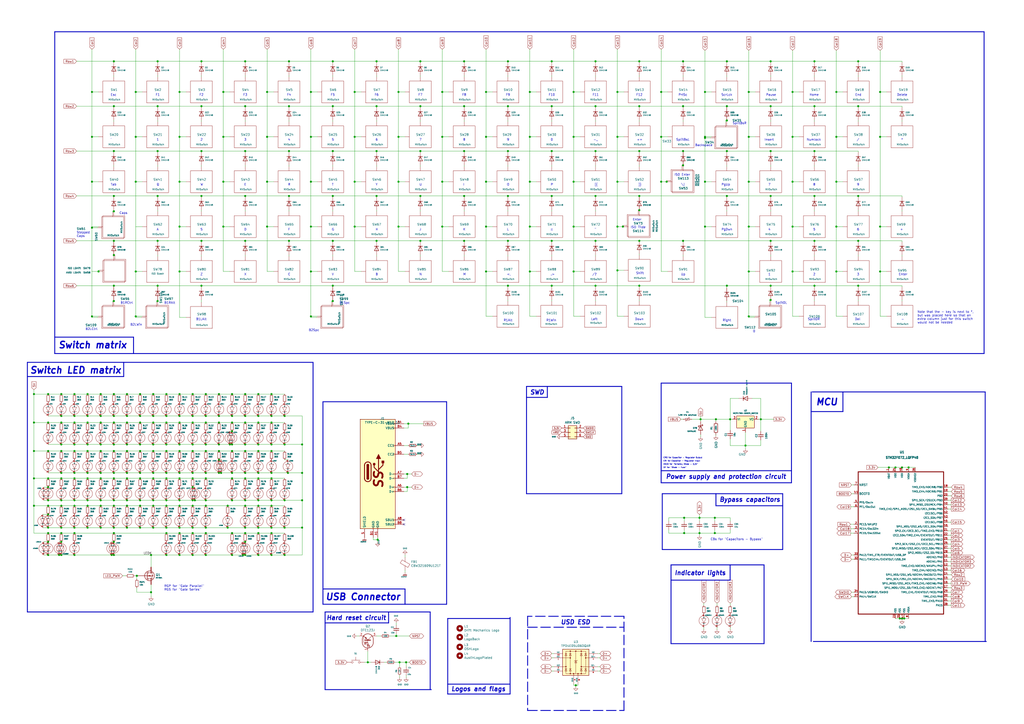
<source format=kicad_sch>
(kicad_sch (version 20200827) (generator eeschema)
  (page 1 1)
  (paper "A2")
  (title_block (title "AustinPCB") (date "2020-08-28") (rev "v2.0.1") (company "Designed by Gondolindrim") (comment 1 "In partnership with driftingbunnies and PheonixStar"))
  (junction (at 19.685 228.6) (diameter 1.016))
  (junction (at 19.685 245.11) (diameter 1.016))
  (junction (at 19.685 261.62) (diameter 1.016))
  (junction (at 19.685 277.495) (diameter 1.016))
  (junction (at 19.685 293.37) (diameter 1.016))
  (junction (at 27.94 228.6) (diameter 1.016))
  (junction (at 27.94 245.11) (diameter 1.016))
  (junction (at 27.94 261.62) (diameter 1.016))
  (junction (at 27.94 277.495) (diameter 1.016))
  (junction (at 27.94 282.575) (diameter 1.016))
  (junction (at 27.94 290.195) (diameter 1.016))
  (junction (at 27.94 293.37) (diameter 1.016))
  (junction (at 27.94 298.45) (diameter 1.016))
  (junction (at 27.94 306.07) (diameter 1.016))
  (junction (at 27.94 309.245) (diameter 1.016))
  (junction (at 27.94 314.325) (diameter 1.016))
  (junction (at 27.94 321.945) (diameter 1.016))
  (junction (at 34.29 321.945) (diameter 1.016))
  (junction (at 35.56 228.6) (diameter 1.016))
  (junction (at 35.56 241.3) (diameter 1.016))
  (junction (at 35.56 245.11) (diameter 1.016))
  (junction (at 35.56 257.81) (diameter 1.016))
  (junction (at 35.56 261.62) (diameter 1.016))
  (junction (at 35.56 274.32) (diameter 1.016))
  (junction (at 35.56 277.495) (diameter 1.016))
  (junction (at 35.56 290.195) (diameter 1.016))
  (junction (at 35.56 293.37) (diameter 1.016))
  (junction (at 35.56 306.07) (diameter 1.016))
  (junction (at 35.56 309.245) (diameter 1.016))
  (junction (at 35.56 314.325) (diameter 1.016))
  (junction (at 35.56 321.945) (diameter 1.016))
  (junction (at 43.18 228.6) (diameter 1.016))
  (junction (at 43.18 241.3) (diameter 1.016))
  (junction (at 43.18 245.11) (diameter 1.016))
  (junction (at 43.18 257.81) (diameter 1.016))
  (junction (at 43.18 261.62) (diameter 1.016))
  (junction (at 43.18 274.32) (diameter 1.016))
  (junction (at 43.18 277.495) (diameter 1.016))
  (junction (at 43.18 290.195) (diameter 1.016))
  (junction (at 43.18 293.37) (diameter 1.016))
  (junction (at 43.18 306.07) (diameter 1.016))
  (junction (at 43.18 309.245) (diameter 1.016))
  (junction (at 43.18 321.945) (diameter 1.016))
  (junction (at 50.8 228.6) (diameter 1.016))
  (junction (at 50.8 241.3) (diameter 1.016))
  (junction (at 50.8 245.11) (diameter 1.016))
  (junction (at 50.8 257.81) (diameter 1.016))
  (junction (at 50.8 261.62) (diameter 1.016))
  (junction (at 50.8 274.32) (diameter 1.016))
  (junction (at 50.8 277.495) (diameter 1.016))
  (junction (at 50.8 290.195) (diameter 1.016))
  (junction (at 50.8 293.37) (diameter 1.016))
  (junction (at 50.8 306.07) (diameter 1.016))
  (junction (at 53.34 53.34) (diameter 1.016))
  (junction (at 53.34 79.375) (diameter 1.016))
  (junction (at 53.34 105.41) (diameter 1.016))
  (junction (at 53.34 132.08) (diameter 1.016))
  (junction (at 53.34 183.515) (diameter 1.016))
  (junction (at 57.15 157.48) (diameter 1.016))
  (junction (at 58.42 228.6) (diameter 1.016))
  (junction (at 58.42 241.3) (diameter 1.016))
  (junction (at 58.42 245.11) (diameter 1.016))
  (junction (at 58.42 257.81) (diameter 1.016))
  (junction (at 58.42 261.62) (diameter 1.016))
  (junction (at 58.42 274.32) (diameter 1.016))
  (junction (at 58.42 277.495) (diameter 1.016))
  (junction (at 58.42 290.195) (diameter 1.016))
  (junction (at 58.42 293.37) (diameter 1.016))
  (junction (at 58.42 306.07) (diameter 1.016))
  (junction (at 64.77 321.945) (diameter 1.016))
  (junction (at 66.04 35.56) (diameter 1.016))
  (junction (at 66.04 61.595) (diameter 1.016))
  (junction (at 66.04 87.63) (diameter 1.016))
  (junction (at 66.04 113.665) (diameter 1.016))
  (junction (at 66.04 122.555) (diameter 1.016))
  (junction (at 66.04 139.7) (diameter 1.016))
  (junction (at 66.04 147.955) (diameter 1.016))
  (junction (at 66.04 165.735) (diameter 1.016))
  (junction (at 66.04 174.625) (diameter 1.016))
  (junction (at 66.04 228.6) (diameter 1.016))
  (junction (at 66.04 241.3) (diameter 1.016))
  (junction (at 66.04 245.11) (diameter 1.016))
  (junction (at 66.04 257.81) (diameter 1.016))
  (junction (at 66.04 261.62) (diameter 1.016))
  (junction (at 66.04 274.32) (diameter 1.016))
  (junction (at 66.04 277.495) (diameter 1.016))
  (junction (at 66.04 290.195) (diameter 1.016))
  (junction (at 66.04 293.37) (diameter 1.016))
  (junction (at 66.04 306.07) (diameter 1.016))
  (junction (at 66.04 309.245) (diameter 1.016))
  (junction (at 66.04 314.325) (diameter 1.016))
  (junction (at 66.04 321.945) (diameter 1.016))
  (junction (at 73.66 228.6) (diameter 1.016))
  (junction (at 73.66 241.3) (diameter 1.016))
  (junction (at 73.66 245.11) (diameter 1.016))
  (junction (at 73.66 257.81) (diameter 1.016))
  (junction (at 73.66 261.62) (diameter 1.016))
  (junction (at 73.66 274.32) (diameter 1.016))
  (junction (at 73.66 277.495) (diameter 1.016))
  (junction (at 73.66 290.195) (diameter 1.016))
  (junction (at 73.66 293.37) (diameter 1.016))
  (junction (at 73.66 306.07) (diameter 1.016))
  (junction (at 78.74 53.34) (diameter 1.016))
  (junction (at 78.74 79.375) (diameter 1.016))
  (junction (at 78.74 105.41) (diameter 1.016))
  (junction (at 78.74 157.48) (diameter 1.016))
  (junction (at 78.74 183.515) (diameter 1.016))
  (junction (at 79.375 334.01) (diameter 1.016))
  (junction (at 81.28 228.6) (diameter 1.016))
  (junction (at 81.28 241.3) (diameter 1.016))
  (junction (at 81.28 245.11) (diameter 1.016))
  (junction (at 81.28 257.81) (diameter 1.016))
  (junction (at 81.28 261.62) (diameter 1.016))
  (junction (at 81.28 274.32) (diameter 1.016))
  (junction (at 81.28 277.495) (diameter 1.016))
  (junction (at 81.28 290.195) (diameter 1.016))
  (junction (at 81.28 293.37) (diameter 1.016))
  (junction (at 81.28 306.07) (diameter 1.016))
  (junction (at 87.63 321.945) (diameter 1.016))
  (junction (at 87.63 343.535) (diameter 1.016))
  (junction (at 88.9 228.6) (diameter 1.016))
  (junction (at 88.9 241.3) (diameter 1.016))
  (junction (at 88.9 245.11) (diameter 1.016))
  (junction (at 88.9 257.81) (diameter 1.016))
  (junction (at 88.9 261.62) (diameter 1.016))
  (junction (at 88.9 274.32) (diameter 1.016))
  (junction (at 88.9 277.495) (diameter 1.016))
  (junction (at 88.9 290.195) (diameter 1.016))
  (junction (at 88.9 293.37) (diameter 1.016))
  (junction (at 88.9 306.07) (diameter 1.016))
  (junction (at 91.44 35.56) (diameter 1.016))
  (junction (at 91.44 61.595) (diameter 1.016))
  (junction (at 91.44 87.63) (diameter 1.016))
  (junction (at 91.44 113.665) (diameter 1.016))
  (junction (at 91.44 139.7) (diameter 1.016))
  (junction (at 91.44 165.735) (diameter 1.016))
  (junction (at 91.44 174.625) (diameter 1.016))
  (junction (at 96.52 228.6) (diameter 1.016))
  (junction (at 96.52 241.3) (diameter 1.016))
  (junction (at 96.52 245.11) (diameter 1.016))
  (junction (at 96.52 257.81) (diameter 1.016))
  (junction (at 96.52 261.62) (diameter 1.016))
  (junction (at 96.52 274.32) (diameter 1.016))
  (junction (at 96.52 277.495) (diameter 1.016))
  (junction (at 96.52 290.195) (diameter 1.016))
  (junction (at 96.52 293.37) (diameter 1.016))
  (junction (at 96.52 306.07) (diameter 1.016))
  (junction (at 96.52 309.245) (diameter 1.016))
  (junction (at 96.52 321.945) (diameter 1.016))
  (junction (at 104.14 53.34) (diameter 1.016))
  (junction (at 104.14 79.375) (diameter 1.016))
  (junction (at 104.14 105.41) (diameter 1.016))
  (junction (at 104.14 131.445) (diameter 1.016))
  (junction (at 104.14 157.48) (diameter 1.016))
  (junction (at 104.14 228.6) (diameter 1.016))
  (junction (at 104.14 241.3) (diameter 1.016))
  (junction (at 104.14 245.11) (diameter 1.016))
  (junction (at 104.14 257.81) (diameter 1.016))
  (junction (at 104.14 261.62) (diameter 1.016))
  (junction (at 104.14 274.32) (diameter 1.016))
  (junction (at 104.14 277.495) (diameter 1.016))
  (junction (at 104.14 290.195) (diameter 1.016))
  (junction (at 104.14 293.37) (diameter 1.016))
  (junction (at 104.14 306.07) (diameter 1.016))
  (junction (at 104.14 309.245) (diameter 1.016))
  (junction (at 104.14 321.945) (diameter 1.016))
  (junction (at 111.76 228.6) (diameter 1.016))
  (junction (at 111.76 241.3) (diameter 1.016))
  (junction (at 111.76 245.11) (diameter 1.016))
  (junction (at 111.76 257.81) (diameter 1.016))
  (junction (at 111.76 261.62) (diameter 1.016))
  (junction (at 111.76 274.32) (diameter 1.016))
  (junction (at 111.76 277.495) (diameter 1.016))
  (junction (at 111.76 282.575) (diameter 1.016))
  (junction (at 111.76 290.195) (diameter 1.016))
  (junction (at 111.76 293.37) (diameter 1.016))
  (junction (at 111.76 306.07) (diameter 1.016))
  (junction (at 111.76 309.245) (diameter 1.016))
  (junction (at 111.76 321.945) (diameter 1.016))
  (junction (at 113.03 290.195) (diameter 1.016))
  (junction (at 116.84 35.56) (diameter 1.016))
  (junction (at 116.84 61.595) (diameter 1.016))
  (junction (at 116.84 87.63) (diameter 1.016))
  (junction (at 116.84 113.665) (diameter 1.016))
  (junction (at 116.84 139.7) (diameter 1.016))
  (junction (at 116.84 165.735) (diameter 1.016))
  (junction (at 119.38 228.6) (diameter 1.016))
  (junction (at 119.38 241.3) (diameter 1.016))
  (junction (at 119.38 245.11) (diameter 1.016))
  (junction (at 119.38 257.81) (diameter 1.016))
  (junction (at 119.38 261.62) (diameter 1.016))
  (junction (at 119.38 274.32) (diameter 1.016))
  (junction (at 119.38 277.495) (diameter 1.016))
  (junction (at 119.38 290.195) (diameter 1.016))
  (junction (at 119.38 293.37) (diameter 1.016))
  (junction (at 119.38 306.07) (diameter 1.016))
  (junction (at 119.38 309.245) (diameter 1.016))
  (junction (at 119.38 321.945) (diameter 1.016))
  (junction (at 127 228.6) (diameter 1.016))
  (junction (at 127 241.3) (diameter 1.016))
  (junction (at 127 245.11) (diameter 1.016))
  (junction (at 127 257.81) (diameter 1.016))
  (junction (at 127 261.62) (diameter 1.016))
  (junction (at 127 266.7) (diameter 1.016))
  (junction (at 127 274.32) (diameter 1.016))
  (junction (at 128.27 274.32) (diameter 1.016))
  (junction (at 129.54 53.34) (diameter 1.016))
  (junction (at 129.54 79.375) (diameter 1.016))
  (junction (at 129.54 105.41) (diameter 1.016))
  (junction (at 129.54 131.445) (diameter 1.016))
  (junction (at 132.08 293.37) (diameter 1.016))
  (junction (at 132.08 306.07) (diameter 1.016))
  (junction (at 133.35 257.81) (diameter 1.016))
  (junction (at 134.62 228.6) (diameter 1.016))
  (junction (at 134.62 241.3) (diameter 1.016))
  (junction (at 134.62 245.11) (diameter 1.016))
  (junction (at 134.62 250.19) (diameter 1.016))
  (junction (at 134.62 257.81) (diameter 1.016))
  (junction (at 134.62 261.62) (diameter 1.016))
  (junction (at 134.62 274.32) (diameter 1.016))
  (junction (at 134.62 277.495) (diameter 1.016))
  (junction (at 134.62 290.195) (diameter 1.016))
  (junction (at 134.62 309.245) (diameter 1.016))
  (junction (at 134.62 321.945) (diameter 1.016))
  (junction (at 140.97 321.945) (diameter 1.016))
  (junction (at 142.24 35.56) (diameter 1.016))
  (junction (at 142.24 61.595) (diameter 1.016))
  (junction (at 142.24 87.63) (diameter 1.016))
  (junction (at 142.24 113.665) (diameter 1.016))
  (junction (at 142.24 139.7) (diameter 1.016))
  (junction (at 142.24 228.6) (diameter 1.016))
  (junction (at 142.24 241.3) (diameter 1.016))
  (junction (at 142.24 245.11) (diameter 1.016))
  (junction (at 142.24 257.81) (diameter 1.016))
  (junction (at 142.24 261.62) (diameter 1.016))
  (junction (at 142.24 274.32) (diameter 1.016))
  (junction (at 142.24 277.495) (diameter 1.016))
  (junction (at 142.24 290.195) (diameter 1.016))
  (junction (at 142.24 293.37) (diameter 1.016))
  (junction (at 142.24 306.07) (diameter 1.016))
  (junction (at 142.24 309.245) (diameter 1.016))
  (junction (at 142.24 314.325) (diameter 1.016))
  (junction (at 142.24 321.945) (diameter 1.016))
  (junction (at 149.86 228.6) (diameter 1.016))
  (junction (at 149.86 241.3) (diameter 1.016))
  (junction (at 149.86 245.11) (diameter 1.016))
  (junction (at 149.86 257.81) (diameter 1.016))
  (junction (at 149.86 261.62) (diameter 1.016))
  (junction (at 149.86 274.32) (diameter 1.016))
  (junction (at 149.86 277.495) (diameter 1.016))
  (junction (at 149.86 290.195) (diameter 1.016))
  (junction (at 149.86 293.37) (diameter 1.016))
  (junction (at 149.86 306.07) (diameter 1.016))
  (junction (at 149.86 309.245) (diameter 1.016))
  (junction (at 149.86 321.945) (diameter 1.016))
  (junction (at 154.94 53.34) (diameter 1.016))
  (junction (at 154.94 79.375) (diameter 1.016))
  (junction (at 154.94 105.41) (diameter 1.016))
  (junction (at 154.94 131.445) (diameter 1.016))
  (junction (at 157.48 228.6) (diameter 1.016))
  (junction (at 157.48 241.3) (diameter 1.016))
  (junction (at 157.48 245.11) (diameter 1.016))
  (junction (at 157.48 257.81) (diameter 1.016))
  (junction (at 157.48 261.62) (diameter 1.016))
  (junction (at 157.48 274.32) (diameter 1.016))
  (junction (at 157.48 277.495) (diameter 1.016))
  (junction (at 157.48 290.195) (diameter 1.016))
  (junction (at 157.48 293.37) (diameter 1.016))
  (junction (at 157.48 306.07) (diameter 1.016))
  (junction (at 157.48 309.245) (diameter 1.016))
  (junction (at 157.48 321.945) (diameter 1.016))
  (junction (at 165.1 241.3) (diameter 1.016))
  (junction (at 165.1 257.81) (diameter 1.016))
  (junction (at 165.1 290.195) (diameter 1.016))
  (junction (at 165.1 306.07) (diameter 1.016))
  (junction (at 165.1 321.945) (diameter 1.016))
  (junction (at 167.005 274.32) (diameter 1.016))
  (junction (at 167.64 35.56) (diameter 1.016))
  (junction (at 167.64 61.595) (diameter 1.016))
  (junction (at 167.64 87.63) (diameter 1.016))
  (junction (at 167.64 113.665) (diameter 1.016))
  (junction (at 167.64 139.7) (diameter 1.016))
  (junction (at 175.26 257.81) (diameter 1.016))
  (junction (at 175.26 274.32) (diameter 1.016))
  (junction (at 175.26 290.195) (diameter 1.016))
  (junction (at 175.26 306.07) (diameter 1.016))
  (junction (at 180.34 53.34) (diameter 1.016))
  (junction (at 180.34 79.375) (diameter 1.016))
  (junction (at 180.34 105.41) (diameter 1.016))
  (junction (at 180.34 131.445) (diameter 1.016))
  (junction (at 180.34 157.48) (diameter 1.016))
  (junction (at 180.34 183.515) (diameter 1.016))
  (junction (at 193.04 35.56) (diameter 1.016))
  (junction (at 193.04 61.595) (diameter 1.016))
  (junction (at 193.04 87.63) (diameter 1.016))
  (junction (at 193.04 113.665) (diameter 1.016))
  (junction (at 193.04 139.7) (diameter 1.016))
  (junction (at 193.04 165.735) (diameter 1.016))
  (junction (at 193.04 174.625) (diameter 1.016))
  (junction (at 205.74 53.34) (diameter 1.016))
  (junction (at 205.74 79.375) (diameter 1.016))
  (junction (at 205.74 105.41) (diameter 1.016))
  (junction (at 205.74 131.445) (diameter 1.016))
  (junction (at 213.36 384.175) (diameter 1.016))
  (junction (at 218.44 35.56) (diameter 1.016))
  (junction (at 218.44 61.595) (diameter 1.016))
  (junction (at 218.44 87.63) (diameter 1.016))
  (junction (at 218.44 113.665) (diameter 1.016))
  (junction (at 218.44 139.7) (diameter 1.016))
  (junction (at 219.075 313.055) (diameter 1.016))
  (junction (at 229.87 368.935) (diameter 1.016))
  (junction (at 231.14 53.34) (diameter 1.016))
  (junction (at 231.14 79.375) (diameter 1.016))
  (junction (at 231.14 105.41) (diameter 1.016))
  (junction (at 231.14 131.445) (diameter 1.016))
  (junction (at 231.775 384.175) (diameter 1.016))
  (junction (at 235.585 384.175) (diameter 1.016))
  (junction (at 236.22 274.955) (diameter 1.016))
  (junction (at 236.22 282.575) (diameter 1.016))
  (junction (at 236.855 245.745) (diameter 1.016))
  (junction (at 243.84 35.56) (diameter 1.016))
  (junction (at 243.84 61.595) (diameter 1.016))
  (junction (at 243.84 87.63) (diameter 1.016))
  (junction (at 243.84 113.665) (diameter 1.016))
  (junction (at 243.84 139.7) (diameter 1.016))
  (junction (at 256.54 53.34) (diameter 1.016))
  (junction (at 256.54 79.375) (diameter 1.016))
  (junction (at 256.54 105.41) (diameter 1.016))
  (junction (at 256.54 131.445) (diameter 1.016))
  (junction (at 269.24 35.56) (diameter 1.016))
  (junction (at 269.24 61.595) (diameter 1.016))
  (junction (at 269.24 87.63) (diameter 1.016))
  (junction (at 269.24 113.665) (diameter 1.016))
  (junction (at 269.24 139.7) (diameter 1.016))
  (junction (at 281.94 53.34) (diameter 1.016))
  (junction (at 281.94 79.375) (diameter 1.016))
  (junction (at 281.94 105.41) (diameter 1.016))
  (junction (at 281.94 131.445) (diameter 1.016))
  (junction (at 281.94 157.48) (diameter 1.016))
  (junction (at 294.64 35.56) (diameter 1.016))
  (junction (at 294.64 61.595) (diameter 1.016))
  (junction (at 294.64 87.63) (diameter 1.016))
  (junction (at 294.64 113.665) (diameter 1.016))
  (junction (at 294.64 139.7) (diameter 1.016))
  (junction (at 294.64 165.735) (diameter 1.016))
  (junction (at 307.34 53.34) (diameter 1.016))
  (junction (at 307.34 79.375) (diameter 1.016))
  (junction (at 307.34 105.41) (diameter 1.016))
  (junction (at 307.34 131.445) (diameter 1.016))
  (junction (at 307.34 157.48) (diameter 1.016))
  (junction (at 320.04 35.56) (diameter 1.016))
  (junction (at 320.04 61.595) (diameter 1.016))
  (junction (at 320.04 87.63) (diameter 1.016))
  (junction (at 320.04 113.665) (diameter 1.016))
  (junction (at 320.04 139.7) (diameter 1.016))
  (junction (at 320.04 165.735) (diameter 1.016))
  (junction (at 332.74 53.34) (diameter 1.016))
  (junction (at 332.74 79.375) (diameter 1.016))
  (junction (at 332.74 105.41) (diameter 1.016))
  (junction (at 332.74 131.445) (diameter 1.016))
  (junction (at 332.74 157.48) (diameter 1.016))
  (junction (at 334.01 397.51) (diameter 1.016))
  (junction (at 345.44 35.56) (diameter 1.016))
  (junction (at 345.44 61.595) (diameter 1.016))
  (junction (at 345.44 87.63) (diameter 1.016))
  (junction (at 345.44 113.665) (diameter 1.016))
  (junction (at 345.44 139.7) (diameter 1.016))
  (junction (at 345.44 165.735) (diameter 1.016))
  (junction (at 358.14 53.34) (diameter 1.016))
  (junction (at 358.14 79.375) (diameter 1.016))
  (junction (at 358.14 105.41) (diameter 1.016))
  (junction (at 358.14 131.445) (diameter 1.016))
  (junction (at 358.14 156.845) (diameter 1.016))
  (junction (at 361.315 131.445) (diameter 1.016))
  (junction (at 370.84 35.56) (diameter 1.016))
  (junction (at 370.84 61.595) (diameter 1.016))
  (junction (at 370.84 87.63) (diameter 1.016))
  (junction (at 370.84 113.665) (diameter 1.016))
  (junction (at 370.84 121.92) (diameter 1.016))
  (junction (at 370.84 139.7) (diameter 1.016))
  (junction (at 370.84 165.735) (diameter 1.016))
  (junction (at 383.54 53.34) (diameter 1.016))
  (junction (at 383.54 79.375) (diameter 1.016))
  (junction (at 383.54 105.41) (diameter 1.016))
  (junction (at 386.715 105.41) (diameter 1.016))
  (junction (at 396.24 35.56) (diameter 1.016))
  (junction (at 396.24 61.595) (diameter 1.016))
  (junction (at 396.24 87.63) (diameter 1.016))
  (junction (at 396.24 95.885) (diameter 1.016))
  (junction (at 396.24 139.7) (diameter 1.016))
  (junction (at 396.875 300.355) (diameter 1.016))
  (junction (at 396.875 309.245) (diameter 1.016))
  (junction (at 405.765 300.355) (diameter 1.016))
  (junction (at 405.765 309.245) (diameter 1.016))
  (junction (at 406.4 243.205) (diameter 1.016))
  (junction (at 408.94 53.34) (diameter 1.016))
  (junction (at 408.94 79.375) (diameter 1.016))
  (junction (at 408.94 80.01) (diameter 1.016))
  (junction (at 408.94 105.41) (diameter 1.016))
  (junction (at 408.94 131.445) (diameter 1.016))
  (junction (at 414.655 300.355) (diameter 1.016))
  (junction (at 414.655 309.245) (diameter 1.016))
  (junction (at 415.29 243.205) (diameter 1.016))
  (junction (at 421.64 35.56) (diameter 1.016))
  (junction (at 421.64 61.595) (diameter 1.016))
  (junction (at 421.64 69.85) (diameter 1.016))
  (junction (at 421.64 87.63) (diameter 1.016))
  (junction (at 421.64 113.665) (diameter 1.016))
  (junction (at 421.64 165.735) (diameter 1.016))
  (junction (at 423.545 243.205) (diameter 1.016))
  (junction (at 432.435 258.445) (diameter 1.016))
  (junction (at 434.34 53.34) (diameter 1.016))
  (junction (at 434.34 79.375) (diameter 1.016))
  (junction (at 434.34 105.41) (diameter 1.016))
  (junction (at 434.34 131.445) (diameter 1.016))
  (junction (at 434.34 157.48) (diameter 1.016))
  (junction (at 434.34 183.515) (diameter 1.016))
  (junction (at 441.325 243.205) (diameter 1.016))
  (junction (at 447.04 35.56) (diameter 1.016))
  (junction (at 447.04 61.595) (diameter 1.016))
  (junction (at 447.04 87.63) (diameter 1.016))
  (junction (at 447.04 113.665) (diameter 1.016))
  (junction (at 447.04 139.7) (diameter 1.016))
  (junction (at 447.04 165.735) (diameter 1.016))
  (junction (at 447.04 173.99) (diameter 1.016))
  (junction (at 459.74 53.34) (diameter 1.016))
  (junction (at 459.74 79.375) (diameter 1.016))
  (junction (at 459.74 105.41) (diameter 1.016))
  (junction (at 459.74 131.445) (diameter 1.016))
  (junction (at 459.74 157.48) (diameter 1.016))
  (junction (at 472.44 35.56) (diameter 1.016))
  (junction (at 472.44 61.595) (diameter 1.016))
  (junction (at 472.44 87.63) (diameter 1.016))
  (junction (at 472.44 113.665) (diameter 1.016))
  (junction (at 472.44 139.7) (diameter 1.016))
  (junction (at 472.44 165.735) (diameter 1.016))
  (junction (at 485.14 53.34) (diameter 1.016))
  (junction (at 485.14 79.375) (diameter 1.016))
  (junction (at 485.14 105.41) (diameter 1.016))
  (junction (at 485.14 131.445) (diameter 1.016))
  (junction (at 485.14 157.48) (diameter 1.016))
  (junction (at 497.84 35.56) (diameter 1.016))
  (junction (at 497.84 61.595) (diameter 1.016))
  (junction (at 497.84 113.665) (diameter 1.016))
  (junction (at 497.84 139.7) (diameter 1.016))
  (junction (at 497.84 165.735) (diameter 1.016))
  (junction (at 510.54 53.34) (diameter 1.016))
  (junction (at 510.54 79.375) (diameter 1.016))
  (junction (at 510.54 131.445) (diameter 1.016))
  (junction (at 510.54 157.48) (diameter 1.016))
  (junction (at 515.62 271.145) (diameter 1.016))
  (junction (at 519.43 271.145) (diameter 1.016))
  (junction (at 521.97 358.775) (diameter 1.016))
  (junction (at 523.24 271.145) (diameter 1.016))
  (junction (at 523.24 358.775) (diameter 1.016))
  (junction (at 524.51 358.775) (diameter 1.016))
  (junction (at 527.05 271.145) (diameter 1.016))
  (no_connect (at 234.315 304.165))
  (no_connect (at 234.315 301.625))
  (wire (pts (xy 19.685 226.06) (xy 19.685 228.6)))
  (wire (pts (xy 19.685 228.6) (xy 19.685 245.11)))
  (wire (pts (xy 19.685 228.6) (xy 27.94 228.6)))
  (wire (pts (xy 19.685 245.11) (xy 19.685 261.62)))
  (wire (pts (xy 19.685 261.62) (xy 19.685 277.495)))
  (wire (pts (xy 19.685 261.62) (xy 27.94 261.62)))
  (wire (pts (xy 19.685 277.495) (xy 19.685 293.37)))
  (wire (pts (xy 19.685 293.37) (xy 27.94 293.37)))
  (wire (pts (xy 19.685 309.245) (xy 19.685 293.37)))
  (wire (pts (xy 24.765 298.45) (xy 27.94 298.45)))
  (wire (pts (xy 24.765 306.07) (xy 27.94 306.07)))
  (wire (pts (xy 25.4 290.195) (xy 27.94 290.195)))
  (wire (pts (xy 25.4 314.325) (xy 27.94 314.325)))
  (wire (pts (xy 27.94 228.6) (xy 35.56 228.6)))
  (wire (pts (xy 27.94 241.3) (xy 35.56 241.3)))
  (wire (pts (xy 27.94 245.11) (xy 19.685 245.11)))
  (wire (pts (xy 27.94 257.81) (xy 35.56 257.81)))
  (wire (pts (xy 27.94 261.62) (xy 35.56 261.62)))
  (wire (pts (xy 27.94 274.32) (xy 35.56 274.32)))
  (wire (pts (xy 27.94 277.495) (xy 19.685 277.495)))
  (wire (pts (xy 27.94 277.495) (xy 35.56 277.495)))
  (wire (pts (xy 27.94 282.575) (xy 25.4 282.575)))
  (wire (pts (xy 27.94 290.195) (xy 35.56 290.195)))
  (wire (pts (xy 27.94 293.37) (xy 35.56 293.37)))
  (wire (pts (xy 27.94 306.07) (xy 35.56 306.07)))
  (wire (pts (xy 27.94 309.245) (xy 19.685 309.245)))
  (wire (pts (xy 27.94 321.945) (xy 25.4 321.945)))
  (wire (pts (xy 27.94 321.945) (xy 34.29 321.945)))
  (wire (pts (xy 34.29 314.325) (xy 35.56 314.325)))
  (wire (pts (xy 34.29 321.945) (xy 35.56 321.945)))
  (wire (pts (xy 35.56 228.6) (xy 43.18 228.6)))
  (wire (pts (xy 35.56 241.3) (xy 43.18 241.3)))
  (wire (pts (xy 35.56 245.11) (xy 27.94 245.11)))
  (wire (pts (xy 35.56 257.81) (xy 43.18 257.81)))
  (wire (pts (xy 35.56 274.32) (xy 43.18 274.32)))
  (wire (pts (xy 35.56 277.495) (xy 43.18 277.495)))
  (wire (pts (xy 35.56 290.195) (xy 43.18 290.195)))
  (wire (pts (xy 35.56 293.37) (xy 43.18 293.37)))
  (wire (pts (xy 35.56 306.07) (xy 43.18 306.07)))
  (wire (pts (xy 35.56 309.245) (xy 27.94 309.245)))
  (wire (pts (xy 43.18 228.6) (xy 50.8 228.6)))
  (wire (pts (xy 43.18 241.3) (xy 50.8 241.3)))
  (wire (pts (xy 43.18 245.11) (xy 35.56 245.11)))
  (wire (pts (xy 43.18 257.81) (xy 50.8 257.81)))
  (wire (pts (xy 43.18 261.62) (xy 35.56 261.62)))
  (wire (pts (xy 43.18 274.32) (xy 50.8 274.32)))
  (wire (pts (xy 43.18 290.195) (xy 50.8 290.195)))
  (wire (pts (xy 43.18 293.37) (xy 50.8 293.37)))
  (wire (pts (xy 43.18 306.07) (xy 50.8 306.07)))
  (wire (pts (xy 43.18 309.245) (xy 35.56 309.245)))
  (wire (pts (xy 43.18 321.945) (xy 35.56 321.945)))
  (wire (pts (xy 44.45 35.56) (xy 66.04 35.56)))
  (wire (pts (xy 44.45 61.595) (xy 66.04 61.595)))
  (wire (pts (xy 44.45 87.63) (xy 66.04 87.63)))
  (wire (pts (xy 44.45 113.665) (xy 66.04 113.665)))
  (wire (pts (xy 44.45 139.7) (xy 66.04 139.7)))
  (wire (pts (xy 44.45 165.735) (xy 66.04 165.735)))
  (wire (pts (xy 50.8 228.6) (xy 58.42 228.6)))
  (wire (pts (xy 50.8 241.3) (xy 58.42 241.3)))
  (wire (pts (xy 50.8 245.11) (xy 43.18 245.11)))
  (wire (pts (xy 50.8 257.81) (xy 58.42 257.81)))
  (wire (pts (xy 50.8 261.62) (xy 43.18 261.62)))
  (wire (pts (xy 50.8 274.32) (xy 58.42 274.32)))
  (wire (pts (xy 50.8 277.495) (xy 43.18 277.495)))
  (wire (pts (xy 50.8 290.195) (xy 58.42 290.195)))
  (wire (pts (xy 50.8 293.37) (xy 58.42 293.37)))
  (wire (pts (xy 50.8 306.07) (xy 58.42 306.07)))
  (wire (pts (xy 53.34 28.575) (xy 53.34 53.34)))
  (wire (pts (xy 53.34 53.34) (xy 53.34 79.375)))
  (wire (pts (xy 53.34 79.375) (xy 53.34 105.41)))
  (wire (pts (xy 53.34 79.375) (xy 57.15 79.375)))
  (wire (pts (xy 53.34 105.41) (xy 53.34 131.445)))
  (wire (pts (xy 53.34 131.445) (xy 53.34 132.08)))
  (wire (pts (xy 53.34 131.445) (xy 57.15 131.445)))
  (wire (pts (xy 53.34 132.08) (xy 53.34 157.48)))
  (wire (pts (xy 53.34 157.48) (xy 53.34 183.515)))
  (wire (pts (xy 53.34 184.15) (xy 53.34 183.515)))
  (wire (pts (xy 56.515 132.08) (xy 53.34 132.08)))
  (wire (pts (xy 56.515 184.15) (xy 53.34 184.15)))
  (wire (pts (xy 57.15 53.34) (xy 53.34 53.34)))
  (wire (pts (xy 57.15 105.41) (xy 53.34 105.41)))
  (wire (pts (xy 57.15 156.845) (xy 57.15 157.48)))
  (wire (pts (xy 57.15 157.48) (xy 53.34 157.48)))
  (wire (pts (xy 57.15 183.515) (xy 53.34 183.515)))
  (wire (pts (xy 57.785 156.845) (xy 57.15 156.845)))
  (wire (pts (xy 58.42 228.6) (xy 66.04 228.6)))
  (wire (pts (xy 58.42 241.3) (xy 66.04 241.3)))
  (wire (pts (xy 58.42 245.11) (xy 50.8 245.11)))
  (wire (pts (xy 58.42 257.81) (xy 66.04 257.81)))
  (wire (pts (xy 58.42 261.62) (xy 50.8 261.62)))
  (wire (pts (xy 58.42 274.32) (xy 66.04 274.32)))
  (wire (pts (xy 58.42 277.495) (xy 50.8 277.495)))
  (wire (pts (xy 58.42 290.195) (xy 66.04 290.195)))
  (wire (pts (xy 58.42 293.37) (xy 66.04 293.37)))
  (wire (pts (xy 58.42 306.07) (xy 66.04 306.07)))
  (wire (pts (xy 64.77 314.325) (xy 66.04 314.325)))
  (wire (pts (xy 64.77 321.945) (xy 43.18 321.945)))
  (wire (pts (xy 65.405 122.555) (xy 66.04 122.555)))
  (wire (pts (xy 65.405 123.19) (xy 65.405 122.555)))
  (wire (pts (xy 65.405 174.625) (xy 66.04 174.625)))
  (wire (pts (xy 65.405 175.26) (xy 65.405 174.625)))
  (wire (pts (xy 66.04 35.56) (xy 91.44 35.56)))
  (wire (pts (xy 66.04 36.195) (xy 66.04 35.56)))
  (wire (pts (xy 66.04 44.45) (xy 66.04 43.815)))
  (wire (pts (xy 66.04 61.595) (xy 91.44 61.595)))
  (wire (pts (xy 66.04 62.23) (xy 66.04 61.595)))
  (wire (pts (xy 66.04 70.485) (xy 66.04 69.85)))
  (wire (pts (xy 66.04 87.63) (xy 91.44 87.63)))
  (wire (pts (xy 66.04 88.265) (xy 66.04 87.63)))
  (wire (pts (xy 66.04 96.52) (xy 66.04 95.885)))
  (wire (pts (xy 66.04 113.665) (xy 91.44 113.665)))
  (wire (pts (xy 66.04 114.3) (xy 66.04 113.665)))
  (wire (pts (xy 66.04 122.555) (xy 66.04 121.92)))
  (wire (pts (xy 66.04 139.7) (xy 91.44 139.7)))
  (wire (pts (xy 66.04 140.335) (xy 66.04 139.7)))
  (wire (pts (xy 66.04 148.59) (xy 66.04 147.955)))
  (wire (pts (xy 66.04 165.735) (xy 91.44 165.735)))
  (wire (pts (xy 66.04 166.37) (xy 66.04 165.735)))
  (wire (pts (xy 66.04 174.625) (xy 66.04 173.99)))
  (wire (pts (xy 66.04 228.6) (xy 73.66 228.6)))
  (wire (pts (xy 66.04 241.3) (xy 73.66 241.3)))
  (wire (pts (xy 66.04 245.11) (xy 58.42 245.11)))
  (wire (pts (xy 66.04 257.81) (xy 73.66 257.81)))
  (wire (pts (xy 66.04 261.62) (xy 58.42 261.62)))
  (wire (pts (xy 66.04 274.32) (xy 73.66 274.32)))
  (wire (pts (xy 66.04 277.495) (xy 58.42 277.495)))
  (wire (pts (xy 66.04 290.195) (xy 73.66 290.195)))
  (wire (pts (xy 66.04 293.37) (xy 73.66 293.37)))
  (wire (pts (xy 66.04 306.07) (xy 73.66 306.07)))
  (wire (pts (xy 66.04 309.245) (xy 43.18 309.245)))
  (wire (pts (xy 66.04 321.945) (xy 64.77 321.945)))
  (wire (pts (xy 66.675 147.955) (xy 66.04 147.955)))
  (wire (pts (xy 71.12 334.01) (xy 73.025 334.01)))
  (wire (pts (xy 73.66 228.6) (xy 81.28 228.6)))
  (wire (pts (xy 73.66 241.3) (xy 81.28 241.3)))
  (wire (pts (xy 73.66 245.11) (xy 66.04 245.11)))
  (wire (pts (xy 73.66 257.81) (xy 81.28 257.81)))
  (wire (pts (xy 73.66 261.62) (xy 66.04 261.62)))
  (wire (pts (xy 73.66 274.32) (xy 81.28 274.32)))
  (wire (pts (xy 73.66 277.495) (xy 66.04 277.495)))
  (wire (pts (xy 73.66 290.195) (xy 81.28 290.195)))
  (wire (pts (xy 73.66 293.37) (xy 81.28 293.37)))
  (wire (pts (xy 73.66 306.07) (xy 81.28 306.07)))
  (wire (pts (xy 78.105 334.01) (xy 79.375 334.01)))
  (wire (pts (xy 78.74 28.575) (xy 78.74 53.34)))
  (wire (pts (xy 78.74 53.34) (xy 78.74 79.375)))
  (wire (pts (xy 78.74 79.375) (xy 78.74 105.41)))
  (wire (pts (xy 78.74 105.41) (xy 78.74 131.445)))
  (wire (pts (xy 78.74 131.445) (xy 78.74 157.48)))
  (wire (pts (xy 78.74 157.48) (xy 78.74 183.515)))
  (wire (pts (xy 78.74 184.15) (xy 78.74 183.515)))
  (wire (pts (xy 79.375 334.01) (xy 79.375 335.915)))
  (wire (pts (xy 79.375 334.01) (xy 80.01 334.01)))
  (wire (pts (xy 79.375 340.995) (xy 79.375 343.535)))
  (wire (pts (xy 79.375 343.535) (xy 87.63 343.535)))
  (wire (pts (xy 81.28 228.6) (xy 88.9 228.6)))
  (wire (pts (xy 81.28 241.3) (xy 88.9 241.3)))
  (wire (pts (xy 81.28 245.11) (xy 73.66 245.11)))
  (wire (pts (xy 81.28 257.81) (xy 88.9 257.81)))
  (wire (pts (xy 81.28 261.62) (xy 73.66 261.62)))
  (wire (pts (xy 81.28 274.32) (xy 88.9 274.32)))
  (wire (pts (xy 81.28 277.495) (xy 73.66 277.495)))
  (wire (pts (xy 81.28 290.195) (xy 88.9 290.195)))
  (wire (pts (xy 81.28 293.37) (xy 88.9 293.37)))
  (wire (pts (xy 81.28 306.07) (xy 88.9 306.07)))
  (wire (pts (xy 81.915 184.15) (xy 78.74 184.15)))
  (wire (pts (xy 82.55 53.34) (xy 78.74 53.34)))
  (wire (pts (xy 82.55 79.375) (xy 78.74 79.375)))
  (wire (pts (xy 82.55 105.41) (xy 78.74 105.41)))
  (wire (pts (xy 82.55 131.445) (xy 78.74 131.445)))
  (wire (pts (xy 82.55 157.48) (xy 78.74 157.48)))
  (wire (pts (xy 82.55 183.515) (xy 78.74 183.515)))
  (wire (pts (xy 87.63 321.945) (xy 66.04 321.945)))
  (wire (pts (xy 87.63 321.945) (xy 96.52 321.945)))
  (wire (pts (xy 87.63 328.93) (xy 87.63 321.945)))
  (wire (pts (xy 87.63 339.09) (xy 87.63 343.535)))
  (wire (pts (xy 87.63 343.535) (xy 87.63 346.075)))
  (wire (pts (xy 88.9 228.6) (xy 96.52 228.6)))
  (wire (pts (xy 88.9 241.3) (xy 96.52 241.3)))
  (wire (pts (xy 88.9 245.11) (xy 81.28 245.11)))
  (wire (pts (xy 88.9 257.81) (xy 96.52 257.81)))
  (wire (pts (xy 88.9 261.62) (xy 81.28 261.62)))
  (wire (pts (xy 88.9 274.32) (xy 96.52 274.32)))
  (wire (pts (xy 88.9 277.495) (xy 81.28 277.495)))
  (wire (pts (xy 88.9 290.195) (xy 96.52 290.195)))
  (wire (pts (xy 88.9 293.37) (xy 96.52 293.37)))
  (wire (pts (xy 88.9 306.07) (xy 96.52 306.07)))
  (wire (pts (xy 90.805 174.625) (xy 91.44 174.625)))
  (wire (pts (xy 90.805 175.26) (xy 90.805 174.625)))
  (wire (pts (xy 91.44 35.56) (xy 116.84 35.56)))
  (wire (pts (xy 91.44 36.195) (xy 91.44 35.56)))
  (wire (pts (xy 91.44 44.45) (xy 91.44 43.815)))
  (wire (pts (xy 91.44 61.595) (xy 116.84 61.595)))
  (wire (pts (xy 91.44 62.23) (xy 91.44 61.595)))
  (wire (pts (xy 91.44 70.485) (xy 91.44 69.85)))
  (wire (pts (xy 91.44 87.63) (xy 116.84 87.63)))
  (wire (pts (xy 91.44 88.265) (xy 91.44 87.63)))
  (wire (pts (xy 91.44 96.52) (xy 91.44 95.885)))
  (wire (pts (xy 91.44 113.665) (xy 116.84 113.665)))
  (wire (pts (xy 91.44 114.3) (xy 91.44 113.665)))
  (wire (pts (xy 91.44 122.555) (xy 91.44 121.92)))
  (wire (pts (xy 91.44 139.7) (xy 116.84 139.7)))
  (wire (pts (xy 91.44 140.335) (xy 91.44 139.7)))
  (wire (pts (xy 91.44 148.59) (xy 91.44 147.955)))
  (wire (pts (xy 91.44 165.735) (xy 116.84 165.735)))
  (wire (pts (xy 91.44 166.37) (xy 91.44 165.735)))
  (wire (pts (xy 91.44 174.625) (xy 91.44 173.99)))
  (wire (pts (xy 96.52 228.6) (xy 104.14 228.6)))
  (wire (pts (xy 96.52 241.3) (xy 104.14 241.3)))
  (wire (pts (xy 96.52 245.11) (xy 88.9 245.11)))
  (wire (pts (xy 96.52 257.81) (xy 104.14 257.81)))
  (wire (pts (xy 96.52 261.62) (xy 88.9 261.62)))
  (wire (pts (xy 96.52 274.32) (xy 104.14 274.32)))
  (wire (pts (xy 96.52 277.495) (xy 88.9 277.495)))
  (wire (pts (xy 96.52 290.195) (xy 104.14 290.195)))
  (wire (pts (xy 96.52 293.37) (xy 104.14 293.37)))
  (wire (pts (xy 96.52 306.07) (xy 104.14 306.07)))
  (wire (pts (xy 96.52 309.245) (xy 66.04 309.245)))
  (wire (pts (xy 96.52 321.945) (xy 104.14 321.945)))
  (wire (pts (xy 104.14 28.575) (xy 104.14 53.34)))
  (wire (pts (xy 104.14 53.34) (xy 104.14 79.375)))
  (wire (pts (xy 104.14 79.375) (xy 104.14 105.41)))
  (wire (pts (xy 104.14 105.41) (xy 104.14 131.445)))
  (wire (pts (xy 104.14 131.445) (xy 104.14 157.48)))
  (wire (pts (xy 104.14 157.48) (xy 104.14 184.15)))
  (wire (pts (xy 104.14 184.15) (xy 107.95 184.15)))
  (wire (pts (xy 104.14 228.6) (xy 111.76 228.6)))
  (wire (pts (xy 104.14 241.3) (xy 111.76 241.3)))
  (wire (pts (xy 104.14 245.11) (xy 96.52 245.11)))
  (wire (pts (xy 104.14 257.81) (xy 111.76 257.81)))
  (wire (pts (xy 104.14 261.62) (xy 96.52 261.62)))
  (wire (pts (xy 104.14 274.32) (xy 111.76 274.32)))
  (wire (pts (xy 104.14 277.495) (xy 96.52 277.495)))
  (wire (pts (xy 104.14 290.195) (xy 111.76 290.195)))
  (wire (pts (xy 104.14 293.37) (xy 111.76 293.37)))
  (wire (pts (xy 104.14 306.07) (xy 111.76 306.07)))
  (wire (pts (xy 104.14 309.245) (xy 96.52 309.245)))
  (wire (pts (xy 107.95 53.34) (xy 104.14 53.34)))
  (wire (pts (xy 107.95 79.375) (xy 104.14 79.375)))
  (wire (pts (xy 107.95 105.41) (xy 104.14 105.41)))
  (wire (pts (xy 107.95 131.445) (xy 104.14 131.445)))
  (wire (pts (xy 107.95 157.48) (xy 104.14 157.48)))
  (wire (pts (xy 111.76 228.6) (xy 119.38 228.6)))
  (wire (pts (xy 111.76 241.3) (xy 119.38 241.3)))
  (wire (pts (xy 111.76 245.11) (xy 104.14 245.11)))
  (wire (pts (xy 111.76 257.81) (xy 119.38 257.81)))
  (wire (pts (xy 111.76 261.62) (xy 104.14 261.62)))
  (wire (pts (xy 111.76 274.32) (xy 119.38 274.32)))
  (wire (pts (xy 111.76 277.495) (xy 104.14 277.495)))
  (wire (pts (xy 111.76 277.495) (xy 119.38 277.495)))
  (wire (pts (xy 111.76 290.195) (xy 113.03 290.195)))
  (wire (pts (xy 111.76 293.37) (xy 119.38 293.37)))
  (wire (pts (xy 111.76 306.07) (xy 119.38 306.07)))
  (wire (pts (xy 111.76 309.245) (xy 104.14 309.245)))
  (wire (pts (xy 111.76 321.945) (xy 104.14 321.945)))
  (wire (pts (xy 113.03 282.575) (xy 111.76 282.575)))
  (wire (pts (xy 113.03 290.195) (xy 119.38 290.195)))
  (wire (pts (xy 116.84 35.56) (xy 142.24 35.56)))
  (wire (pts (xy 116.84 36.195) (xy 116.84 35.56)))
  (wire (pts (xy 116.84 44.45) (xy 116.84 43.815)))
  (wire (pts (xy 116.84 61.595) (xy 142.24 61.595)))
  (wire (pts (xy 116.84 62.23) (xy 116.84 61.595)))
  (wire (pts (xy 116.84 69.85) (xy 116.84 70.485)))
  (wire (pts (xy 116.84 87.63) (xy 142.24 87.63)))
  (wire (pts (xy 116.84 88.265) (xy 116.84 87.63)))
  (wire (pts (xy 116.84 96.52) (xy 116.84 95.885)))
  (wire (pts (xy 116.84 113.665) (xy 142.24 113.665)))
  (wire (pts (xy 116.84 114.3) (xy 116.84 113.665)))
  (wire (pts (xy 116.84 122.555) (xy 116.84 121.92)))
  (wire (pts (xy 116.84 139.7) (xy 142.24 139.7)))
  (wire (pts (xy 116.84 140.335) (xy 116.84 139.7)))
  (wire (pts (xy 116.84 148.59) (xy 116.84 147.955)))
  (wire (pts (xy 116.84 165.735) (xy 193.04 165.735)))
  (wire (pts (xy 116.84 166.37) (xy 116.84 165.735)))
  (wire (pts (xy 116.84 175.26) (xy 116.84 173.99)))
  (wire (pts (xy 119.38 228.6) (xy 127 228.6)))
  (wire (pts (xy 119.38 241.3) (xy 127 241.3)))
  (wire (pts (xy 119.38 245.11) (xy 111.76 245.11)))
  (wire (pts (xy 119.38 257.81) (xy 127 257.81)))
  (wire (pts (xy 119.38 261.62) (xy 111.76 261.62)))
  (wire (pts (xy 119.38 274.32) (xy 127 274.32)))
  (wire (pts (xy 119.38 277.495) (xy 134.62 277.495)))
  (wire (pts (xy 119.38 290.195) (xy 134.62 290.195)))
  (wire (pts (xy 119.38 293.37) (xy 132.08 293.37)))
  (wire (pts (xy 119.38 306.07) (xy 132.08 306.07)))
  (wire (pts (xy 119.38 309.245) (xy 111.76 309.245)))
  (wire (pts (xy 119.38 321.945) (xy 111.76 321.945)))
  (wire (pts (xy 127 228.6) (xy 134.62 228.6)))
  (wire (pts (xy 127 241.3) (xy 134.62 241.3)))
  (wire (pts (xy 127 245.11) (xy 119.38 245.11)))
  (wire (pts (xy 127 257.81) (xy 133.35 257.81)))
  (wire (pts (xy 127 261.62) (xy 119.38 261.62)))
  (wire (pts (xy 127 274.32) (xy 128.27 274.32)))
  (wire (pts (xy 128.27 266.7) (xy 127 266.7)))
  (wire (pts (xy 128.27 274.32) (xy 134.62 274.32)))
  (wire (pts (xy 129.54 28.575) (xy 129.54 53.34)))
  (wire (pts (xy 129.54 53.34) (xy 129.54 79.375)))
  (wire (pts (xy 129.54 79.375) (xy 129.54 105.41)))
  (wire (pts (xy 129.54 105.41) (xy 129.54 131.445)))
  (wire (pts (xy 129.54 131.445) (xy 129.54 157.48)))
  (wire (pts (xy 132.08 293.37) (xy 142.24 293.37)))
  (wire (pts (xy 132.08 306.07) (xy 142.24 306.07)))
  (wire (pts (xy 133.35 53.34) (xy 129.54 53.34)))
  (wire (pts (xy 133.35 79.375) (xy 129.54 79.375)))
  (wire (pts (xy 133.35 105.41) (xy 129.54 105.41)))
  (wire (pts (xy 133.35 131.445) (xy 129.54 131.445)))
  (wire (pts (xy 133.35 157.48) (xy 129.54 157.48)))
  (wire (pts (xy 133.35 250.19) (xy 134.62 250.19)))
  (wire (pts (xy 133.35 257.81) (xy 134.62 257.81)))
  (wire (pts (xy 134.62 228.6) (xy 142.24 228.6)))
  (wire (pts (xy 134.62 241.3) (xy 142.24 241.3)))
  (wire (pts (xy 134.62 245.11) (xy 127 245.11)))
  (wire (pts (xy 134.62 245.11) (xy 142.24 245.11)))
  (wire (pts (xy 134.62 257.81) (xy 142.24 257.81)))
  (wire (pts (xy 134.62 261.62) (xy 127 261.62)))
  (wire (pts (xy 134.62 274.32) (xy 142.24 274.32)))
  (wire (pts (xy 134.62 277.495) (xy 142.24 277.495)))
  (wire (pts (xy 134.62 290.195) (xy 142.24 290.195)))
  (wire (pts (xy 134.62 309.245) (xy 119.38 309.245)))
  (wire (pts (xy 134.62 321.945) (xy 119.38 321.945)))
  (wire (pts (xy 134.62 321.945) (xy 140.97 321.945)))
  (wire (pts (xy 140.97 314.325) (xy 142.24 314.325)))
  (wire (pts (xy 142.24 35.56) (xy 167.64 35.56)))
  (wire (pts (xy 142.24 36.195) (xy 142.24 35.56)))
  (wire (pts (xy 142.24 44.45) (xy 142.24 43.815)))
  (wire (pts (xy 142.24 61.595) (xy 167.64 61.595)))
  (wire (pts (xy 142.24 62.23) (xy 142.24 61.595)))
  (wire (pts (xy 142.24 70.485) (xy 142.24 69.85)))
  (wire (pts (xy 142.24 87.63) (xy 167.64 87.63)))
  (wire (pts (xy 142.24 88.265) (xy 142.24 87.63)))
  (wire (pts (xy 142.24 96.52) (xy 142.24 95.885)))
  (wire (pts (xy 142.24 113.665) (xy 167.64 113.665)))
  (wire (pts (xy 142.24 114.3) (xy 142.24 113.665)))
  (wire (pts (xy 142.24 122.555) (xy 142.24 121.92)))
  (wire (pts (xy 142.24 139.7) (xy 167.64 139.7)))
  (wire (pts (xy 142.24 140.335) (xy 142.24 139.7)))
  (wire (pts (xy 142.24 148.59) (xy 142.24 147.955)))
  (wire (pts (xy 142.24 228.6) (xy 149.86 228.6)))
  (wire (pts (xy 142.24 241.3) (xy 149.86 241.3)))
  (wire (pts (xy 142.24 245.11) (xy 149.86 245.11)))
  (wire (pts (xy 142.24 257.81) (xy 149.86 257.81)))
  (wire (pts (xy 142.24 261.62) (xy 134.62 261.62)))
  (wire (pts (xy 142.24 274.32) (xy 149.86 274.32)))
  (wire (pts (xy 142.24 277.495) (xy 149.86 277.495)))
  (wire (pts (xy 142.24 290.195) (xy 149.86 290.195)))
  (wire (pts (xy 142.24 293.37) (xy 149.86 293.37)))
  (wire (pts (xy 142.24 306.07) (xy 149.86 306.07)))
  (wire (pts (xy 142.24 309.245) (xy 134.62 309.245)))
  (wire (pts (xy 142.24 321.945) (xy 140.97 321.945)))
  (wire (pts (xy 149.86 228.6) (xy 157.48 228.6)))
  (wire (pts (xy 149.86 241.3) (xy 157.48 241.3)))
  (wire (pts (xy 149.86 245.11) (xy 157.48 245.11)))
  (wire (pts (xy 149.86 257.81) (xy 157.48 257.81)))
  (wire (pts (xy 149.86 261.62) (xy 142.24 261.62)))
  (wire (pts (xy 149.86 274.32) (xy 157.48 274.32)))
  (wire (pts (xy 149.86 290.195) (xy 157.48 290.195)))
  (wire (pts (xy 149.86 306.07) (xy 157.48 306.07)))
  (wire (pts (xy 149.86 309.245) (xy 142.24 309.245)))
  (wire (pts (xy 149.86 321.945) (xy 142.24 321.945)))
  (wire (pts (xy 154.94 28.575) (xy 154.94 53.34)))
  (wire (pts (xy 154.94 53.34) (xy 154.94 79.375)))
  (wire (pts (xy 154.94 79.375) (xy 154.94 105.41)))
  (wire (pts (xy 154.94 105.41) (xy 154.94 131.445)))
  (wire (pts (xy 154.94 131.445) (xy 154.94 157.48)))
  (wire (pts (xy 157.48 228.6) (xy 165.1 228.6)))
  (wire (pts (xy 157.48 241.3) (xy 165.1 241.3)))
  (wire (pts (xy 157.48 245.11) (xy 165.1 245.11)))
  (wire (pts (xy 157.48 257.81) (xy 165.1 257.81)))
  (wire (pts (xy 157.48 261.62) (xy 149.86 261.62)))
  (wire (pts (xy 157.48 274.32) (xy 167.005 274.32)))
  (wire (pts (xy 157.48 277.495) (xy 149.86 277.495)))
  (wire (pts (xy 157.48 290.195) (xy 165.1 290.195)))
  (wire (pts (xy 157.48 293.37) (xy 149.86 293.37)))
  (wire (pts (xy 157.48 306.07) (xy 165.1 306.07)))
  (wire (pts (xy 157.48 309.245) (xy 149.86 309.245)))
  (wire (pts (xy 157.48 321.945) (xy 149.86 321.945)))
  (wire (pts (xy 158.75 53.34) (xy 154.94 53.34)))
  (wire (pts (xy 158.75 79.375) (xy 154.94 79.375)))
  (wire (pts (xy 158.75 105.41) (xy 154.94 105.41)))
  (wire (pts (xy 158.75 131.445) (xy 154.94 131.445)))
  (wire (pts (xy 158.75 157.48) (xy 154.94 157.48)))
  (wire (pts (xy 165.1 241.3) (xy 175.26 241.3)))
  (wire (pts (xy 165.1 257.81) (xy 175.26 257.81)))
  (wire (pts (xy 165.1 261.62) (xy 157.48 261.62)))
  (wire (pts (xy 165.1 277.495) (xy 157.48 277.495)))
  (wire (pts (xy 165.1 290.195) (xy 175.26 290.195)))
  (wire (pts (xy 165.1 293.37) (xy 157.48 293.37)))
  (wire (pts (xy 165.1 306.07) (xy 175.26 306.07)))
  (wire (pts (xy 165.1 309.245) (xy 157.48 309.245)))
  (wire (pts (xy 165.1 321.945) (xy 157.48 321.945)))
  (wire (pts (xy 165.1 321.945) (xy 175.26 321.945)))
  (wire (pts (xy 167.005 266.7) (xy 165.1 266.7)))
  (wire (pts (xy 167.005 274.32) (xy 175.26 274.32)))
  (wire (pts (xy 167.64 35.56) (xy 193.04 35.56)))
  (wire (pts (xy 167.64 36.195) (xy 167.64 35.56)))
  (wire (pts (xy 167.64 44.45) (xy 167.64 43.815)))
  (wire (pts (xy 167.64 61.595) (xy 193.04 61.595)))
  (wire (pts (xy 167.64 62.23) (xy 167.64 61.595)))
  (wire (pts (xy 167.64 70.485) (xy 167.64 69.85)))
  (wire (pts (xy 167.64 87.63) (xy 193.04 87.63)))
  (wire (pts (xy 167.64 88.265) (xy 167.64 87.63)))
  (wire (pts (xy 167.64 96.52) (xy 167.64 95.885)))
  (wire (pts (xy 167.64 113.665) (xy 193.04 113.665)))
  (wire (pts (xy 167.64 114.3) (xy 167.64 113.665)))
  (wire (pts (xy 167.64 122.555) (xy 167.64 121.92)))
  (wire (pts (xy 167.64 139.7) (xy 193.04 139.7)))
  (wire (pts (xy 167.64 140.335) (xy 167.64 139.7)))
  (wire (pts (xy 167.64 148.59) (xy 167.64 147.955)))
  (wire (pts (xy 175.26 241.3) (xy 175.26 257.81)))
  (wire (pts (xy 175.26 257.81) (xy 175.26 274.32)))
  (wire (pts (xy 175.26 274.32) (xy 175.26 290.195)))
  (wire (pts (xy 175.26 290.195) (xy 175.26 306.07)))
  (wire (pts (xy 175.26 306.07) (xy 175.26 321.945)))
  (wire (pts (xy 180.34 28.575) (xy 180.34 53.34)))
  (wire (pts (xy 180.34 53.34) (xy 180.34 79.375)))
  (wire (pts (xy 180.34 79.375) (xy 180.34 105.41)))
  (wire (pts (xy 180.34 105.41) (xy 180.34 131.445)))
  (wire (pts (xy 180.34 131.445) (xy 180.34 157.48)))
  (wire (pts (xy 180.34 157.48) (xy 180.34 183.515)))
  (wire (pts (xy 180.34 184.15) (xy 180.34 183.515)))
  (wire (pts (xy 183.515 184.15) (xy 180.34 184.15)))
  (wire (pts (xy 184.15 53.34) (xy 180.34 53.34)))
  (wire (pts (xy 184.15 79.375) (xy 180.34 79.375)))
  (wire (pts (xy 184.15 105.41) (xy 180.34 105.41)))
  (wire (pts (xy 184.15 131.445) (xy 180.34 131.445)))
  (wire (pts (xy 184.15 157.48) (xy 180.34 157.48)))
  (wire (pts (xy 184.15 183.515) (xy 180.34 183.515)))
  (wire (pts (xy 192.405 174.625) (xy 193.04 174.625)))
  (wire (pts (xy 192.405 175.26) (xy 192.405 174.625)))
  (wire (pts (xy 193.04 35.56) (xy 218.44 35.56)))
  (wire (pts (xy 193.04 36.195) (xy 193.04 35.56)))
  (wire (pts (xy 193.04 44.45) (xy 193.04 43.815)))
  (wire (pts (xy 193.04 61.595) (xy 218.44 61.595)))
  (wire (pts (xy 193.04 62.23) (xy 193.04 61.595)))
  (wire (pts (xy 193.04 70.485) (xy 193.04 69.85)))
  (wire (pts (xy 193.04 87.63) (xy 218.44 87.63)))
  (wire (pts (xy 193.04 88.265) (xy 193.04 87.63)))
  (wire (pts (xy 193.04 96.52) (xy 193.04 95.885)))
  (wire (pts (xy 193.04 113.665) (xy 218.44 113.665)))
  (wire (pts (xy 193.04 114.3) (xy 193.04 113.665)))
  (wire (pts (xy 193.04 122.555) (xy 193.04 121.92)))
  (wire (pts (xy 193.04 139.7) (xy 218.44 139.7)))
  (wire (pts (xy 193.04 140.335) (xy 193.04 139.7)))
  (wire (pts (xy 193.04 148.59) (xy 193.04 147.955)))
  (wire (pts (xy 193.04 165.735) (xy 294.64 165.735)))
  (wire (pts (xy 193.04 166.37) (xy 193.04 165.735)))
  (wire (pts (xy 193.04 174.625) (xy 193.04 173.99)))
  (wire (pts (xy 205.74 28.575) (xy 205.74 53.34)))
  (wire (pts (xy 205.74 53.34) (xy 205.74 79.375)))
  (wire (pts (xy 205.74 79.375) (xy 205.74 105.41)))
  (wire (pts (xy 205.74 105.41) (xy 205.74 131.445)))
  (wire (pts (xy 205.74 131.445) (xy 205.74 157.48)))
  (wire (pts (xy 207.01 368.935) (xy 208.28 368.935)))
  (wire (pts (xy 209.55 53.34) (xy 205.74 53.34)))
  (wire (pts (xy 209.55 79.375) (xy 205.74 79.375)))
  (wire (pts (xy 209.55 105.41) (xy 205.74 105.41)))
  (wire (pts (xy 209.55 131.445) (xy 205.74 131.445)))
  (wire (pts (xy 209.55 157.48) (xy 205.74 157.48)))
  (wire (pts (xy 211.455 384.175) (xy 213.36 384.175)))
  (wire (pts (xy 213.36 377.825) (xy 213.36 384.175)))
  (wire (pts (xy 213.36 384.175) (xy 215.265 384.175)))
  (wire (pts (xy 216.535 311.785) (xy 216.535 313.055)))
  (wire (pts (xy 216.535 313.055) (xy 219.075 313.055)))
  (wire (pts (xy 218.44 35.56) (xy 243.84 35.56)))
  (wire (pts (xy 218.44 36.195) (xy 218.44 35.56)))
  (wire (pts (xy 218.44 44.45) (xy 218.44 43.815)))
  (wire (pts (xy 218.44 61.595) (xy 243.84 61.595)))
  (wire (pts (xy 218.44 62.23) (xy 218.44 61.595)))
  (wire (pts (xy 218.44 70.485) (xy 218.44 69.85)))
  (wire (pts (xy 218.44 87.63) (xy 243.84 87.63)))
  (wire (pts (xy 218.44 88.265) (xy 218.44 87.63)))
  (wire (pts (xy 218.44 96.52) (xy 218.44 95.885)))
  (wire (pts (xy 218.44 113.665) (xy 243.84 113.665)))
  (wire (pts (xy 218.44 114.3) (xy 218.44 113.665)))
  (wire (pts (xy 218.44 122.555) (xy 218.44 121.92)))
  (wire (pts (xy 218.44 139.7) (xy 243.84 139.7)))
  (wire (pts (xy 218.44 140.335) (xy 218.44 139.7)))
  (wire (pts (xy 218.44 148.59) (xy 218.44 147.955)))
  (wire (pts (xy 218.44 368.935) (xy 220.98 368.935)))
  (wire (pts (xy 219.075 313.055) (xy 219.075 311.785)))
  (wire (pts (xy 219.075 314.325) (xy 219.075 313.055)))
  (wire (pts (xy 222.885 384.175) (xy 224.155 384.175)))
  (wire (pts (xy 226.06 368.935) (xy 229.87 368.935)))
  (wire (pts (xy 229.235 384.175) (xy 231.775 384.175)))
  (wire (pts (xy 229.87 362.585) (xy 229.87 361.315)))
  (wire (pts (xy 229.87 367.665) (xy 229.87 368.935)))
  (wire (pts (xy 229.87 368.935) (xy 237.49 368.935)))
  (wire (pts (xy 231.14 28.575) (xy 231.14 53.34)))
  (wire (pts (xy 231.14 53.34) (xy 231.14 79.375)))
  (wire (pts (xy 231.14 79.375) (xy 231.14 105.41)))
  (wire (pts (xy 231.14 105.41) (xy 231.14 131.445)))
  (wire (pts (xy 231.14 131.445) (xy 231.14 157.48)))
  (wire (pts (xy 231.775 384.175) (xy 231.775 386.715)))
  (wire (pts (xy 231.775 384.175) (xy 235.585 384.175)))
  (wire (pts (xy 231.775 393.065) (xy 231.775 391.795)))
  (wire (pts (xy 234.315 245.745) (xy 236.855 245.745)))
  (wire (pts (xy 234.315 248.285) (xy 236.855 248.285)))
  (wire (pts (xy 234.315 258.445) (xy 236.855 258.445)))
  (wire (pts (xy 234.315 263.525) (xy 236.855 263.525)))
  (wire (pts (xy 234.315 274.955) (xy 236.22 274.955)))
  (wire (pts (xy 234.315 277.495) (xy 236.22 277.495)))
  (wire (pts (xy 234.315 285.115) (xy 236.22 285.115)))
  (wire (pts (xy 234.95 53.34) (xy 231.14 53.34)))
  (wire (pts (xy 234.95 79.375) (xy 231.14 79.375)))
  (wire (pts (xy 234.95 105.41) (xy 231.14 105.41)))
  (wire (pts (xy 234.95 131.445) (xy 231.14 131.445)))
  (wire (pts (xy 234.95 157.48) (xy 231.14 157.48)))
  (wire (pts (xy 234.95 321.945) (xy 234.95 323.215)))
  (wire (pts (xy 234.95 330.835) (xy 234.95 332.105)))
  (wire (pts (xy 235.585 384.175) (xy 235.585 386.715)))
  (wire (pts (xy 235.585 384.175) (xy 237.49 384.175)))
  (wire (pts (xy 235.585 393.065) (xy 235.585 391.795)))
  (wire (pts (xy 236.22 274.955) (xy 238.76 274.955)))
  (wire (pts (xy 236.22 277.495) (xy 236.22 274.955)))
  (wire (pts (xy 236.22 282.575) (xy 234.315 282.575)))
  (wire (pts (xy 236.22 282.575) (xy 238.76 282.575)))
  (wire (pts (xy 236.22 285.115) (xy 236.22 282.575)))
  (wire (pts (xy 236.855 245.745) (xy 245.745 245.745)))
  (wire (pts (xy 236.855 248.285) (xy 236.855 245.745)))
  (wire (pts (xy 241.935 258.445) (xy 243.205 258.445)))
  (wire (pts (xy 241.935 263.525) (xy 243.205 263.525)))
  (wire (pts (xy 243.84 35.56) (xy 269.24 35.56)))
  (wire (pts (xy 243.84 36.195) (xy 243.84 35.56)))
  (wire (pts (xy 243.84 44.45) (xy 243.84 43.815)))
  (wire (pts (xy 243.84 61.595) (xy 269.24 61.595)))
  (wire (pts (xy 243.84 62.23) (xy 243.84 61.595)))
  (wire (pts (xy 243.84 70.485) (xy 243.84 69.85)))
  (wire (pts (xy 243.84 87.63) (xy 269.24 87.63)))
  (wire (pts (xy 243.84 88.265) (xy 243.84 87.63)))
  (wire (pts (xy 243.84 96.52) (xy 243.84 95.885)))
  (wire (pts (xy 243.84 113.665) (xy 269.24 113.665)))
  (wire (pts (xy 243.84 114.3) (xy 243.84 113.665)))
  (wire (pts (xy 243.84 122.555) (xy 243.84 121.92)))
  (wire (pts (xy 243.84 139.7) (xy 269.24 139.7)))
  (wire (pts (xy 243.84 140.335) (xy 243.84 139.7)))
  (wire (pts (xy 243.84 148.59) (xy 243.84 147.955)))
  (wire (pts (xy 256.54 28.575) (xy 256.54 53.34)))
  (wire (pts (xy 256.54 53.34) (xy 256.54 79.375)))
  (wire (pts (xy 256.54 79.375) (xy 256.54 105.41)))
  (wire (pts (xy 256.54 105.41) (xy 256.54 131.445)))
  (wire (pts (xy 256.54 131.445) (xy 256.54 157.48)))
  (wire (pts (xy 260.35 53.34) (xy 256.54 53.34)))
  (wire (pts (xy 260.35 79.375) (xy 256.54 79.375)))
  (wire (pts (xy 260.35 105.41) (xy 256.54 105.41)))
  (wire (pts (xy 260.35 131.445) (xy 256.54 131.445)))
  (wire (pts (xy 260.35 157.48) (xy 256.54 157.48)))
  (wire (pts (xy 269.24 35.56) (xy 294.64 35.56)))
  (wire (pts (xy 269.24 36.195) (xy 269.24 35.56)))
  (wire (pts (xy 269.24 44.45) (xy 269.24 43.815)))
  (wire (pts (xy 269.24 61.595) (xy 294.64 61.595)))
  (wire (pts (xy 269.24 62.23) (xy 269.24 61.595)))
  (wire (pts (xy 269.24 70.485) (xy 269.24 69.85)))
  (wire (pts (xy 269.24 87.63) (xy 294.64 87.63)))
  (wire (pts (xy 269.24 88.265) (xy 269.24 87.63)))
  (wire (pts (xy 269.24 96.52) (xy 269.24 95.885)))
  (wire (pts (xy 269.24 113.665) (xy 294.64 113.665)))
  (wire (pts (xy 269.24 114.3) (xy 269.24 113.665)))
  (wire (pts (xy 269.24 122.555) (xy 269.24 121.92)))
  (wire (pts (xy 269.24 139.7) (xy 294.64 139.7)))
  (wire (pts (xy 269.24 140.335) (xy 269.24 139.7)))
  (wire (pts (xy 269.24 148.59) (xy 269.24 147.955)))
  (wire (pts (xy 281.94 28.575) (xy 281.94 53.34)))
  (wire (pts (xy 281.94 53.34) (xy 281.94 79.375)))
  (wire (pts (xy 281.94 79.375) (xy 281.94 105.41)))
  (wire (pts (xy 281.94 105.41) (xy 281.94 131.445)))
  (wire (pts (xy 281.94 131.445) (xy 281.94 157.48)))
  (wire (pts (xy 281.94 183.515) (xy 281.94 157.48)))
  (wire (pts (xy 285.75 53.34) (xy 281.94 53.34)))
  (wire (pts (xy 285.75 79.375) (xy 281.94 79.375)))
  (wire (pts (xy 285.75 105.41) (xy 281.94 105.41)))
  (wire (pts (xy 285.75 131.445) (xy 281.94 131.445)))
  (wire (pts (xy 285.75 157.48) (xy 281.94 157.48)))
  (wire (pts (xy 285.75 183.515) (xy 281.94 183.515)))
  (wire (pts (xy 294.64 35.56) (xy 320.04 35.56)))
  (wire (pts (xy 294.64 36.195) (xy 294.64 35.56)))
  (wire (pts (xy 294.64 44.45) (xy 294.64 43.815)))
  (wire (pts (xy 294.64 61.595) (xy 320.04 61.595)))
  (wire (pts (xy 294.64 62.23) (xy 294.64 61.595)))
  (wire (pts (xy 294.64 70.485) (xy 294.64 69.85)))
  (wire (pts (xy 294.64 87.63) (xy 320.04 87.63)))
  (wire (pts (xy 294.64 88.265) (xy 294.64 87.63)))
  (wire (pts (xy 294.64 96.52) (xy 294.64 95.885)))
  (wire (pts (xy 294.64 113.665) (xy 320.04 113.665)))
  (wire (pts (xy 294.64 114.3) (xy 294.64 113.665)))
  (wire (pts (xy 294.64 122.555) (xy 294.64 121.92)))
  (wire (pts (xy 294.64 139.7) (xy 320.04 139.7)))
  (wire (pts (xy 294.64 140.335) (xy 294.64 139.7)))
  (wire (pts (xy 294.64 148.59) (xy 294.64 147.955)))
  (wire (pts (xy 294.64 165.735) (xy 320.04 165.735)))
  (wire (pts (xy 294.64 166.37) (xy 294.64 165.735)))
  (wire (pts (xy 294.64 174.625) (xy 294.64 173.99)))
  (wire (pts (xy 307.34 28.575) (xy 307.34 53.34)))
  (wire (pts (xy 307.34 53.34) (xy 307.34 79.375)))
  (wire (pts (xy 307.34 79.375) (xy 307.34 105.41)))
  (wire (pts (xy 307.34 105.41) (xy 307.34 131.445)))
  (wire (pts (xy 307.34 131.445) (xy 307.34 157.48)))
  (wire (pts (xy 307.34 157.48) (xy 307.34 183.515)))
  (wire (pts (xy 311.15 53.34) (xy 307.34 53.34)))
  (wire (pts (xy 311.15 79.375) (xy 307.34 79.375)))
  (wire (pts (xy 311.15 105.41) (xy 307.34 105.41)))
  (wire (pts (xy 311.15 131.445) (xy 307.34 131.445)))
  (wire (pts (xy 311.15 157.48) (xy 307.34 157.48)))
  (wire (pts (xy 311.15 183.515) (xy 307.34 183.515)))
  (wire (pts (xy 320.04 35.56) (xy 345.44 35.56)))
  (wire (pts (xy 320.04 36.195) (xy 320.04 35.56)))
  (wire (pts (xy 320.04 44.45) (xy 320.04 43.815)))
  (wire (pts (xy 320.04 61.595) (xy 345.44 61.595)))
  (wire (pts (xy 320.04 62.23) (xy 320.04 61.595)))
  (wire (pts (xy 320.04 70.485) (xy 320.04 69.85)))
  (wire (pts (xy 320.04 87.63) (xy 345.44 87.63)))
  (wire (pts (xy 320.04 88.265) (xy 320.04 87.63)))
  (wire (pts (xy 320.04 96.52) (xy 320.04 95.885)))
  (wire (pts (xy 320.04 113.665) (xy 345.44 113.665)))
  (wire (pts (xy 320.04 114.3) (xy 320.04 113.665)))
  (wire (pts (xy 320.04 122.555) (xy 320.04 121.92)))
  (wire (pts (xy 320.04 139.7) (xy 345.44 139.7)))
  (wire (pts (xy 320.04 140.335) (xy 320.04 139.7)))
  (wire (pts (xy 320.04 148.59) (xy 320.04 147.955)))
  (wire (pts (xy 320.04 165.735) (xy 345.44 165.735)))
  (wire (pts (xy 320.04 166.37) (xy 320.04 165.735)))
  (wire (pts (xy 320.04 174.625) (xy 320.04 173.99)))
  (wire (pts (xy 320.04 379.095) (xy 321.31 379.095)))
  (wire (pts (xy 320.04 381.635) (xy 321.31 381.635)))
  (wire (pts (xy 321.31 386.715) (xy 320.04 386.715)))
  (wire (pts (xy 321.31 389.255) (xy 320.04 389.255)))
  (wire (pts (xy 332.74 28.575) (xy 332.74 53.34)))
  (wire (pts (xy 332.74 53.34) (xy 332.74 79.375)))
  (wire (pts (xy 332.74 79.375) (xy 332.74 105.41)))
  (wire (pts (xy 332.74 105.41) (xy 332.74 131.445)))
  (wire (pts (xy 332.74 131.445) (xy 332.74 157.48)))
  (wire (pts (xy 332.74 131.445) (xy 336.55 131.445)))
  (wire (pts (xy 332.74 157.48) (xy 332.74 183.515)))
  (wire (pts (xy 332.74 396.875) (xy 332.74 397.51)))
  (wire (pts (xy 332.74 397.51) (xy 334.01 397.51)))
  (wire (pts (xy 334.01 397.51) (xy 334.01 398.145)))
  (wire (pts (xy 334.01 397.51) (xy 335.28 397.51)))
  (wire (pts (xy 335.28 396.875) (xy 335.28 397.51)))
  (wire (pts (xy 336.55 53.34) (xy 332.74 53.34)))
  (wire (pts (xy 336.55 79.375) (xy 332.74 79.375)))
  (wire (pts (xy 336.55 105.41) (xy 332.74 105.41)))
  (wire (pts (xy 336.55 157.48) (xy 332.74 157.48)))
  (wire (pts (xy 336.55 183.515) (xy 332.74 183.515)))
  (wire (pts (xy 345.44 35.56) (xy 370.84 35.56)))
  (wire (pts (xy 345.44 36.195) (xy 345.44 35.56)))
  (wire (pts (xy 345.44 44.45) (xy 345.44 43.815)))
  (wire (pts (xy 345.44 61.595) (xy 370.84 61.595)))
  (wire (pts (xy 345.44 62.23) (xy 345.44 61.595)))
  (wire (pts (xy 345.44 70.485) (xy 345.44 69.85)))
  (wire (pts (xy 345.44 87.63) (xy 370.84 87.63)))
  (wire (pts (xy 345.44 88.265) (xy 345.44 87.63)))
  (wire (pts (xy 345.44 96.52) (xy 345.44 95.885)))
  (wire (pts (xy 345.44 113.665) (xy 370.84 113.665)))
  (wire (pts (xy 345.44 114.3) (xy 345.44 113.665)))
  (wire (pts (xy 345.44 122.555) (xy 345.44 121.92)))
  (wire (pts (xy 345.44 139.7) (xy 345.44 140.335)))
  (wire (pts (xy 345.44 139.7) (xy 370.84 139.7)))
  (wire (pts (xy 345.44 148.59) (xy 345.44 147.955)))
  (wire (pts (xy 345.44 165.735) (xy 370.84 165.735)))
  (wire (pts (xy 345.44 166.37) (xy 345.44 165.735)))
  (wire (pts (xy 345.44 174.625) (xy 345.44 173.99)))
  (wire (pts (xy 346.71 379.095) (xy 347.98 379.095)))
  (wire (pts (xy 346.71 381.635) (xy 347.98 381.635)))
  (wire (pts (xy 347.98 386.715) (xy 346.71 386.715)))
  (wire (pts (xy 347.98 389.255) (xy 346.71 389.255)))
  (wire (pts (xy 358.14 53.34) (xy 358.14 28.575)))
  (wire (pts (xy 358.14 79.375) (xy 358.14 53.34)))
  (wire (pts (xy 358.14 105.41) (xy 358.14 79.375)))
  (wire (pts (xy 358.14 105.41) (xy 358.14 131.445)))
  (wire (pts (xy 358.14 131.445) (xy 358.14 156.845)))
  (wire (pts (xy 358.14 131.445) (xy 361.315 131.445)))
  (wire (pts (xy 358.14 156.845) (xy 358.14 183.515)))
  (wire (pts (xy 361.315 130.81) (xy 361.315 131.445)))
  (wire (pts (xy 361.315 131.445) (xy 361.95 131.445)))
  (wire (pts (xy 361.95 53.34) (xy 358.14 53.34)))
  (wire (pts (xy 361.95 79.375) (xy 358.14 79.375)))
  (wire (pts (xy 361.95 105.41) (xy 358.14 105.41)))
  (wire (pts (xy 361.95 156.845) (xy 358.14 156.845)))
  (wire (pts (xy 361.95 183.515) (xy 358.14 183.515)))
  (wire (pts (xy 370.205 121.92) (xy 370.84 121.92)))
  (wire (pts (xy 370.84 35.56) (xy 396.24 35.56)))
  (wire (pts (xy 370.84 36.195) (xy 370.84 35.56)))
  (wire (pts (xy 370.84 44.45) (xy 370.84 43.815)))
  (wire (pts (xy 370.84 61.595) (xy 396.24 61.595)))
  (wire (pts (xy 370.84 62.23) (xy 370.84 61.595)))
  (wire (pts (xy 370.84 70.485) (xy 370.84 69.85)))
  (wire (pts (xy 370.84 87.63) (xy 396.24 87.63)))
  (wire (pts (xy 370.84 88.265) (xy 370.84 87.63)))
  (wire (pts (xy 370.84 96.52) (xy 370.84 95.885)))
  (wire (pts (xy 370.84 113.665) (xy 421.64 113.665)))
  (wire (pts (xy 370.84 114.3) (xy 370.84 113.665)))
  (wire (pts (xy 370.84 122.555) (xy 370.84 121.92)))
  (wire (pts (xy 370.84 139.7) (xy 396.24 139.7)))
  (wire (pts (xy 370.84 147.955) (xy 370.84 147.32)))
  (wire (pts (xy 370.84 165.735) (xy 421.64 165.735)))
  (wire (pts (xy 370.84 166.37) (xy 370.84 165.735)))
  (wire (pts (xy 370.84 174.625) (xy 370.84 173.99)))
  (wire (pts (xy 383.54 53.34) (xy 383.54 28.575)))
  (wire (pts (xy 383.54 79.375) (xy 383.54 53.34)))
  (wire (pts (xy 383.54 105.41) (xy 383.54 79.375)))
  (wire (pts (xy 383.54 105.41) (xy 383.54 157.48)))
  (wire (pts (xy 386.715 104.775) (xy 386.715 105.41)))
  (wire (pts (xy 386.715 105.41) (xy 383.54 105.41)))
  (wire (pts (xy 387.35 53.34) (xy 383.54 53.34)))
  (wire (pts (xy 387.35 79.375) (xy 383.54 79.375)))
  (wire (pts (xy 387.35 105.41) (xy 386.715 105.41)))
  (wire (pts (xy 387.35 157.48) (xy 383.54 157.48)))
  (wire (pts (xy 387.985 300.355) (xy 387.985 302.26)))
  (wire (pts (xy 387.985 307.34) (xy 387.985 309.245)))
  (wire (pts (xy 387.985 309.245) (xy 396.875 309.245)))
  (wire (pts (xy 394.97 243.205) (xy 396.24 243.205)))
  (wire (pts (xy 395.605 95.885) (xy 396.24 95.885)))
  (wire (pts (xy 396.24 35.56) (xy 421.64 35.56)))
  (wire (pts (xy 396.24 36.195) (xy 396.24 35.56)))
  (wire (pts (xy 396.24 44.45) (xy 396.24 43.815)))
  (wire (pts (xy 396.24 61.595) (xy 421.64 61.595)))
  (wire (pts (xy 396.24 62.23) (xy 396.24 61.595)))
  (wire (pts (xy 396.24 70.485) (xy 396.24 69.85)))
  (wire (pts (xy 396.24 87.63) (xy 421.64 87.63)))
  (wire (pts (xy 396.24 88.265) (xy 396.24 87.63)))
  (wire (pts (xy 396.24 96.52) (xy 396.24 95.885)))
  (wire (pts (xy 396.24 139.7) (xy 447.04 139.7)))
  (wire (pts (xy 396.24 140.335) (xy 396.24 139.7)))
  (wire (pts (xy 396.24 148.59) (xy 396.24 147.955)))
  (wire (pts (xy 396.875 300.355) (xy 387.985 300.355)))
  (wire (pts (xy 396.875 300.355) (xy 396.875 302.26)))
  (wire (pts (xy 396.875 307.34) (xy 396.875 309.245)))
  (wire (pts (xy 396.875 309.245) (xy 405.765 309.245)))
  (wire (pts (xy 401.32 243.205) (xy 406.4 243.205)))
  (wire (pts (xy 405.765 300.355) (xy 396.875 300.355)))
  (wire (pts (xy 405.765 300.355) (xy 405.765 298.45)))
  (wire (pts (xy 405.765 300.355) (xy 405.765 302.26)))
  (wire (pts (xy 405.765 307.34) (xy 405.765 309.245)))
  (wire (pts (xy 405.765 309.245) (xy 414.655 309.245)))
  (wire (pts (xy 405.765 310.515) (xy 405.765 309.245)))
  (wire (pts (xy 406.4 241.3) (xy 406.4 243.205)))
  (wire (pts (xy 406.4 243.205) (xy 406.4 244.475)))
  (wire (pts (xy 406.4 243.205) (xy 415.29 243.205)))
  (wire (pts (xy 406.4 252.095) (xy 406.4 253.365)))
  (wire (pts (xy 408.305 351.155) (xy 408.305 349.885)))
  (wire (pts (xy 408.305 365.125) (xy 408.305 363.855)))
  (wire (pts (xy 408.94 53.34) (xy 408.94 29.21)))
  (wire (pts (xy 408.94 79.375) (xy 408.94 53.34)))
  (wire (pts (xy 408.94 79.375) (xy 412.75 79.375)))
  (wire (pts (xy 408.94 80.01) (xy 408.94 79.375)))
  (wire (pts (xy 408.94 105.41) (xy 408.94 80.01)))
  (wire (pts (xy 408.94 131.445) (xy 408.94 105.41)))
  (wire (pts (xy 408.94 131.445) (xy 408.94 184.15)))
  (wire (pts (xy 412.115 80.01) (xy 408.94 80.01)))
  (wire (pts (xy 412.75 53.34) (xy 408.94 53.34)))
  (wire (pts (xy 412.75 105.41) (xy 408.94 105.41)))
  (wire (pts (xy 412.75 131.445) (xy 408.94 131.445)))
  (wire (pts (xy 412.75 184.15) (xy 408.94 184.15)))
  (wire (pts (xy 414.655 300.355) (xy 405.765 300.355)))
  (wire (pts (xy 414.655 300.355) (xy 414.655 302.26)))
  (wire (pts (xy 414.655 307.34) (xy 414.655 309.245)))
  (wire (pts (xy 414.655 309.245) (xy 423.545 309.245)))
  (wire (pts (xy 415.29 243.205) (xy 415.29 244.475)))
  (wire (pts (xy 415.29 243.205) (xy 423.545 243.205)))
  (wire (pts (xy 415.29 252.73) (xy 415.29 252.095)))
  (wire (pts (xy 415.925 351.155) (xy 415.925 349.885)))
  (wire (pts (xy 415.925 365.125) (xy 415.925 363.855)))
  (wire (pts (xy 421.005 69.85) (xy 421.64 69.85)))
  (wire (pts (xy 421.005 71.12) (xy 421.005 69.85)))
  (wire (pts (xy 421.64 35.56) (xy 447.04 35.56)))
  (wire (pts (xy 421.64 36.195) (xy 421.64 35.56)))
  (wire (pts (xy 421.64 44.45) (xy 421.64 43.815)))
  (wire (pts (xy 421.64 61.595) (xy 447.04 61.595)))
  (wire (pts (xy 421.64 62.23) (xy 421.64 61.595)))
  (wire (pts (xy 421.64 70.485) (xy 421.64 69.85)))
  (wire (pts (xy 421.64 87.63) (xy 447.04 87.63)))
  (wire (pts (xy 421.64 88.265) (xy 421.64 87.63)))
  (wire (pts (xy 421.64 96.52) (xy 421.64 95.885)))
  (wire (pts (xy 421.64 113.665) (xy 447.04 113.665)))
  (wire (pts (xy 421.64 114.3) (xy 421.64 113.665)))
  (wire (pts (xy 421.64 122.555) (xy 421.64 121.92)))
  (wire (pts (xy 421.64 165.735) (xy 447.04 165.735)))
  (wire (pts (xy 421.64 167.005) (xy 421.64 165.735)))
  (wire (pts (xy 421.64 175.26) (xy 421.64 174.625)))
  (wire (pts (xy 423.545 231.14) (xy 428.625 231.14)))
  (wire (pts (xy 423.545 243.205) (xy 423.545 231.14)))
  (wire (pts (xy 423.545 243.205) (xy 423.545 249.555)))
  (wire (pts (xy 423.545 243.205) (xy 424.815 243.205)))
  (wire (pts (xy 423.545 254.635) (xy 423.545 258.445)))
  (wire (pts (xy 423.545 300.355) (xy 414.655 300.355)))
  (wire (pts (xy 423.545 302.26) (xy 423.545 300.355)))
  (wire (pts (xy 423.545 309.245) (xy 423.545 307.34)))
  (wire (pts (xy 423.545 351.155) (xy 423.545 349.885)))
  (wire (pts (xy 423.545 365.125) (xy 423.545 363.855)))
  (wire (pts (xy 432.435 250.825) (xy 432.435 258.445)))
  (wire (pts (xy 432.435 258.445) (xy 423.545 258.445)))
  (wire (pts (xy 432.435 258.445) (xy 441.325 258.445)))
  (wire (pts (xy 432.435 260.35) (xy 432.435 258.445)))
  (wire (pts (xy 434.34 53.34) (xy 434.34 29.21)))
  (wire (pts (xy 434.34 79.375) (xy 434.34 53.34)))
  (wire (pts (xy 434.34 105.41) (xy 434.34 79.375)))
  (wire (pts (xy 434.34 131.445) (xy 434.34 105.41)))
  (wire (pts (xy 434.34 157.48) (xy 434.34 131.445)))
  (wire (pts (xy 434.34 183.515) (xy 434.34 157.48)))
  (wire (pts (xy 434.34 184.15) (xy 434.34 183.515)))
  (wire (pts (xy 436.245 231.14) (xy 441.325 231.14)))
  (wire (pts (xy 437.515 184.15) (xy 434.34 184.15)))
  (wire (pts (xy 438.15 53.34) (xy 434.34 53.34)))
  (wire (pts (xy 438.15 79.375) (xy 434.34 79.375)))
  (wire (pts (xy 438.15 105.41) (xy 434.34 105.41)))
  (wire (pts (xy 438.15 131.445) (xy 434.34 131.445)))
  (wire (pts (xy 438.15 157.48) (xy 434.34 157.48)))
  (wire (pts (xy 438.15 183.515) (xy 434.34 183.515)))
  (wire (pts (xy 440.055 243.205) (xy 441.325 243.205)))
  (wire (pts (xy 441.325 243.205) (xy 441.325 231.14)))
  (wire (pts (xy 441.325 243.205) (xy 441.325 250.19)))
  (wire (pts (xy 441.325 243.205) (xy 448.945 243.205)))
  (wire (pts (xy 441.325 258.445) (xy 441.325 255.27)))
  (wire (pts (xy 446.405 173.99) (xy 446.405 175.26)))
  (wire (pts (xy 447.04 35.56) (xy 472.44 35.56)))
  (wire (pts (xy 447.04 36.195) (xy 447.04 35.56)))
  (wire (pts (xy 447.04 44.45) (xy 447.04 43.815)))
  (wire (pts (xy 447.04 61.595) (xy 472.44 61.595)))
  (wire (pts (xy 447.04 62.23) (xy 447.04 61.595)))
  (wire (pts (xy 447.04 70.485) (xy 447.04 69.85)))
  (wire (pts (xy 447.04 87.63) (xy 472.44 87.63)))
  (wire (pts (xy 447.04 88.265) (xy 447.04 87.63)))
  (wire (pts (xy 447.04 96.52) (xy 447.04 95.885)))
  (wire (pts (xy 447.04 113.665) (xy 472.44 113.665)))
  (wire (pts (xy 447.04 114.3) (xy 447.04 113.665)))
  (wire (pts (xy 447.04 122.555) (xy 447.04 121.92)))
  (wire (pts (xy 447.04 139.7) (xy 472.44 139.7)))
  (wire (pts (xy 447.04 140.335) (xy 447.04 139.7)))
  (wire (pts (xy 447.04 148.59) (xy 447.04 147.955)))
  (wire (pts (xy 447.04 165.735) (xy 472.44 165.735)))
  (wire (pts (xy 447.04 166.37) (xy 447.04 165.735)))
  (wire (pts (xy 447.04 173.99) (xy 446.405 173.99)))
  (wire (pts (xy 447.04 174.625) (xy 447.04 173.99)))
  (wire (pts (xy 459.74 53.34) (xy 459.74 29.21)))
  (wire (pts (xy 459.74 79.375) (xy 459.74 53.34)))
  (wire (pts (xy 459.74 105.41) (xy 459.74 79.375)))
  (wire (pts (xy 459.74 131.445) (xy 459.74 105.41)))
  (wire (pts (xy 459.74 157.48) (xy 459.74 131.445)))
  (wire (pts (xy 459.74 183.515) (xy 459.74 157.48)))
  (wire (pts (xy 463.55 53.34) (xy 459.74 53.34)))
  (wire (pts (xy 463.55 79.375) (xy 459.74 79.375)))
  (wire (pts (xy 463.55 105.41) (xy 459.74 105.41)))
  (wire (pts (xy 463.55 131.445) (xy 459.74 131.445)))
  (wire (pts (xy 463.55 157.48) (xy 459.74 157.48)))
  (wire (pts (xy 463.55 183.515) (xy 459.74 183.515)))
  (wire (pts (xy 472.44 35.56) (xy 497.84 35.56)))
  (wire (pts (xy 472.44 36.195) (xy 472.44 35.56)))
  (wire (pts (xy 472.44 44.45) (xy 472.44 43.815)))
  (wire (pts (xy 472.44 61.595) (xy 497.84 61.595)))
  (wire (pts (xy 472.44 62.23) (xy 472.44 61.595)))
  (wire (pts (xy 472.44 70.485) (xy 472.44 69.85)))
  (wire (pts (xy 472.44 87.63) (xy 497.84 87.63)))
  (wire (pts (xy 472.44 88.265) (xy 472.44 87.63)))
  (wire (pts (xy 472.44 96.52) (xy 472.44 95.885)))
  (wire (pts (xy 472.44 113.665) (xy 497.84 113.665)))
  (wire (pts (xy 472.44 114.3) (xy 472.44 113.665)))
  (wire (pts (xy 472.44 122.555) (xy 472.44 121.92)))
  (wire (pts (xy 472.44 139.7) (xy 497.84 139.7)))
  (wire (pts (xy 472.44 140.335) (xy 472.44 139.7)))
  (wire (pts (xy 472.44 148.59) (xy 472.44 147.955)))
  (wire (pts (xy 472.44 165.735) (xy 497.84 165.735)))
  (wire (pts (xy 472.44 166.37) (xy 472.44 165.735)))
  (wire (pts (xy 472.44 174.625) (xy 472.44 173.99)))
  (wire (pts (xy 485.14 53.34) (xy 485.14 29.21)))
  (wire (pts (xy 485.14 79.375) (xy 485.14 53.34)))
  (wire (pts (xy 485.14 79.375) (xy 485.14 105.41)))
  (wire (pts (xy 485.14 105.41) (xy 485.14 131.445)))
  (wire (pts (xy 485.14 131.445) (xy 485.14 157.48)))
  (wire (pts (xy 485.14 157.48) (xy 485.14 183.515)))
  (wire (pts (xy 488.95 53.34) (xy 485.14 53.34)))
  (wire (pts (xy 488.95 79.375) (xy 485.14 79.375)))
  (wire (pts (xy 488.95 105.41) (xy 485.14 105.41)))
  (wire (pts (xy 488.95 131.445) (xy 485.14 131.445)))
  (wire (pts (xy 488.95 157.48) (xy 485.14 157.48)))
  (wire (pts (xy 488.95 183.515) (xy 485.14 183.515)))
  (wire (pts (xy 493.395 294.005) (xy 495.3 294.005)))
  (wire (pts (xy 493.395 304.165) (xy 495.3 304.165)))
  (wire (pts (xy 493.395 306.705) (xy 495.3 306.705)))
  (wire (pts (xy 493.395 309.245) (xy 495.3 309.245)))
  (wire (pts (xy 494.03 281.305) (xy 495.3 281.305)))
  (wire (pts (xy 494.03 286.385) (xy 495.3 286.385)))
  (wire (pts (xy 494.03 321.945) (xy 495.3 321.945)))
  (wire (pts (xy 494.03 324.485) (xy 495.3 324.485)))
  (wire (pts (xy 494.03 343.535) (xy 495.3 343.535)))
  (wire (pts (xy 494.03 346.075) (xy 495.3 346.075)))
  (wire (pts (xy 497.84 35.56) (xy 523.24 35.56)))
  (wire (pts (xy 497.84 36.195) (xy 497.84 35.56)))
  (wire (pts (xy 497.84 44.45) (xy 497.84 43.815)))
  (wire (pts (xy 497.84 61.595) (xy 523.24 61.595)))
  (wire (pts (xy 497.84 62.23) (xy 497.84 61.595)))
  (wire (pts (xy 497.84 70.485) (xy 497.84 69.85)))
  (wire (pts (xy 497.84 88.265) (xy 497.84 87.63)))
  (wire (pts (xy 497.84 96.52) (xy 497.84 95.885)))
  (wire (pts (xy 497.84 113.665) (xy 523.24 113.665)))
  (wire (pts (xy 497.84 114.3) (xy 497.84 113.665)))
  (wire (pts (xy 497.84 122.555) (xy 497.84 121.92)))
  (wire (pts (xy 497.84 139.7) (xy 523.24 139.7)))
  (wire (pts (xy 497.84 140.335) (xy 497.84 139.7)))
  (wire (pts (xy 497.84 148.59) (xy 497.84 147.955)))
  (wire (pts (xy 497.84 165.735) (xy 523.24 165.735)))
  (wire (pts (xy 497.84 166.37) (xy 497.84 165.735)))
  (wire (pts (xy 497.84 174.625) (xy 497.84 173.99)))
  (wire (pts (xy 509.27 271.145) (xy 515.62 271.145)))
  (wire (pts (xy 510.54 53.34) (xy 510.54 29.21)))
  (wire (pts (xy 510.54 79.375) (xy 510.54 53.34)))
  (wire (pts (xy 510.54 79.375) (xy 510.54 131.445)))
  (wire (pts (xy 510.54 131.445) (xy 510.54 157.48)))
  (wire (pts (xy 510.54 131.445) (xy 514.35 131.445)))
  (wire (pts (xy 510.54 183.515) (xy 510.54 157.48)))
  (wire (pts (xy 514.35 53.34) (xy 510.54 53.34)))
  (wire (pts (xy 514.35 79.375) (xy 510.54 79.375)))
  (wire (pts (xy 514.35 157.48) (xy 510.54 157.48)))
  (wire (pts (xy 514.35 183.515) (xy 510.54 183.515)))
  (wire (pts (xy 515.62 271.145) (xy 519.43 271.145)))
  (wire (pts (xy 519.43 271.145) (xy 523.24 271.145)))
  (wire (pts (xy 519.43 358.775) (xy 521.97 358.775)))
  (wire (pts (xy 521.97 358.775) (xy 523.24 358.775)))
  (wire (pts (xy 523.24 36.195) (xy 523.24 35.56)))
  (wire (pts (xy 523.24 44.45) (xy 523.24 43.815)))
  (wire (pts (xy 523.24 62.23) (xy 523.24 61.595)))
  (wire (pts (xy 523.24 70.485) (xy 523.24 69.85)))
  (wire (pts (xy 523.24 114.3) (xy 523.24 113.665)))
  (wire (pts (xy 523.24 122.555) (xy 523.24 121.92)))
  (wire (pts (xy 523.24 140.335) (xy 523.24 139.7)))
  (wire (pts (xy 523.24 148.59) (xy 523.24 147.955)))
  (wire (pts (xy 523.24 166.37) (xy 523.24 165.735)))
  (wire (pts (xy 523.24 174.625) (xy 523.24 173.99)))
  (wire (pts (xy 523.24 271.145) (xy 527.05 271.145)))
  (wire (pts (xy 523.24 358.775) (xy 523.24 359.41)))
  (wire (pts (xy 523.24 358.775) (xy 524.51 358.775)))
  (wire (pts (xy 524.51 358.775) (xy 527.05 358.775)))
  (wire (pts (xy 527.05 271.145) (xy 530.86 271.145)))
  (wire (pts (xy 549.91 325.755) (xy 551.815 325.755)))
  (wire (pts (xy 551.815 282.575) (xy 549.91 282.575)))
  (wire (pts (xy 551.815 285.115) (xy 549.91 285.115)))
  (wire (pts (xy 551.815 287.655) (xy 549.91 287.655)))
  (wire (pts (xy 551.815 290.195) (xy 549.91 290.195)))
  (wire (pts (xy 551.815 292.735) (xy 549.91 292.735)))
  (wire (pts (xy 551.815 295.275) (xy 549.91 295.275)))
  (wire (pts (xy 551.815 302.895) (xy 549.91 302.895)))
  (wire (pts (xy 551.815 307.975) (xy 549.91 307.975)))
  (wire (pts (xy 551.815 310.515) (xy 549.91 310.515)))
  (wire (pts (xy 551.815 313.055) (xy 549.91 313.055)))
  (wire (pts (xy 551.815 315.595) (xy 549.91 315.595)))
  (wire (pts (xy 551.815 318.135) (xy 549.91 318.135)))
  (wire (pts (xy 551.815 320.675) (xy 549.91 320.675)))
  (wire (pts (xy 551.815 323.215) (xy 549.91 323.215)))
  (wire (pts (xy 551.815 328.295) (xy 549.91 328.295)))
  (wire (pts (xy 551.815 330.835) (xy 549.91 330.835)))
  (wire (pts (xy 551.815 333.375) (xy 549.91 333.375)))
  (wire (pts (xy 551.815 335.915) (xy 549.91 335.915)))
  (wire (pts (xy 551.815 338.455) (xy 549.91 338.455)))
  (wire (pts (xy 551.815 340.995) (xy 549.91 340.995)))
  (wire (pts (xy 551.815 343.535) (xy 549.91 343.535)))
  (wire (pts (xy 551.815 346.075) (xy 549.91 346.075)))
  (wire (pts (xy 551.815 348.615) (xy 549.91 348.615)))
  (wire (pts (xy 551.815 351.155) (xy 549.91 351.155)))
  (polyline (pts (xy 15.875 210.185) (xy 15.875 354.965)) (stroke (width 0.508) (type solid)))
  (polyline (pts (xy 15.875 210.185) (xy 181.61 210.185)) (stroke (width 0.508) (type solid)))
  (polyline (pts (xy 15.875 218.44) (xy 71.755 218.44)) (stroke (width 0.508) (type solid)))
  (polyline (pts (xy 15.875 354.965) (xy 181.61 354.965)) (stroke (width 0.508) (type solid)))
  (polyline (pts (xy 31.75 18.415) (xy 31.75 205.105)) (stroke (width 0.508) (type solid)))
  (polyline (pts (xy 31.75 18.415) (xy 570.865 18.415)) (stroke (width 0.508) (type solid)))
  (polyline (pts (xy 31.75 195.58) (xy 77.47 195.58)) (stroke (width 0.508) (type solid)))
  (polyline (pts (xy 31.75 205.105) (xy 570.865 205.105)) (stroke (width 0.508) (type solid)))
  (polyline (pts (xy 71.755 218.44) (xy 71.755 210.185)) (stroke (width 0.508) (type solid)))
  (polyline (pts (xy 77.47 195.58) (xy 77.47 205.105)) (stroke (width 0.508) (type solid)))
  (polyline (pts (xy 181.61 210.185) (xy 181.61 354.965)) (stroke (width 0.508) (type solid)))
  (polyline (pts (xy 187.325 233.045) (xy 259.08 233.045)) (stroke (width 0.508) (type solid)))
  (polyline (pts (xy 187.325 341.63) (xy 234.95 341.63)) (stroke (width 0.508) (type solid)))
  (polyline (pts (xy 187.325 350.52) (xy 187.325 233.045)) (stroke (width 0.508) (type solid)))
  (polyline (pts (xy 188.595 354.965) (xy 188.595 400.05)) (stroke (width 0.508) (type solid)))
  (polyline (pts (xy 188.595 354.965) (xy 249.555 354.965)) (stroke (width 0.508) (type solid)))
  (polyline (pts (xy 188.595 361.315) (xy 225.425 361.315)) (stroke (width 0.508) (type solid)))
  (polyline (pts (xy 188.595 400.05) (xy 250.19 400.05)) (stroke (width 0.508) (type solid)))
  (polyline (pts (xy 225.425 361.315) (xy 225.425 354.965)) (stroke (width 0.508) (type solid)))
  (polyline (pts (xy 234.95 341.63) (xy 234.95 350.52)) (stroke (width 0.508) (type solid)))
  (polyline (pts (xy 249.555 354.965) (xy 249.555 400.05)) (stroke (width 0.508) (type solid)))
  (polyline (pts (xy 259.08 233.045) (xy 259.08 350.52)) (stroke (width 0.508) (type solid)))
  (polyline (pts (xy 259.08 350.52) (xy 187.325 350.52)) (stroke (width 0.508) (type solid)))
  (polyline (pts (xy 259.715 358.775) (xy 259.715 402.59)) (stroke (width 0.508) (type solid)))
  (polyline (pts (xy 259.715 358.775) (xy 295.91 358.775)) (stroke (width 0.508) (type solid)))
  (polyline (pts (xy 259.715 396.875) (xy 295.91 396.875)) (stroke (width 0.508) (type solid)))
  (polyline (pts (xy 259.715 402.59) (xy 295.91 402.59)) (stroke (width 0.508) (type solid)))
  (polyline (pts (xy 295.91 358.14) (xy 295.91 402.59)) (stroke (width 0.508) (type solid)))
  (polyline (pts (xy 295.91 396.875) (xy 295.91 396.24)) (stroke (width 0) (type solid)))
  (polyline (pts (xy 305.435 224.155) (xy 360.68 224.155)) (stroke (width 0.508) (type solid)))
  (polyline (pts (xy 305.435 230.505) (xy 317.5 230.505)) (stroke (width 0.508) (type solid)))
  (polyline (pts (xy 305.435 286.385) (xy 305.435 224.155)) (stroke (width 0.508) (type solid)))
  (polyline (pts (xy 306.07 357.505) (xy 306.07 412.115)) (stroke (width 0.508) (type dash)))
  (polyline (pts (xy 306.07 363.855) (xy 361.95 363.855)) (stroke (width 0.508) (type dash)))
  (polyline (pts (xy 306.07 412.115) (xy 361.95 412.115)) (stroke (width 0.508) (type dash)))
  (polyline (pts (xy 317.5 230.505) (xy 317.5 224.155)) (stroke (width 0.508) (type solid)))
  (polyline (pts (xy 360.68 224.155) (xy 360.68 286.385)) (stroke (width 0.508) (type solid)))
  (polyline (pts (xy 360.68 286.385) (xy 305.435 286.385)) (stroke (width 0.508) (type solid)))
  (polyline (pts (xy 361.95 357.505) (xy 306.07 357.505)) (stroke (width 0.508) (type dash)))
  (polyline (pts (xy 361.95 412.115) (xy 361.95 357.505)) (stroke (width 0.508) (type dash)))
  (polyline (pts (xy 383.54 222.25) (xy 383.54 280.035)) (stroke (width 0.508) (type solid)))
  (polyline (pts (xy 383.54 222.25) (xy 459.105 222.25)) (stroke (width 0.508) (type solid)))
  (polyline (pts (xy 383.54 273.05) (xy 459.105 273.05)) (stroke (width 0.508) (type solid)))
  (polyline (pts (xy 383.54 280.035) (xy 459.105 280.035)) (stroke (width 0.508) (type solid)))
  (polyline (pts (xy 384.175 286.385) (xy 384.175 318.77)) (stroke (width 0.508) (type solid)))
  (polyline (pts (xy 384.175 286.385) (xy 454.025 286.385)) (stroke (width 0.508) (type solid)))
  (polyline (pts (xy 384.175 318.77) (xy 454.025 318.77)) (stroke (width 0.508) (type solid)))
  (polyline (pts (xy 389.255 327.66) (xy 443.23 327.66)) (stroke (width 0.508) (type solid)))
  (polyline (pts (xy 389.255 336.55) (xy 423.545 336.55)) (stroke (width 0.508) (type solid)))
  (polyline (pts (xy 389.255 373.38) (xy 389.255 327.66)) (stroke (width 0.508) (type solid)))
  (polyline (pts (xy 415.29 293.37) (xy 415.29 286.385)) (stroke (width 0.508) (type solid)))
  (polyline (pts (xy 415.29 293.37) (xy 454.025 293.37)) (stroke (width 0.508) (type solid)))
  (polyline (pts (xy 423.545 336.55) (xy 423.545 327.66)) (stroke (width 0.508) (type solid)))
  (polyline (pts (xy 443.23 327.66) (xy 443.23 373.38)) (stroke (width 0.508) (type solid)))
  (polyline (pts (xy 443.23 373.38) (xy 389.255 373.38)) (stroke (width 0.508) (type solid)))
  (polyline (pts (xy 454.025 286.385) (xy 454.025 318.77)) (stroke (width 0.508) (type solid)))
  (polyline (pts (xy 459.105 222.25) (xy 459.105 280.035)) (stroke (width 0.508) (type solid)))
  (polyline (pts (xy 470.535 238.76) (xy 488.95 238.76)) (stroke (width 0.508) (type solid)))
  (polyline (pts (xy 470.535 372.11) (xy 470.535 227.33)) (stroke (width 0.508) (type solid)))
  (polyline (pts (xy 471.17 227.33) (xy 571.5 227.33)) (stroke (width 0.508) (type solid)))
  (polyline (pts (xy 471.805 372.11) (xy 572.135 372.11)) (stroke (width 0.508) (type solid)))
  (polyline (pts (xy 488.95 238.76) (xy 488.95 227.33)) (stroke (width 0.508) (type solid)))
  (polyline (pts (xy 570.865 205.105) (xy 570.865 18.415)) (stroke (width 0.508) (type solid)))
  (polyline (pts (xy 571.5 227.33) (xy 570.865 227.33)) (stroke (width 0) (type solid)))
  (polyline (pts (xy 571.5 372.11) (xy 571.5 227.33)) (stroke (width 0.508) (type solid)))
  (text "Switch LED matrix" (at 17.145 217.17 0) (effects (font (size 3.81 3.81) (thickness 0.762) bold italic) (justify left bottom)))
  (text "Switch matrix\n" (at 33.655 202.565 0) (effects (font (size 3.81 3.81) (thickness 0.762) bold italic) (justify left bottom)))
  (text "Stepped\nCaps" (at 44.45 137.795 0) (effects (font (size 1.27 1.27)) (justify left bottom)))
  (text "B2LCtrl" (at 49.53 191.77 0) (effects (font (size 1.27 1.27)) (justify left bottom)))
  (text "Esc" (at 64.135 55.88 0) (effects (font (size 1.27 1.27)) (justify left bottom)))
  (text "`~" (at 64.135 81.915 0) (effects (font (size 1.27 1.27)) (justify left bottom)))
  (text "Tab" (at 64.135 107.95 0) (effects (font (size 1.27 1.27)) (justify left bottom)))
  (text "Caps" (at 69.215 124.46 0) (effects (font (size 1.27 1.27)) (justify left bottom)))
  (text "B1RCtrl" (at 69.85 176.53 0) (effects (font (size 1.27 1.27)) (justify left bottom)))
  (text "B2LWin" (at 75.565 189.23 0) (effects (font (size 1.27 1.27)) (justify left bottom)))
  (text "1" (at 90.805 81.915 0) (effects (font (size 1.27 1.27)) (justify left bottom)))
  (text "Q" (at 90.805 107.95 0) (effects (font (size 1.27 1.27)) (justify left bottom)))
  (text "A" (at 90.805 133.985 0) (effects (font (size 1.27 1.27)) (justify left bottom)))
  (text "F1" (at 92.71 55.88 180) (effects (font (size 1.27 1.27)) (justify right bottom)))
  (text "B1RAlt" (at 95.25 176.53 0) (effects (font (size 1.27 1.27)) (justify left bottom)))
  (text "RGP for \"Gate Parallel\"\nRGS for \"Gate Series\"" (at 95.25 342.9 0) (effects (font (size 1.27 1.27)) (justify left bottom)))
  (text "B1LAlt" (at 113.665 186.055 0) (effects (font (size 1.27 1.27)) (justify left bottom)))
  (text "2" (at 116.205 81.915 0) (effects (font (size 1.27 1.27)) (justify left bottom)))
  (text "W" (at 116.205 107.95 0) (effects (font (size 1.27 1.27)) (justify left bottom)))
  (text "S" (at 116.205 133.985 0) (effects (font (size 1.27 1.27)) (justify left bottom)))
  (text "Z" (at 116.205 160.02 0) (effects (font (size 1.27 1.27)) (justify left bottom)))
  (text "F2" (at 118.11 55.88 180) (effects (font (size 1.27 1.27)) (justify right bottom)))
  (text "3" (at 141.605 81.915 0) (effects (font (size 1.27 1.27)) (justify left bottom)))
  (text "E" (at 141.605 107.95 0) (effects (font (size 1.27 1.27)) (justify left bottom)))
  (text "D" (at 141.605 133.985 0) (effects (font (size 1.27 1.27)) (justify left bottom)))
  (text "X" (at 141.605 160.02 0) (effects (font (size 1.27 1.27)) (justify left bottom)))
  (text "F3" (at 143.51 55.88 180) (effects (font (size 1.27 1.27)) (justify right bottom)))
  (text "4" (at 167.005 81.915 0) (effects (font (size 1.27 1.27)) (justify left bottom)))
  (text "R" (at 167.005 107.95 0) (effects (font (size 1.27 1.27)) (justify left bottom)))
  (text "F" (at 167.005 133.985 0) (effects (font (size 1.27 1.27)) (justify left bottom)))
  (text "C" (at 167.005 160.02 0) (effects (font (size 1.27 1.27)) (justify left bottom)))
  (text "F4" (at 168.91 55.88 180) (effects (font (size 1.27 1.27)) (justify right bottom)))
  (text "B2Spc" (at 179.07 192.405 0) (effects (font (size 1.27 1.27)) (justify left bottom)))
  (text "USB Connector" (at 188.595 348.615 0) (effects (font (size 3.81 3.81) (thickness 0.762) bold italic) (justify left bottom)))
  (text "Hard reset circuit" (at 189.23 360.045 0) (effects (font (size 2.54 2.54) (thickness 0.508) bold italic) (justify left bottom)))
  (text "5" (at 192.405 81.915 0) (effects (font (size 1.27 1.27)) (justify left bottom)))
  (text "T" (at 192.405 107.95 0) (effects (font (size 1.27 1.27)) (justify left bottom)))
  (text "G" (at 192.405 133.985 0) (effects (font (size 1.27 1.27)) (justify left bottom)))
  (text "V" (at 192.405 160.02 0) (effects (font (size 1.27 1.27)) (justify left bottom)))
  (text "F5" (at 194.31 55.88 180) (effects (font (size 1.27 1.27)) (justify right bottom)))
  (text "B1Spc" (at 196.85 176.53 0) (effects (font (size 1.27 1.27)) (justify left bottom)))
  (text "6" (at 217.805 81.915 0) (effects (font (size 1.27 1.27)) (justify left bottom)))
  (text "Y" (at 217.805 107.95 0) (effects (font (size 1.27 1.27)) (justify left bottom)))
  (text "H" (at 217.805 133.985 0) (effects (font (size 1.27 1.27)) (justify left bottom)))
  (text "B" (at 217.805 160.02 0) (effects (font (size 1.27 1.27)) (justify left bottom)))
  (text "F6" (at 219.71 55.88 180) (effects (font (size 1.27 1.27)) (justify right bottom)))
  (text "7" (at 243.205 81.915 0) (effects (font (size 1.27 1.27)) (justify left bottom)))
  (text "U" (at 243.205 107.95 0) (effects (font (size 1.27 1.27)) (justify left bottom)))
  (text "J" (at 243.205 133.985 0) (effects (font (size 1.27 1.27)) (justify left bottom)))
  (text "N" (at 243.205 160.02 0) (effects (font (size 1.27 1.27)) (justify left bottom)))
  (text "F7" (at 245.11 55.88 180) (effects (font (size 1.27 1.27)) (justify right bottom)))
  (text "Logos and flags" (at 261.62 401.32 0) (effects (font (size 2.54 2.54) (thickness 0.508) bold italic) (justify left bottom)))
  (text "8" (at 268.605 81.915 0) (effects (font (size 1.27 1.27)) (justify left bottom)))
  (text "I" (at 268.605 107.95 0) (effects (font (size 1.27 1.27)) (justify left bottom)))
  (text "K" (at 268.605 133.985 0) (effects (font (size 1.27 1.27)) (justify left bottom)))
  (text "M" (at 268.605 160.02 0) (effects (font (size 1.27 1.27)) (justify left bottom)))
  (text "F8" (at 270.51 55.88 180) (effects (font (size 1.27 1.27)) (justify right bottom)))
  (text "R1Alt" (at 292.1 186.69 0) (effects (font (size 1.27 1.27)) (justify left bottom)))
  (text "9" (at 294.005 81.915 0) (effects (font (size 1.27 1.27)) (justify left bottom)))
  (text "O" (at 294.005 107.95 0) (effects (font (size 1.27 1.27)) (justify left bottom)))
  (text "L" (at 294.005 133.985 0) (effects (font (size 1.27 1.27)) (justify left bottom)))
  (text "<," (at 294.005 160.02 0) (effects (font (size 1.27 1.27)) (justify left bottom)))
  (text "F9" (at 295.91 55.88 180) (effects (font (size 1.27 1.27)) (justify right bottom)))
  (text "SWD" (at 307.34 229.235 0) (effects (font (size 2.54 2.54) (thickness 0.508) bold italic) (justify left bottom)))
  (text "R1Win" (at 316.865 186.69 0) (effects (font (size 1.27 1.27)) (justify left bottom)))
  (text "0" (at 319.405 81.915 0) (effects (font (size 1.27 1.27)) (justify left bottom)))
  (text "P" (at 319.405 107.95 0) (effects (font (size 1.27 1.27)) (justify left bottom)))
  (text ":;" (at 319.405 133.985 0) (effects (font (size 1.27 1.27)) (justify left bottom)))
  (text ".>" (at 319.405 160.02 0) (effects (font (size 1.27 1.27)) (justify left bottom)))
  (text "F10" (at 321.945 55.88 180) (effects (font (size 1.27 1.27)) (justify right bottom)))
  (text "USD ESD" (at 325.12 362.585 0) (effects (font (size 2.54 2.54) (thickness 0.508) bold italic) (justify left bottom)))
  (text "Left" (at 342.9 186.055 0) (effects (font (size 1.27 1.27)) (justify left bottom)))
  (text "/?" (at 343.535 160.02 0) (effects (font (size 1.27 1.27)) (justify left bottom)))
  (text "-_" (at 344.17 81.915 0) (effects (font (size 1.27 1.27)) (justify left bottom)))
  (text "[{" (at 344.805 107.95 0) (effects (font (size 1.27 1.27)) (justify left bottom)))
  (text "\"" (at 344.805 133.985 0) (effects (font (size 1.27 1.27)) (justify left bottom)))
  (text "F11" (at 347.345 55.88 180) (effects (font (size 1.27 1.27)) (justify right bottom)))
  (text "ISO Tilde" (at 365.76 132.715 0) (effects (font (size 1.27 1.27)) (justify left bottom)))
  (text "Enter" (at 367.03 128.27 0) (effects (font (size 1.27 1.27)) (justify left bottom)))
  (text "Down" (at 368.3 186.055 0) (effects (font (size 1.27 1.27)) (justify left bottom)))
  (text "Shift" (at 368.935 159.385 0) (effects (font (size 1.27 1.27)) (justify left bottom)))
  (text "]}" (at 372.11 107.95 180) (effects (font (size 1.27 1.27)) (justify right bottom)))
  (text "F12" (at 372.745 55.88 180) (effects (font (size 1.27 1.27)) (justify right bottom)))
  (text "+=" (at 372.745 81.915 180) (effects (font (size 1.27 1.27)) (justify right bottom)))
  (text "CRO for Capacitor - Regulator Output" (at 384.81 266.065 0) (effects (font (size 0.762 0.762)) (justify left bottom)))
  (text "CRI for Capacitor - Regulator Input" (at 384.81 267.97 0) (effects (font (size 0.762 0.762)) (justify left bottom)))
  (text "DS33 for \"Schottky Diode - 3.3V\"" (at 384.81 269.875 0) (effects (font (size 0.762 0.762)) (justify left bottom)))
  (text "DF for \"Diode - Fuse\"" (at 384.81 271.78 0) (effects (font (size 0.762 0.762)) (justify left bottom)))
  (text "Power supply and protection circuit" (at 386.08 278.13 0) (effects (font (size 2.54 2.54) (thickness 0.508) bold italic) (justify left bottom)))
  (text "ISO Enter" (at 391.16 102.235 0) (effects (font (size 1.27 1.27)) (justify left bottom)))
  (text "Indicator lights" (at 391.16 334.01 0) (effects (font (size 2.54 2.54) (thickness 0.508) bold italic) (justify left bottom)))
  (text "Up" (at 394.97 160.02 0) (effects (font (size 1.27 1.27)) (justify left bottom)))
  (text "\\|" (at 397.51 107.95 180) (effects (font (size 1.27 1.27)) (justify right bottom)))
  (text "PrtSc" (at 398.78 55.88 180) (effects (font (size 1.27 1.27)) (justify right bottom)))
  (text "SplitBsL" (at 400.05 81.915 180) (effects (font (size 1.27 1.27)) (justify right bottom)))
  (text "CBs for \"Capacitors - Bypass\"" (at 412.115 313.69 0) (effects (font (size 1.27 1.27)) (justify left bottom)))
  (text "Backspace" (at 413.385 85.09 180) (effects (font (size 1.27 1.27)) (justify right bottom)))
  (text "Bypass capacitors" (at 417.195 291.465 0) (effects (font (size 2.54 2.54) (thickness 0.508) bold italic) (justify left bottom)))
  (text "Right" (at 419.1 186.69 0) (effects (font (size 1.27 1.27)) (justify left bottom)))
  (text "PgUp" (at 423.545 107.95 180) (effects (font (size 1.27 1.27)) (justify right bottom)))
  (text "ScrLck" (at 424.815 55.88 180) (effects (font (size 1.27 1.27)) (justify right bottom)))
  (text "PgDwn" (at 424.815 133.985 180) (effects (font (size 1.27 1.27)) (justify right bottom)))
  (text "SplitBsR" (at 433.07 72.39 180) (effects (font (size 1.27 1.27)) (justify right bottom)))
  (text "0" (at 438.15 193.04 180) (effects (font (size 1.27 1.27)) (justify right bottom)))
  (text "7" (at 447.04 107.95 180) (effects (font (size 1.27 1.27)) (justify right bottom)))
  (text "4" (at 447.04 133.985 180) (effects (font (size 1.27 1.27)) (justify right bottom)))
  (text "1" (at 447.04 160.02 180) (effects (font (size 1.27 1.27)) (justify right bottom)))
  (text "Insert" (at 448.945 81.915 180) (effects (font (size 1.27 1.27)) (justify right bottom)))
  (text "Pause" (at 450.215 55.88 180) (effects (font (size 1.27 1.27)) (justify right bottom)))
  (text "Split0L" (at 456.565 176.53 180) (effects (font (size 1.27 1.27)) (justify right bottom)))
  (text "8" (at 473.075 107.95 180) (effects (font (size 1.27 1.27)) (justify right bottom)))
  (text "5" (at 473.075 133.985 180) (effects (font (size 1.27 1.27)) (justify right bottom)))
  (text "2" (at 473.075 160.02 180) (effects (font (size 1.27 1.27)) (justify right bottom)))
  (text "MCU" (at 473.075 235.585 0) (effects (font (size 3.81 3.81) (thickness 0.762) bold italic) (justify left bottom)))
  (text "Home" (at 474.98 55.88 180) (effects (font (size 1.27 1.27)) (justify right bottom)))
  (text "Split0R" (at 475.615 186.055 180) (effects (font (size 1.27 1.27)) (justify right bottom)))
  (text "Numlock" (at 476.25 81.915 180) (effects (font (size 1.27 1.27)) (justify right bottom)))
  (text "/" (at 498.475 81.915 180) (effects (font (size 1.27 1.27)) (justify right bottom)))
  (text "9" (at 498.475 107.95 180) (effects (font (size 1.27 1.27)) (justify right bottom)))
  (text "6" (at 498.475 133.985 180) (effects (font (size 1.27 1.27)) (justify right bottom)))
  (text "3" (at 498.475 160.02 180) (effects (font (size 1.27 1.27)) (justify right bottom)))
  (text "Del" (at 499.11 186.055 180) (effects (font (size 1.27 1.27)) (justify right bottom)))
  (text "End" (at 499.745 55.88 180) (effects (font (size 1.27 1.27)) (justify right bottom)))
  (text "*" (at 523.875 81.915 180) (effects (font (size 1.27 1.27)) (justify right bottom)))
  (text "+" (at 523.875 133.985 180) (effects (font (size 1.27 1.27)) (justify right bottom)))
  (text "-" (at 524.51 186.055 180) (effects (font (size 1.27 1.27)) (justify right bottom)))
  (text "Delete" (at 526.415 55.88 180) (effects (font (size 1.27 1.27)) (justify right bottom)))
  (text "Enter" (at 526.415 160.02 180) (effects (font (size 1.27 1.27)) (justify right bottom)))
  (text "Note that the - key is next to *, \nbut was placed here so that an \nextra column just for this switch \nwould not be needed" (at 532.13 187.96 0) (effects (font (size 1.27 1.27)) (justify left bottom)))
  (label "LEDK" (at 83.185 321.945 0))
  (global_label "5V" (shape input) (at 19.685 226.06 90))
  (global_label "Row1" (shape input) (at 44.45 35.56 180))
  (global_label "Row2" (shape input) (at 44.45 61.595 180))
  (global_label "Row3" (shape input) (at 44.45 87.63 180))
  (global_label "Row4" (shape input) (at 44.45 113.665 180))
  (global_label "Row5" (shape input) (at 44.45 139.7 180))
  (global_label "Row6" (shape input) (at 44.45 165.735 180))
  (global_label "Col1" (shape input) (at 53.34 28.575 90))
  (global_label "LED_PWM" (shape input) (at 71.12 334.01 180))
  (global_label "Col2" (shape input) (at 78.74 28.575 90))
  (global_label "Col3" (shape input) (at 104.14 28.575 90))
  (global_label "Col4" (shape input) (at 129.54 28.575 90))
  (global_label "Col5" (shape input) (at 154.94 28.575 90))
  (global_label "Col6" (shape input) (at 180.34 28.575 90))
  (global_label "3.3V" (shape input) (at 201.295 384.175 180))
  (global_label "Col7" (shape input) (at 205.74 28.575 90))
  (global_label "Col8" (shape input) (at 231.14 28.575 90))
  (global_label "NRST" (shape bidirectional) (at 237.49 368.935 0))
  (global_label "BOOT0" (shape bidirectional) (at 237.49 384.175 0))
  (global_label "D-" (shape bidirectional) (at 238.76 274.955 0))
  (global_label "D+" (shape bidirectional) (at 238.76 282.575 0))
  (global_label "VBUS" (shape output) (at 245.745 245.745 0))
  (global_label "Col9" (shape input) (at 256.54 28.575 90))
  (global_label "Col10" (shape input) (at 281.94 28.575 90))
  (global_label "Col11" (shape input) (at 307.34 28.575 90))
  (global_label "D+" (shape bidirectional) (at 320.04 379.095 180))
  (global_label "D+" (shape bidirectional) (at 320.04 381.635 180))
  (global_label "D-" (shape bidirectional) (at 320.04 386.715 180))
  (global_label "D-" (shape bidirectional) (at 320.04 389.255 180))
  (global_label "3.3V" (shape input) (at 325.755 248.285 180) (effects (font (size 1.016 1.016))))
  (global_label "nRST" (shape input) (at 325.755 250.825 180) (effects (font (size 1.016 1.016))))
  (global_label "Col12" (shape input) (at 332.74 28.575 90))
  (global_label "SWDIO" (shape input) (at 338.455 248.285 0) (effects (font (size 1.016 1.016))))
  (global_label "SWCLK" (shape input) (at 338.455 250.825 0) (effects (font (size 1.016 1.016))))
  (global_label "SWO" (shape input) (at 338.455 253.365 0) (effects (font (size 1.016 1.016))))
  (global_label "D+" (shape bidirectional) (at 347.98 379.095 0))
  (global_label "D+" (shape bidirectional) (at 347.98 381.635 0))
  (global_label "D-" (shape bidirectional) (at 347.98 386.715 0))
  (global_label "D-" (shape bidirectional) (at 347.98 389.255 0))
  (global_label "Col13" (shape input) (at 358.14 28.575 90))
  (global_label "Col14" (shape input) (at 383.54 28.575 90))
  (global_label "VBUS" (shape input) (at 394.97 243.205 180))
  (global_label "3.3V" (shape bidirectional) (at 405.765 298.45 90))
  (global_label "5V" (shape output) (at 406.4 241.3 90))
  (global_label "INDICATOR1" (shape input) (at 408.305 349.885 90))
  (global_label "Col15" (shape input) (at 408.94 29.21 90))
  (global_label "INDICATOR2" (shape input) (at 415.925 349.885 90))
  (global_label "INDICATOR3" (shape input) (at 423.545 349.885 90))
  (global_label "Col16" (shape input) (at 434.34 29.21 90))
  (global_label "3.3V" (shape output) (at 448.945 243.205 0))
  (global_label "Col17" (shape input) (at 459.74 29.21 90))
  (global_label "Col18" (shape input) (at 485.14 29.21 90))
  (global_label "Col19" (shape output) (at 493.395 294.005 180))
  (global_label "Row1" (shape input) (at 493.395 304.165 180))
  (global_label "Col18" (shape output) (at 493.395 306.705 180))
  (global_label "Col17" (shape output) (at 493.395 309.245 180))
  (global_label "NRST" (shape input) (at 494.03 281.305 180))
  (global_label "BOOT0" (shape input) (at 494.03 286.385 180))
  (global_label "D+" (shape bidirectional) (at 494.03 321.945 180))
  (global_label "D-" (shape bidirectional) (at 494.03 324.485 180))
  (global_label "SWDIO" (shape bidirectional) (at 494.03 343.535 180))
  (global_label "SWCLK" (shape bidirectional) (at 494.03 346.075 180))
  (global_label "3.3V" (shape input) (at 509.27 271.145 180))
  (global_label "Col19" (shape input) (at 510.54 29.21 90))
  (global_label "Row4" (shape input) (at 551.815 282.575 0))
  (global_label "Row5" (shape input) (at 551.815 285.115 0))
  (global_label "Row6" (shape input) (at 551.815 287.655 0))
  (global_label "Col12" (shape output) (at 551.815 290.195 0))
  (global_label "Col13" (shape output) (at 551.815 292.735 0))
  (global_label "Col14" (shape output) (at 551.815 295.275 0))
  (global_label "Col15" (shape output) (at 551.815 302.895 0))
  (global_label "Col1" (shape output) (at 551.815 307.975 0))
  (global_label "Col2" (shape output) (at 551.815 310.515 0))
  (global_label "Col3" (shape output) (at 551.815 313.055 0))
  (global_label "Col4" (shape output) (at 551.815 315.595 0))
  (global_label "Col5" (shape output) (at 551.815 318.135 0))
  (global_label "Col6" (shape output) (at 551.815 320.675 0))
  (global_label "INDICATOR1" (shape output) (at 551.815 323.215 0))
  (global_label "INDICATOR3" (shape output) (at 551.815 325.755 0))
  (global_label "INDICATOR2" (shape output) (at 551.815 328.295 0))
  (global_label "Col16" (shape output) (at 551.815 330.835 0))
  (global_label "Row2" (shape input) (at 551.815 333.375 0))
  (global_label "Col10" (shape input) (at 551.815 335.915 0))
  (global_label "LED_PWM" (shape output) (at 551.815 338.455 0))
  (global_label "Row3" (shape input) (at 551.815 340.995 0))
  (global_label "Col7" (shape output) (at 551.815 343.535 0))
  (global_label "Col8" (shape output) (at 551.815 346.075 0))
  (global_label "Col9" (shape output) (at 551.815 348.615 0))
  (global_label "Col11" (shape output) (at 551.815 351.155 0))
  (symbol (lib_id "power:GNDPWR") (at 211.455 311.785 0) (unit 1)
    (property "Reference" "#PWR0105" (effects hide))
    (property "Value" "GNDPWR" (at 210.82 314.325 0) (effects (font (size 0.508 0.508))))
  )
  (symbol (lib_id "power:GNDPWR") (at 234.95 332.105 0) (unit 1)
    (property "Reference" "#PWR0106" (effects hide))
    (property "Value" "GNDPWR" (at 234.315 334.645 0) (effects (font (size 0.508 0.508))))
  )
  (symbol (lib_id "power:GND") (at 87.63 346.075 0) (unit 1)
    (property "Reference" "#PWR02" (effects hide))
    (property "Value" "GND" (at 87.757 350.4692 0))
  )
  (symbol (lib_id "power:GND") (at 207.01 368.935 270) (unit 1)
    (property "Reference" "#PWR05" (effects hide))
    (property "Value" "GND" (at 203.7842 369.062 90) (effects (font (size 0.7874 0.7874)) (justify right)))
  )
  (symbol (lib_id "power:GND") (at 219.075 314.325 0) (unit 1)
    (property "Reference" "#PWR014" (effects hide))
    (property "Value" "GND" (at 219.71 313.055 90) (effects (font (size 0.7874 0.7874)) (justify right)))
  )
  (symbol (lib_id "power:GND") (at 229.87 361.315 180) (unit 1)
    (property "Reference" "#PWR010" (effects hide))
    (property "Value" "GND" (at 229.743 357.2764 0) (effects (font (size 0.7874 0.7874))))
  )
  (symbol (lib_id "power:GND") (at 231.775 393.065 0) (unit 1)
    (property "Reference" "#PWR09" (effects hide))
    (property "Value" "GND" (at 231.902 397.1036 0) (effects (font (size 0.7874 0.7874))))
  )
  (symbol (lib_id "power:GND") (at 234.95 321.945 180) (unit 1)
    (property "Reference" "#PWR0111" (effects hide))
    (property "Value" "GND" (at 234.95 318.135 0) (effects (font (size 0.7874 0.7874))))
  )
  (symbol (lib_id "power:GND") (at 235.585 393.065 0) (unit 1)
    (property "Reference" "#PWR011" (effects hide))
    (property "Value" "GND" (at 235.712 397.1036 0) (effects (font (size 0.7874 0.7874))))
  )
  (symbol (lib_id "power:GND") (at 243.205 258.445 90) (unit 1)
    (property "Reference" "#PWR015" (effects hide))
    (property "Value" "GND" (at 241.935 257.81 90) (effects (font (size 0.7874 0.7874)) (justify right)))
  )
  (symbol (lib_id "power:GND") (at 243.205 263.525 90) (unit 1)
    (property "Reference" "#PWR0102" (effects hide))
    (property "Value" "GND" (at 241.935 262.89 90) (effects (font (size 0.7874 0.7874)) (justify right)))
  )
  (symbol (lib_id "power:GND") (at 325.755 253.365 270) (unit 1)
    (property "Reference" "#PWR0110" (effects hide))
    (property "Value" "GND" (at 321.31 253.365 90) (effects (font (size 0.762 0.762))))
  )
  (symbol (lib_id "power:GND") (at 334.01 398.145 0) (unit 1)
    (property "Reference" "#PWR0112" (effects hide))
    (property "Value" "GND" (at 334.137 402.1836 0) (effects (font (size 0.7874 0.7874))))
  )
  (symbol (lib_id "power:GND") (at 405.765 310.515 0) (unit 1)
    (property "Reference" "#PWR017" (effects hide))
    (property "Value" "GND" (at 405.892 313.7662 90) (effects (justify right)))
  )
  (symbol (lib_id "power:GND") (at 406.4 253.365 0) (unit 1)
    (property "Reference" "#PWR016" (effects hide))
    (property "Value" "GND" (at 406.527 256.6162 90) (effects (justify right)))
  )
  (symbol (lib_id "power:GND") (at 408.305 365.125 0) (unit 1)
    (property "Reference" "#PWR0104" (effects hide))
    (property "Value" "GND" (at 408.432 369.5192 0))
  )
  (symbol (lib_id "power:GND") (at 415.29 252.73 0) (unit 1)
    (property "Reference" "#PWR0103" (effects hide))
    (property "Value" "GND" (at 415.417 255.9812 90) (effects (justify right)))
  )
  (symbol (lib_id "power:GND") (at 415.925 365.125 0) (unit 1)
    (property "Reference" "#PWR0107" (effects hide))
    (property "Value" "GND" (at 416.052 369.5192 0))
  )
  (symbol (lib_id "power:GND") (at 423.545 365.125 0) (unit 1)
    (property "Reference" "#PWR0108" (effects hide))
    (property "Value" "GND" (at 423.672 369.5192 0))
  )
  (symbol (lib_id "power:GND") (at 432.435 260.35 0) (unit 1)
    (property "Reference" "#PWR018" (effects hide))
    (property "Value" "GND" (at 432.562 263.6012 0) (effects (justify right)))
  )
  (symbol (lib_id "power:GND") (at 523.24 359.41 0) (unit 1)
    (property "Reference" "#PWR0101" (effects hide))
    (property "Value" "GND" (at 523.367 363.8042 0))
  )
  (symbol (lib_id "Device:R_Small") (at 27.94 231.14 0) (unit 1)
    (property "Reference" "RL1" (at 29.4386 230.3526 0) (effects (font (size 0.7874 0.7874)) (justify left)))
    (property "Value" "360" (at 29.4386 231.9274 0) (effects (font (size 0.7874 0.7874)) (justify left)))
    (property "Footprint" "acheronComponents:R_SMD_1206" (effects hide))
  )
  (symbol (lib_id "Device:R_Small") (at 27.94 247.65 0) (unit 1)
    (property "Reference" "RL20" (at 29.4386 246.8626 0) (effects (font (size 0.7874 0.7874)) (justify left)))
    (property "Value" "360" (at 29.4386 248.4374 0) (effects (font (size 0.7874 0.7874)) (justify left)))
    (property "Footprint" "acheronComponents:R_SMD_1206" (effects hide))
  )
  (symbol (lib_id "Device:R_Small") (at 27.94 264.16 0) (unit 1)
    (property "Reference" "RL40" (at 29.4386 263.3726 0) (effects (font (size 0.7874 0.7874)) (justify left)))
    (property "Value" "360" (at 29.4386 264.9474 0) (effects (font (size 0.7874 0.7874)) (justify left)))
    (property "Footprint" "acheronComponents:R_SMD_1206" (effects hide))
  )
  (symbol (lib_id "Device:R_Small") (at 27.94 280.035 0) (unit 1)
    (property "Reference" "RL60" (at 29.4386 279.2476 0) (effects (font (size 0.7874 0.7874)) (justify left)))
    (property "Value" "360" (at 29.4386 280.8224 0) (effects (font (size 0.7874 0.7874)) (justify left)))
    (property "Footprint" "acheronComponents:R_SMD_1206" (effects hide))
  )
  (symbol (lib_id "Device:R_Small") (at 27.94 295.91 0) (unit 1)
    (property "Reference" "RL79" (at 29.4386 295.1226 0) (effects (font (size 0.7874 0.7874)) (justify left)))
    (property "Value" "360" (at 29.4386 296.6974 0) (effects (font (size 0.7874 0.7874)) (justify left)))
    (property "Footprint" "acheronComponents:R_SMD_1206" (effects hide))
  )
  (symbol (lib_id "Device:R_Small") (at 27.94 311.785 0) (unit 1)
    (property "Reference" "RL96" (at 29.4386 310.9976 0) (effects (font (size 0.7874 0.7874)) (justify left)))
    (property "Value" "360" (at 29.4386 312.5724 0) (effects (font (size 0.7874 0.7874)) (justify left)))
    (property "Footprint" "acheronComponents:R_SMD_1206" (effects hide))
  )
  (symbol (lib_id "Device:R_Small") (at 35.56 231.14 0) (unit 1)
    (property "Reference" "RL2" (at 37.0586 230.3526 0) (effects (font (size 0.7874 0.7874)) (justify left)))
    (property "Value" "360" (at 37.0586 231.9274 0) (effects (font (size 0.7874 0.7874)) (justify left)))
    (property "Footprint" "acheronComponents:R_SMD_1206" (effects hide))
  )
  (symbol (lib_id "Device:R_Small") (at 35.56 247.65 0) (unit 1)
    (property "Reference" "RL21" (at 37.0586 246.8626 0) (effects (font (size 0.7874 0.7874)) (justify left)))
    (property "Value" "360" (at 37.0586 248.4374 0) (effects (font (size 0.7874 0.7874)) (justify left)))
    (property "Footprint" "acheronComponents:R_SMD_1206" (effects hide))
  )
  (symbol (lib_id "Device:R_Small") (at 35.56 264.16 0) (unit 1)
    (property "Reference" "RL41" (at 37.0586 263.3726 0) (effects (font (size 0.7874 0.7874)) (justify left)))
    (property "Value" "360" (at 37.0586 264.9474 0) (effects (font (size 0.7874 0.7874)) (justify left)))
    (property "Footprint" "acheronComponents:R_SMD_1206" (effects hide))
  )
  (symbol (lib_id "Device:R_Small") (at 35.56 280.035 0) (unit 1)
    (property "Reference" "RL62" (at 37.0586 279.2476 0) (effects (font (size 0.7874 0.7874)) (justify left)))
    (property "Value" "360" (at 37.0586 280.8224 0) (effects (font (size 0.7874 0.7874)) (justify left)))
    (property "Footprint" "acheronComponents:R_SMD_1206" (effects hide))
  )
  (symbol (lib_id "Device:R_Small") (at 35.56 295.91 0) (unit 1)
    (property "Reference" "RL80" (at 37.0586 295.1226 0) (effects (font (size 0.7874 0.7874)) (justify left)))
    (property "Value" "360" (at 37.0586 296.6974 0) (effects (font (size 0.7874 0.7874)) (justify left)))
    (property "Footprint" "acheronComponents:R_SMD_1206" (effects hide))
  )
  (symbol (lib_id "Device:R_Small") (at 35.56 311.785 0) (unit 1)
    (property "Reference" "RL97" (at 37.0586 310.9976 0) (effects (font (size 0.7874 0.7874)) (justify left)))
    (property "Value" "360" (at 37.0586 312.5724 0) (effects (font (size 0.7874 0.7874)) (justify left)))
    (property "Footprint" "acheronComponents:R_SMD_1206" (effects hide))
  )
  (symbol (lib_id "Device:R_Small") (at 43.18 231.14 0) (unit 1)
    (property "Reference" "RL3" (at 44.6786 230.3526 0) (effects (font (size 0.7874 0.7874)) (justify left)))
    (property "Value" "360" (at 44.6786 231.9274 0) (effects (font (size 0.7874 0.7874)) (justify left)))
    (property "Footprint" "acheronComponents:R_SMD_1206" (effects hide))
  )
  (symbol (lib_id "Device:R_Small") (at 43.18 247.65 0) (unit 1)
    (property "Reference" "RL22" (at 44.6786 246.8626 0) (effects (font (size 0.7874 0.7874)) (justify left)))
    (property "Value" "360" (at 44.6786 248.4374 0) (effects (font (size 0.7874 0.7874)) (justify left)))
    (property "Footprint" "acheronComponents:R_SMD_1206" (effects hide))
  )
  (symbol (lib_id "Device:R_Small") (at 43.18 264.16 0) (unit 1)
    (property "Reference" "RL42" (at 44.6786 263.3726 0) (effects (font (size 0.7874 0.7874)) (justify left)))
    (property "Value" "360" (at 44.6786 264.9474 0) (effects (font (size 0.7874 0.7874)) (justify left)))
    (property "Footprint" "acheronComponents:R_SMD_1206" (effects hide))
  )
  (symbol (lib_id "Device:R_Small") (at 43.18 280.035 0) (unit 1)
    (property "Reference" "RL63" (at 44.6786 279.2476 0) (effects (font (size 0.7874 0.7874)) (justify left)))
    (property "Value" "360" (at 44.6786 280.8224 0) (effects (font (size 0.7874 0.7874)) (justify left)))
    (property "Footprint" "acheronComponents:R_SMD_1206" (effects hide))
  )
  (symbol (lib_id "Device:R_Small") (at 43.18 295.91 0) (unit 1)
    (property "Reference" "RL81" (at 44.6786 295.1226 0) (effects (font (size 0.7874 0.7874)) (justify left)))
    (property "Value" "360" (at 44.6786 296.6974 0) (effects (font (size 0.7874 0.7874)) (justify left)))
    (property "Footprint" "acheronComponents:R_SMD_1206" (effects hide))
  )
  (symbol (lib_id "Device:R_Small") (at 43.18 311.785 0) (unit 1)
    (property "Reference" "RL98" (at 44.6786 310.9976 0) (effects (font (size 0.7874 0.7874)) (justify left)))
    (property "Value" "360" (at 44.6786 312.5724 0) (effects (font (size 0.7874 0.7874)) (justify left)))
    (property "Footprint" "acheronComponents:R_SMD_1206" (effects hide))
  )
  (symbol (lib_id "Device:R_Small") (at 50.8 231.14 0) (unit 1)
    (property "Reference" "RL4" (at 52.2986 230.3526 0) (effects (font (size 0.7874 0.7874)) (justify left)))
    (property "Value" "360" (at 52.2986 231.9274 0) (effects (font (size 0.7874 0.7874)) (justify left)))
    (property "Footprint" "acheronComponents:R_SMD_1206" (effects hide))
  )
  (symbol (lib_id "Device:R_Small") (at 50.8 247.65 0) (unit 1)
    (property "Reference" "RL23" (at 52.2986 246.8626 0) (effects (font (size 0.7874 0.7874)) (justify left)))
    (property "Value" "360" (at 52.2986 248.4374 0) (effects (font (size 0.7874 0.7874)) (justify left)))
    (property "Footprint" "acheronComponents:R_SMD_1206" (effects hide))
  )
  (symbol (lib_id "Device:R_Small") (at 50.8 264.16 0) (unit 1)
    (property "Reference" "RL43" (at 52.2986 263.3726 0) (effects (font (size 0.7874 0.7874)) (justify left)))
    (property "Value" "360" (at 52.2986 264.9474 0) (effects (font (size 0.7874 0.7874)) (justify left)))
    (property "Footprint" "acheronComponents:R_SMD_1206" (effects hide))
  )
  (symbol (lib_id "Device:R_Small") (at 50.8 280.035 0) (unit 1)
    (property "Reference" "RL64" (at 52.2986 279.2476 0) (effects (font (size 0.7874 0.7874)) (justify left)))
    (property "Value" "360" (at 52.2986 280.8224 0) (effects (font (size 0.7874 0.7874)) (justify left)))
    (property "Footprint" "acheronComponents:R_SMD_1206" (effects hide))
  )
  (symbol (lib_id "Device:R_Small") (at 50.8 295.91 0) (unit 1)
    (property "Reference" "RL82" (at 52.2986 295.1226 0) (effects (font (size 0.7874 0.7874)) (justify left)))
    (property "Value" "360" (at 52.2986 296.6974 0) (effects (font (size 0.7874 0.7874)) (justify left)))
    (property "Footprint" "acheronComponents:R_SMD_1206" (effects hide))
  )
  (symbol (lib_id "Device:R_Small") (at 58.42 231.14 0) (unit 1)
    (property "Reference" "RL5" (at 59.9186 230.3526 0) (effects (font (size 0.7874 0.7874)) (justify left)))
    (property "Value" "360" (at 59.9186 231.9274 0) (effects (font (size 0.7874 0.7874)) (justify left)))
    (property "Footprint" "acheronComponents:R_SMD_1206" (effects hide))
  )
  (symbol (lib_id "Device:R_Small") (at 58.42 247.65 0) (unit 1)
    (property "Reference" "RL24" (at 59.9186 246.8626 0) (effects (font (size 0.7874 0.7874)) (justify left)))
    (property "Value" "360" (at 59.9186 248.4374 0) (effects (font (size 0.7874 0.7874)) (justify left)))
    (property "Footprint" "acheronComponents:R_SMD_1206" (effects hide))
  )
  (symbol (lib_id "Device:R_Small") (at 58.42 264.16 0) (unit 1)
    (property "Reference" "RL44" (at 59.9186 263.3726 0) (effects (font (size 0.7874 0.7874)) (justify left)))
    (property "Value" "360" (at 59.9186 264.9474 0) (effects (font (size 0.7874 0.7874)) (justify left)))
    (property "Footprint" "acheronComponents:R_SMD_1206" (effects hide))
  )
  (symbol (lib_id "Device:R_Small") (at 58.42 280.035 0) (unit 1)
    (property "Reference" "RL65" (at 59.9186 279.2476 0) (effects (font (size 0.7874 0.7874)) (justify left)))
    (property "Value" "360" (at 59.9186 280.8224 0) (effects (font (size 0.7874 0.7874)) (justify left)))
    (property "Footprint" "acheronComponents:R_SMD_1206" (effects hide))
  )
  (symbol (lib_id "Device:R_Small") (at 58.42 295.91 0) (unit 1)
    (property "Reference" "RL83" (at 59.9186 295.1226 0) (effects (font (size 0.7874 0.7874)) (justify left)))
    (property "Value" "360" (at 59.9186 296.6974 0) (effects (font (size 0.7874 0.7874)) (justify left)))
    (property "Footprint" "acheronComponents:R_SMD_1206" (effects hide))
  )
  (symbol (lib_id "Device:R_Small") (at 66.04 231.14 0) (unit 1)
    (property "Reference" "RL6" (at 67.5386 230.3526 0) (effects (font (size 0.7874 0.7874)) (justify left)))
    (property "Value" "360" (at 67.5386 231.9274 0) (effects (font (size 0.7874 0.7874)) (justify left)))
    (property "Footprint" "acheronComponents:R_SMD_1206" (effects hide))
  )
  (symbol (lib_id "Device:R_Small") (at 66.04 247.65 0) (unit 1)
    (property "Reference" "RL25" (at 67.5386 246.8626 0) (effects (font (size 0.7874 0.7874)) (justify left)))
    (property "Value" "360" (at 67.5386 248.4374 0) (effects (font (size 0.7874 0.7874)) (justify left)))
    (property "Footprint" "acheronComponents:R_SMD_1206" (effects hide))
  )
  (symbol (lib_id "Device:R_Small") (at 66.04 264.16 0) (unit 1)
    (property "Reference" "RL45" (at 67.5386 263.3726 0) (effects (font (size 0.7874 0.7874)) (justify left)))
    (property "Value" "360" (at 67.5386 264.9474 0) (effects (font (size 0.7874 0.7874)) (justify left)))
    (property "Footprint" "acheronComponents:R_SMD_1206" (effects hide))
  )
  (symbol (lib_id "Device:R_Small") (at 66.04 280.035 0) (unit 1)
    (property "Reference" "RL66" (at 67.5386 279.2476 0) (effects (font (size 0.7874 0.7874)) (justify left)))
    (property "Value" "360" (at 67.5386 280.8224 0) (effects (font (size 0.7874 0.7874)) (justify left)))
    (property "Footprint" "acheronComponents:R_SMD_1206" (effects hide))
  )
  (symbol (lib_id "Device:R_Small") (at 66.04 295.91 0) (unit 1)
    (property "Reference" "RL84" (at 67.5386 295.1226 0) (effects (font (size 0.7874 0.7874)) (justify left)))
    (property "Value" "360" (at 67.5386 296.6974 0) (effects (font (size 0.7874 0.7874)) (justify left)))
    (property "Footprint" "acheronComponents:R_SMD_1206" (effects hide))
  )
  (symbol (lib_id "Device:R_Small") (at 66.04 311.785 0) (unit 1)
    (property "Reference" "RL99" (at 67.5386 310.9976 0) (effects (font (size 0.7874 0.7874)) (justify left)))
    (property "Value" "360" (at 67.5386 312.5724 0) (effects (font (size 0.7874 0.7874)) (justify left)))
    (property "Footprint" "acheronComponents:R_SMD_1206" (effects hide))
  )
  (symbol (lib_id "Device:R_Small") (at 73.66 231.14 0) (unit 1)
    (property "Reference" "RL7" (at 75.1586 230.3526 0) (effects (font (size 0.7874 0.7874)) (justify left)))
    (property "Value" "360" (at 75.1586 231.9274 0) (effects (font (size 0.7874 0.7874)) (justify left)))
    (property "Footprint" "acheronComponents:R_SMD_1206" (effects hide))
  )
  (symbol (lib_id "Device:R_Small") (at 73.66 247.65 0) (unit 1)
    (property "Reference" "RL26" (at 75.1586 246.8626 0) (effects (font (size 0.7874 0.7874)) (justify left)))
    (property "Value" "360" (at 75.1586 248.4374 0) (effects (font (size 0.7874 0.7874)) (justify left)))
    (property "Footprint" "acheronComponents:R_SMD_1206" (effects hide))
  )
  (symbol (lib_id "Device:R_Small") (at 73.66 264.16 0) (unit 1)
    (property "Reference" "RL46" (at 75.1586 263.3726 0) (effects (font (size 0.7874 0.7874)) (justify left)))
    (property "Value" "360" (at 75.1586 264.9474 0) (effects (font (size 0.7874 0.7874)) (justify left)))
    (property "Footprint" "acheronComponents:R_SMD_1206" (effects hide))
  )
  (symbol (lib_id "Device:R_Small") (at 73.66 280.035 0) (unit 1)
    (property "Reference" "RL67" (at 75.1586 279.2476 0) (effects (font (size 0.7874 0.7874)) (justify left)))
    (property "Value" "360" (at 75.1586 280.8224 0) (effects (font (size 0.7874 0.7874)) (justify left)))
    (property "Footprint" "acheronComponents:R_SMD_1206" (effects hide))
  )
  (symbol (lib_id "Device:R_Small") (at 73.66 295.91 0) (unit 1)
    (property "Reference" "RL85" (at 75.1586 295.1226 0) (effects (font (size 0.7874 0.7874)) (justify left)))
    (property "Value" "360" (at 75.1586 296.6974 0) (effects (font (size 0.7874 0.7874)) (justify left)))
    (property "Footprint" "acheronComponents:R_SMD_1206" (effects hide))
  )
  (symbol (lib_id "Device:R_Small") (at 75.565 334.01 270) (unit 1)
    (property "Reference" "RGS1" (at 75.565 330.1492 90) (effects (font (size 0.7874 0.7874))))
    (property "Value" "100" (at 75.565 331.724 90) (effects (font (size 0.7874 0.7874))))
    (property "Footprint" "acheronComponents:R_SMD_1206" (effects hide))
  )
  (symbol (lib_id "Device:R_Small") (at 79.375 338.455 180) (unit 1)
    (property "Reference" "RGP1" (at 80.8736 337.6676 0) (effects (font (size 0.7874 0.7874)) (justify right)))
    (property "Value" "10k" (at 80.8736 339.2424 0) (effects (font (size 0.7874 0.7874)) (justify right)))
    (property "Footprint" "acheronComponents:R_SMD_1206" (effects hide))
  )
  (symbol (lib_id "Device:R_Small") (at 81.28 231.14 0) (unit 1)
    (property "Reference" "RL8" (at 82.7786 230.3526 0) (effects (font (size 0.7874 0.7874)) (justify left)))
    (property "Value" "360" (at 82.7786 231.9274 0) (effects (font (size 0.7874 0.7874)) (justify left)))
    (property "Footprint" "acheronComponents:R_SMD_1206" (effects hide))
  )
  (symbol (lib_id "Device:R_Small") (at 81.28 247.65 0) (unit 1)
    (property "Reference" "RL27" (at 82.7786 246.8626 0) (effects (font (size 0.7874 0.7874)) (justify left)))
    (property "Value" "360" (at 82.7786 248.4374 0) (effects (font (size 0.7874 0.7874)) (justify left)))
    (property "Footprint" "acheronComponents:R_SMD_1206" (effects hide))
  )
  (symbol (lib_id "Device:R_Small") (at 81.28 264.16 0) (unit 1)
    (property "Reference" "RL47" (at 82.7786 263.3726 0) (effects (font (size 0.7874 0.7874)) (justify left)))
    (property "Value" "360" (at 82.7786 264.9474 0) (effects (font (size 0.7874 0.7874)) (justify left)))
    (property "Footprint" "acheronComponents:R_SMD_1206" (effects hide))
  )
  (symbol (lib_id "Device:R_Small") (at 81.28 280.035 0) (unit 1)
    (property "Reference" "RL68" (at 82.7786 279.2476 0) (effects (font (size 0.7874 0.7874)) (justify left)))
    (property "Value" "360" (at 82.7786 280.8224 0) (effects (font (size 0.7874 0.7874)) (justify left)))
    (property "Footprint" "acheronComponents:R_SMD_1206" (effects hide))
  )
  (symbol (lib_id "Device:R_Small") (at 81.28 295.91 0) (unit 1)
    (property "Reference" "RL86" (at 82.7786 295.1226 0) (effects (font (size 0.7874 0.7874)) (justify left)))
    (property "Value" "360" (at 82.7786 296.6974 0) (effects (font (size 0.7874 0.7874)) (justify left)))
    (property "Footprint" "acheronComponents:R_SMD_1206" (effects hide))
  )
  (symbol (lib_id "Device:R_Small") (at 88.9 231.14 0) (unit 1)
    (property "Reference" "RL9" (at 90.3986 230.3526 0) (effects (font (size 0.7874 0.7874)) (justify left)))
    (property "Value" "360" (at 90.3986 231.9274 0) (effects (font (size 0.7874 0.7874)) (justify left)))
    (property "Footprint" "acheronComponents:R_SMD_1206" (effects hide))
  )
  (symbol (lib_id "Device:R_Small") (at 88.9 247.65 0) (unit 1)
    (property "Reference" "RL28" (at 90.3986 246.8626 0) (effects (font (size 0.7874 0.7874)) (justify left)))
    (property "Value" "360" (at 90.3986 248.4374 0) (effects (font (size 0.7874 0.7874)) (justify left)))
    (property "Footprint" "acheronComponents:R_SMD_1206" (effects hide))
  )
  (symbol (lib_id "Device:R_Small") (at 88.9 264.16 0) (unit 1)
    (property "Reference" "RL48" (at 90.3986 263.3726 0) (effects (font (size 0.7874 0.7874)) (justify left)))
    (property "Value" "360" (at 90.3986 264.9474 0) (effects (font (size 0.7874 0.7874)) (justify left)))
    (property "Footprint" "acheronComponents:R_SMD_1206" (effects hide))
  )
  (symbol (lib_id "Device:R_Small") (at 88.9 280.035 0) (unit 1)
    (property "Reference" "RL69" (at 90.3986 279.2476 0) (effects (font (size 0.7874 0.7874)) (justify left)))
    (property "Value" "360" (at 90.3986 280.8224 0) (effects (font (size 0.7874 0.7874)) (justify left)))
    (property "Footprint" "acheronComponents:R_SMD_1206" (effects hide))
  )
  (symbol (lib_id "Device:R_Small") (at 88.9 295.91 0) (unit 1)
    (property "Reference" "RL87" (at 90.3986 295.1226 0) (effects (font (size 0.7874 0.7874)) (justify left)))
    (property "Value" "360" (at 90.3986 296.6974 0) (effects (font (size 0.7874 0.7874)) (justify left)))
    (property "Footprint" "acheronComponents:R_SMD_1206" (effects hide))
  )
  (symbol (lib_id "Device:R_Small") (at 96.52 231.14 0) (unit 1)
    (property "Reference" "RL10" (at 98.0186 230.3526 0) (effects (font (size 0.7874 0.7874)) (justify left)))
    (property "Value" "360" (at 98.0186 231.9274 0) (effects (font (size 0.7874 0.7874)) (justify left)))
    (property "Footprint" "acheronComponents:R_SMD_1206" (effects hide))
  )
  (symbol (lib_id "Device:R_Small") (at 96.52 247.65 0) (unit 1)
    (property "Reference" "RL29" (at 98.0186 246.8626 0) (effects (font (size 0.7874 0.7874)) (justify left)))
    (property "Value" "360" (at 98.0186 248.4374 0) (effects (font (size 0.7874 0.7874)) (justify left)))
    (property "Footprint" "acheronComponents:R_SMD_1206" (effects hide))
  )
  (symbol (lib_id "Device:R_Small") (at 96.52 264.16 0) (unit 1)
    (property "Reference" "RL49" (at 98.0186 263.3726 0) (effects (font (size 0.7874 0.7874)) (justify left)))
    (property "Value" "360" (at 98.0186 264.9474 0) (effects (font (size 0.7874 0.7874)) (justify left)))
    (property "Footprint" "acheronComponents:R_SMD_1206" (effects hide))
  )
  (symbol (lib_id "Device:R_Small") (at 96.52 280.035 0) (unit 1)
    (property "Reference" "RL70" (at 98.0186 279.2476 0) (effects (font (size 0.7874 0.7874)) (justify left)))
    (property "Value" "360" (at 98.0186 280.8224 0) (effects (font (size 0.7874 0.7874)) (justify left)))
    (property "Footprint" "acheronComponents:R_SMD_1206" (effects hide))
  )
  (symbol (lib_id "Device:R_Small") (at 96.52 295.91 0) (unit 1)
    (property "Reference" "RL88" (at 98.0186 295.1226 0) (effects (font (size 0.7874 0.7874)) (justify left)))
    (property "Value" "360" (at 98.0186 296.6974 0) (effects (font (size 0.7874 0.7874)) (justify left)))
    (property "Footprint" "acheronComponents:R_SMD_1206" (effects hide))
  )
  (symbol (lib_id "Device:R_Small") (at 96.52 311.785 0) (unit 1)
    (property "Reference" "RL100" (at 98.0186 310.9976 0) (effects (font (size 0.7874 0.7874)) (justify left)))
    (property "Value" "360" (at 98.0186 312.5724 0) (effects (font (size 0.7874 0.7874)) (justify left)))
    (property "Footprint" "acheronComponents:R_SMD_1206" (effects hide))
  )
  (symbol (lib_id "Device:R_Small") (at 104.14 231.14 0) (unit 1)
    (property "Reference" "RL11" (at 105.6386 230.3526 0) (effects (font (size 0.7874 0.7874)) (justify left)))
    (property "Value" "360" (at 105.6386 231.9274 0) (effects (font (size 0.7874 0.7874)) (justify left)))
    (property "Footprint" "acheronComponents:R_SMD_1206" (effects hide))
  )
  (symbol (lib_id "Device:R_Small") (at 104.14 247.65 0) (unit 1)
    (property "Reference" "RL30" (at 105.6386 246.8626 0) (effects (font (size 0.7874 0.7874)) (justify left)))
    (property "Value" "360" (at 105.6386 248.4374 0) (effects (font (size 0.7874 0.7874)) (justify left)))
    (property "Footprint" "acheronComponents:R_SMD_1206" (effects hide))
  )
  (symbol (lib_id "Device:R_Small") (at 104.14 264.16 0) (unit 1)
    (property "Reference" "RL50" (at 105.6386 263.3726 0) (effects (font (size 0.7874 0.7874)) (justify left)))
    (property "Value" "360" (at 105.6386 264.9474 0) (effects (font (size 0.7874 0.7874)) (justify left)))
    (property "Footprint" "acheronComponents:R_SMD_1206" (effects hide))
  )
  (symbol (lib_id "Device:R_Small") (at 104.14 280.035 0) (unit 1)
    (property "Reference" "RL71" (at 105.6386 279.2476 0) (effects (font (size 0.7874 0.7874)) (justify left)))
    (property "Value" "360" (at 105.6386 280.8224 0) (effects (font (size 0.7874 0.7874)) (justify left)))
    (property "Footprint" "acheronComponents:R_SMD_1206" (effects hide))
  )
  (symbol (lib_id "Device:R_Small") (at 104.14 295.91 0) (unit 1)
    (property "Reference" "RL89" (at 105.6386 295.1226 0) (effects (font (size 0.7874 0.7874)) (justify left)))
    (property "Value" "360" (at 105.6386 296.6974 0) (effects (font (size 0.7874 0.7874)) (justify left)))
    (property "Footprint" "acheronComponents:R_SMD_1206" (effects hide))
  )
  (symbol (lib_id "Device:R_Small") (at 104.14 311.785 0) (unit 1)
    (property "Reference" "RL101" (at 105.6386 310.9976 0) (effects (font (size 0.7874 0.7874)) (justify left)))
    (property "Value" "360" (at 105.6386 312.5724 0) (effects (font (size 0.7874 0.7874)) (justify left)))
    (property "Footprint" "acheronComponents:R_SMD_1206" (effects hide))
  )
  (symbol (lib_id "Device:R_Small") (at 111.76 231.14 0) (unit 1)
    (property "Reference" "RL12" (at 113.2586 230.3526 0) (effects (font (size 0.7874 0.7874)) (justify left)))
    (property "Value" "360" (at 113.2586 231.9274 0) (effects (font (size 0.7874 0.7874)) (justify left)))
    (property "Footprint" "acheronComponents:R_SMD_1206" (effects hide))
  )
  (symbol (lib_id "Device:R_Small") (at 111.76 247.65 0) (unit 1)
    (property "Reference" "RL31" (at 113.2586 246.8626 0) (effects (font (size 0.7874 0.7874)) (justify left)))
    (property "Value" "360" (at 113.2586 248.4374 0) (effects (font (size 0.7874 0.7874)) (justify left)))
    (property "Footprint" "acheronComponents:R_SMD_1206" (effects hide))
  )
  (symbol (lib_id "Device:R_Small") (at 111.76 264.16 0) (unit 1)
    (property "Reference" "RL51" (at 113.2586 263.3726 0) (effects (font (size 0.7874 0.7874)) (justify left)))
    (property "Value" "360" (at 113.2586 264.9474 0) (effects (font (size 0.7874 0.7874)) (justify left)))
    (property "Footprint" "acheronComponents:R_SMD_1206" (effects hide))
  )
  (symbol (lib_id "Device:R_Small") (at 111.76 280.035 0) (unit 1)
    (property "Reference" "RL72" (at 113.2586 279.2476 0) (effects (font (size 0.7874 0.7874)) (justify left)))
    (property "Value" "360" (at 113.2586 280.8224 0) (effects (font (size 0.7874 0.7874)) (justify left)))
    (property "Footprint" "acheronComponents:R_SMD_1206" (effects hide))
  )
  (symbol (lib_id "Device:R_Small") (at 111.76 295.91 0) (unit 1)
    (property "Reference" "RL90" (at 113.2586 295.1226 0) (effects (font (size 0.7874 0.7874)) (justify left)))
    (property "Value" "360" (at 113.2586 296.6974 0) (effects (font (size 0.7874 0.7874)) (justify left)))
    (property "Footprint" "acheronComponents:R_SMD_1206" (effects hide))
  )
  (symbol (lib_id "Device:R_Small") (at 111.76 311.785 0) (unit 1)
    (property "Reference" "RL102" (at 113.2586 310.9976 0) (effects (font (size 0.7874 0.7874)) (justify left)))
    (property "Value" "360" (at 113.2586 312.5724 0) (effects (font (size 0.7874 0.7874)) (justify left)))
    (property "Footprint" "acheronComponents:R_SMD_1206" (effects hide))
  )
  (symbol (lib_id "Device:R_Small") (at 119.38 231.14 0) (unit 1)
    (property "Reference" "RL13" (at 120.8786 230.3526 0) (effects (font (size 0.7874 0.7874)) (justify left)))
    (property "Value" "360" (at 120.8786 231.9274 0) (effects (font (size 0.7874 0.7874)) (justify left)))
    (property "Footprint" "acheronComponents:R_SMD_1206" (effects hide))
  )
  (symbol (lib_id "Device:R_Small") (at 119.38 247.65 0) (unit 1)
    (property "Reference" "RL32" (at 120.8786 246.8626 0) (effects (font (size 0.7874 0.7874)) (justify left)))
    (property "Value" "360" (at 120.8786 248.4374 0) (effects (font (size 0.7874 0.7874)) (justify left)))
    (property "Footprint" "acheronComponents:R_SMD_1206" (effects hide))
  )
  (symbol (lib_id "Device:R_Small") (at 119.38 264.16 0) (unit 1)
    (property "Reference" "RL52" (at 120.8786 263.3726 0) (effects (font (size 0.7874 0.7874)) (justify left)))
    (property "Value" "360" (at 120.8786 264.9474 0) (effects (font (size 0.7874 0.7874)) (justify left)))
    (property "Footprint" "acheronComponents:R_SMD_1206" (effects hide))
  )
  (symbol (lib_id "Device:R_Small") (at 119.38 280.035 0) (unit 1)
    (property "Reference" "RL73" (at 120.8786 279.2476 0) (effects (font (size 0.7874 0.7874)) (justify left)))
    (property "Value" "360" (at 120.8786 280.8224 0) (effects (font (size 0.7874 0.7874)) (justify left)))
    (property "Footprint" "acheronComponents:R_SMD_1206" (effects hide))
  )
  (symbol (lib_id "Device:R_Small") (at 119.38 295.91 0) (unit 1)
    (property "Reference" "RL91" (at 120.8786 295.1226 0) (effects (font (size 0.7874 0.7874)) (justify left)))
    (property "Value" "360" (at 120.8786 296.6974 0) (effects (font (size 0.7874 0.7874)) (justify left)))
    (property "Footprint" "acheronComponents:R_SMD_1206" (effects hide))
  )
  (symbol (lib_id "Device:R_Small") (at 119.38 311.785 0) (unit 1)
    (property "Reference" "RL103" (at 120.8786 310.9976 0) (effects (font (size 0.7874 0.7874)) (justify left)))
    (property "Value" "360" (at 120.8786 312.5724 0) (effects (font (size 0.7874 0.7874)) (justify left)))
    (property "Footprint" "acheronComponents:R_SMD_1206" (effects hide))
  )
  (symbol (lib_id "Device:R_Small") (at 127 231.14 0) (unit 1)
    (property "Reference" "RL14" (at 128.4986 230.3526 0) (effects (font (size 0.7874 0.7874)) (justify left)))
    (property "Value" "360" (at 128.4986 231.9274 0) (effects (font (size 0.7874 0.7874)) (justify left)))
    (property "Footprint" "acheronComponents:R_SMD_1206" (effects hide))
  )
  (symbol (lib_id "Device:R_Small") (at 127 247.65 0) (unit 1)
    (property "Reference" "RL33" (at 128.4986 246.8626 0) (effects (font (size 0.7874 0.7874)) (justify left)))
    (property "Value" "360" (at 128.4986 248.4374 0) (effects (font (size 0.7874 0.7874)) (justify left)))
    (property "Footprint" "acheronComponents:R_SMD_1206" (effects hide))
  )
  (symbol (lib_id "Device:R_Small") (at 127 264.16 0) (unit 1)
    (property "Reference" "RL53" (at 128.4986 263.3726 0) (effects (font (size 0.7874 0.7874)) (justify left)))
    (property "Value" "360" (at 128.4986 264.9474 0) (effects (font (size 0.7874 0.7874)) (justify left)))
    (property "Footprint" "acheronComponents:R_SMD_1206" (effects hide))
  )
  (symbol (lib_id "Device:R_Small") (at 132.08 295.91 0) (unit 1)
    (property "Reference" "RL35" (at 133.5786 295.1226 0) (effects (font (size 0.7874 0.7874)) (justify left)))
    (property "Value" "360" (at 133.5786 296.6974 0) (effects (font (size 0.7874 0.7874)) (justify left)))
    (property "Footprint" "acheronComponents:R_SMD_1206" (effects hide))
  )
  (symbol (lib_id "Device:R_Small") (at 134.62 231.14 0) (unit 1)
    (property "Reference" "RL15" (at 136.1186 230.3526 0) (effects (font (size 0.7874 0.7874)) (justify left)))
    (property "Value" "360" (at 136.1186 231.9274 0) (effects (font (size 0.7874 0.7874)) (justify left)))
    (property "Footprint" "acheronComponents:R_SMD_1206" (effects hide))
  )
  (symbol (lib_id "Device:R_Small") (at 134.62 247.65 0) (unit 1)
    (property "Reference" "RL34" (at 136.1186 246.8626 0) (effects (font (size 0.7874 0.7874)) (justify left)))
    (property "Value" "360" (at 136.1186 248.4374 0) (effects (font (size 0.7874 0.7874)) (justify left)))
    (property "Footprint" "acheronComponents:R_SMD_1206" (effects hide))
  )
  (symbol (lib_id "Device:R_Small") (at 134.62 264.16 0) (unit 1)
    (property "Reference" "RL54" (at 136.1186 263.3726 0) (effects (font (size 0.7874 0.7874)) (justify left)))
    (property "Value" "360" (at 136.1186 264.9474 0) (effects (font (size 0.7874 0.7874)) (justify left)))
    (property "Footprint" "acheronComponents:R_SMD_1206" (effects hide))
  )
  (symbol (lib_id "Device:R_Small") (at 134.62 280.035 0) (unit 1)
    (property "Reference" "RL74" (at 136.1186 279.2476 0) (effects (font (size 0.7874 0.7874)) (justify left)))
    (property "Value" "360" (at 136.1186 280.8224 0) (effects (font (size 0.7874 0.7874)) (justify left)))
    (property "Footprint" "acheronComponents:R_SMD_1206" (effects hide))
  )
  (symbol (lib_id "Device:R_Small") (at 134.62 311.785 0) (unit 1)
    (property "Reference" "RL104" (at 136.1186 310.9976 0) (effects (font (size 0.7874 0.7874)) (justify left)))
    (property "Value" "360" (at 136.1186 312.5724 0) (effects (font (size 0.7874 0.7874)) (justify left)))
    (property "Footprint" "acheronComponents:R_SMD_1206" (effects hide))
  )
  (symbol (lib_id "Device:R_Small") (at 142.24 231.14 0) (unit 1)
    (property "Reference" "RL16" (at 143.7386 230.3526 0) (effects (font (size 0.7874 0.7874)) (justify left)))
    (property "Value" "360" (at 143.7386 231.9274 0) (effects (font (size 0.7874 0.7874)) (justify left)))
    (property "Footprint" "acheronComponents:R_SMD_1206" (effects hide))
  )
  (symbol (lib_id "Device:R_Small") (at 142.24 247.65 0) (unit 1)
    (property "Reference" "RL36" (at 143.7386 246.8626 0) (effects (font (size 0.7874 0.7874)) (justify left)))
    (property "Value" "360" (at 143.7386 248.4374 0) (effects (font (size 0.7874 0.7874)) (justify left)))
    (property "Footprint" "acheronComponents:R_SMD_1206" (effects hide))
  )
  (symbol (lib_id "Device:R_Small") (at 142.24 264.16 0) (unit 1)
    (property "Reference" "RL55" (at 143.7386 263.3726 0) (effects (font (size 0.7874 0.7874)) (justify left)))
    (property "Value" "360" (at 143.7386 264.9474 0) (effects (font (size 0.7874 0.7874)) (justify left)))
    (property "Footprint" "acheronComponents:R_SMD_1206" (effects hide))
  )
  (symbol (lib_id "Device:R_Small") (at 142.24 280.035 0) (unit 1)
    (property "Reference" "RL75" (at 143.7386 279.2476 0) (effects (font (size 0.7874 0.7874)) (justify left)))
    (property "Value" "360" (at 143.7386 280.8224 0) (effects (font (size 0.7874 0.7874)) (justify left)))
    (property "Footprint" "acheronComponents:R_SMD_1206" (effects hide))
  )
  (symbol (lib_id "Device:R_Small") (at 142.24 295.91 0) (unit 1)
    (property "Reference" "RL92" (at 143.7386 295.1226 0) (effects (font (size 0.7874 0.7874)) (justify left)))
    (property "Value" "360" (at 143.7386 296.6974 0) (effects (font (size 0.7874 0.7874)) (justify left)))
    (property "Footprint" "acheronComponents:R_SMD_1206" (effects hide))
  )
  (symbol (lib_id "Device:R_Small") (at 142.24 311.785 0) (unit 1)
    (property "Reference" "RL105" (at 143.7386 310.9976 0) (effects (font (size 0.7874 0.7874)) (justify left)))
    (property "Value" "360" (at 143.7386 312.5724 0) (effects (font (size 0.7874 0.7874)) (justify left)))
    (property "Footprint" "acheronComponents:R_SMD_1206" (effects hide))
  )
  (symbol (lib_id "Device:R_Small") (at 149.86 231.14 0) (unit 1)
    (property "Reference" "RL17" (at 151.3586 230.3526 0) (effects (font (size 0.7874 0.7874)) (justify left)))
    (property "Value" "360" (at 151.3586 231.9274 0) (effects (font (size 0.7874 0.7874)) (justify left)))
    (property "Footprint" "acheronComponents:R_SMD_1206" (effects hide))
  )
  (symbol (lib_id "Device:R_Small") (at 149.86 247.65 0) (unit 1)
    (property "Reference" "RL37" (at 151.3586 246.8626 0) (effects (font (size 0.7874 0.7874)) (justify left)))
    (property "Value" "360" (at 151.3586 248.4374 0) (effects (font (size 0.7874 0.7874)) (justify left)))
    (property "Footprint" "acheronComponents:R_SMD_1206" (effects hide))
  )
  (symbol (lib_id "Device:R_Small") (at 149.86 264.16 0) (unit 1)
    (property "Reference" "RL56" (at 151.3586 263.3726 0) (effects (font (size 0.7874 0.7874)) (justify left)))
    (property "Value" "360" (at 151.3586 264.9474 0) (effects (font (size 0.7874 0.7874)) (justify left)))
    (property "Footprint" "acheronComponents:R_SMD_1206" (effects hide))
  )
  (symbol (lib_id "Device:R_Small") (at 149.86 280.035 0) (unit 1)
    (property "Reference" "RL76" (at 151.3586 279.2476 0) (effects (font (size 0.7874 0.7874)) (justify left)))
    (property "Value" "360" (at 151.3586 280.8224 0) (effects (font (size 0.7874 0.7874)) (justify left)))
    (property "Footprint" "acheronComponents:R_SMD_1206" (effects hide))
  )
  (symbol (lib_id "Device:R_Small") (at 149.86 295.91 0) (unit 1)
    (property "Reference" "RL93" (at 151.3586 295.1226 0) (effects (font (size 0.7874 0.7874)) (justify left)))
    (property "Value" "360" (at 151.3586 296.6974 0) (effects (font (size 0.7874 0.7874)) (justify left)))
    (property "Footprint" "acheronComponents:R_SMD_1206" (effects hide))
  )
  (symbol (lib_id "Device:R_Small") (at 149.86 311.785 0) (unit 1)
    (property "Reference" "RL106" (at 151.3586 310.9976 0) (effects (font (size 0.7874 0.7874)) (justify left)))
    (property "Value" "360" (at 151.3586 312.5724 0) (effects (font (size 0.7874 0.7874)) (justify left)))
    (property "Footprint" "acheronComponents:R_SMD_1206" (effects hide))
  )
  (symbol (lib_id "Device:R_Small") (at 157.48 231.14 0) (unit 1)
    (property "Reference" "RL18" (at 158.9786 230.3526 0) (effects (font (size 0.7874 0.7874)) (justify left)))
    (property "Value" "360" (at 158.9786 231.9274 0) (effects (font (size 0.7874 0.7874)) (justify left)))
    (property "Footprint" "acheronComponents:R_SMD_1206" (effects hide))
  )
  (symbol (lib_id "Device:R_Small") (at 157.48 247.65 0) (unit 1)
    (property "Reference" "RL38" (at 158.9786 246.8626 0) (effects (font (size 0.7874 0.7874)) (justify left)))
    (property "Value" "360" (at 158.9786 248.4374 0) (effects (font (size 0.7874 0.7874)) (justify left)))
    (property "Footprint" "acheronComponents:R_SMD_1206" (effects hide))
  )
  (symbol (lib_id "Device:R_Small") (at 157.48 264.16 0) (unit 1)
    (property "Reference" "RL57" (at 158.9786 263.3726 0) (effects (font (size 0.7874 0.7874)) (justify left)))
    (property "Value" "360" (at 158.9786 264.9474 0) (effects (font (size 0.7874 0.7874)) (justify left)))
    (property "Footprint" "acheronComponents:R_SMD_1206" (effects hide))
  )
  (symbol (lib_id "Device:R_Small") (at 157.48 280.035 0) (unit 1)
    (property "Reference" "RL77" (at 158.9786 279.2476 0) (effects (font (size 0.7874 0.7874)) (justify left)))
    (property "Value" "360" (at 158.9786 280.8224 0) (effects (font (size 0.7874 0.7874)) (justify left)))
    (property "Footprint" "acheronComponents:R_SMD_1206" (effects hide))
  )
  (symbol (lib_id "Device:R_Small") (at 157.48 295.91 0) (unit 1)
    (property "Reference" "RL94" (at 158.9786 295.1226 0) (effects (font (size 0.7874 0.7874)) (justify left)))
    (property "Value" "360" (at 158.9786 296.6974 0) (effects (font (size 0.7874 0.7874)) (justify left)))
    (property "Footprint" "acheronComponents:R_SMD_1206" (effects hide))
  )
  (symbol (lib_id "Device:R_Small") (at 157.48 311.785 0) (unit 1)
    (property "Reference" "RL107" (at 158.9786 310.9976 0) (effects (font (size 0.7874 0.7874)) (justify left)))
    (property "Value" "360" (at 158.9786 312.5724 0) (effects (font (size 0.7874 0.7874)) (justify left)))
    (property "Footprint" "acheronComponents:R_SMD_1206" (effects hide))
  )
  (symbol (lib_id "Device:R_Small") (at 165.1 231.14 0) (unit 1)
    (property "Reference" "RL19" (at 166.5986 230.3526 0) (effects (font (size 0.7874 0.7874)) (justify left)))
    (property "Value" "360" (at 166.5986 231.9274 0) (effects (font (size 0.7874 0.7874)) (justify left)))
    (property "Footprint" "acheronComponents:R_SMD_1206" (effects hide))
  )
  (symbol (lib_id "Device:R_Small") (at 165.1 247.65 0) (unit 1)
    (property "Reference" "RL39" (at 166.5986 246.8626 0) (effects (font (size 0.7874 0.7874)) (justify left)))
    (property "Value" "360" (at 166.5986 248.4374 0) (effects (font (size 0.7874 0.7874)) (justify left)))
    (property "Footprint" "acheronComponents:R_SMD_1206" (effects hide))
  )
  (symbol (lib_id "Device:R_Small") (at 165.1 264.16 0) (unit 1)
    (property "Reference" "RL58" (at 166.5986 263.3726 0) (effects (font (size 0.7874 0.7874)) (justify left)))
    (property "Value" "360" (at 166.5986 264.9474 0) (effects (font (size 0.7874 0.7874)) (justify left)))
    (property "Footprint" "acheronComponents:R_SMD_1206" (effects hide))
  )
  (symbol (lib_id "Device:R_Small") (at 165.1 280.035 0) (unit 1)
    (property "Reference" "RL78" (at 166.5986 279.2476 0) (effects (font (size 0.7874 0.7874)) (justify left)))
    (property "Value" "360" (at 166.5986 280.8224 0) (effects (font (size 0.7874 0.7874)) (justify left)))
    (property "Footprint" "acheronComponents:R_SMD_1206" (effects hide))
  )
  (symbol (lib_id "Device:R_Small") (at 165.1 295.91 0) (unit 1)
    (property "Reference" "RL95" (at 166.5986 295.1226 0) (effects (font (size 0.7874 0.7874)) (justify left)))
    (property "Value" "360" (at 166.5986 296.6974 0) (effects (font (size 0.7874 0.7874)) (justify left)))
    (property "Footprint" "acheronComponents:R_SMD_1206" (effects hide))
  )
  (symbol (lib_id "Device:R_Small") (at 165.1 311.785 0) (unit 1)
    (property "Reference" "RL108" (at 166.5986 310.9976 0) (effects (font (size 0.7874 0.7874)) (justify left)))
    (property "Value" "360" (at 166.5986 312.5724 0) (effects (font (size 0.7874 0.7874)) (justify left)))
    (property "Footprint" "acheronComponents:R_SMD_1206" (effects hide))
  )
  (symbol (lib_id "Device:R_Small") (at 223.52 368.935 90) (unit 1)
    (property "Reference" "R4" (at 223.52 367.03 90) (effects (font (size 0.7874 0.7874))))
    (property "Value" "100" (at 223.52 368.935 90) (effects (font (size 0.7874 0.7874))))
    (property "Footprint" "acheronComponents:R_SMD_1206" (effects hide))
  )
  (symbol (lib_id "Device:R_Small") (at 226.695 384.175 90) (unit 1)
    (property "Reference" "R5" (at 226.695 382.27 90) (effects (font (size 0.7874 0.7874))))
    (property "Value" "330k" (at 226.695 384.175 90) (effects (font (size 0.7874 0.7874))))
    (property "Footprint" "acheronComponents:R_SMD_1206" (effects hide))
  )
  (symbol (lib_id "Device:R_Small") (at 231.775 389.255 0) (unit 1)
    (property "Reference" "R6" (at 229.87 389.255 90) (effects (font (size 0.7874 0.7874))))
    (property "Value" "1M" (at 231.775 389.255 90) (effects (font (size 0.7874 0.7874))))
    (property "Footprint" "acheronComponents:R_SMD_1206" (effects hide))
  )
  (symbol (lib_id "Device:R_Small") (at 239.395 258.445 270) (unit 1)
    (property "Reference" "R2" (at 237.871 256.54 90) (effects (font (size 0.7874 0.7874)) (justify left)))
    (property "Value" "5.1k" (at 238.125 258.445 90) (effects (font (size 0.7874 0.7874)) (justify left)))
    (property "Footprint" "Resistor_SMD:R_0402_1005Metric" (effects hide))
  )
  (symbol (lib_id "Device:R_Small") (at 239.395 263.525 270) (unit 1)
    (property "Reference" "R3" (at 237.871 261.62 90) (effects (font (size 0.7874 0.7874)) (justify left)))
    (property "Value" "5.1k" (at 238.125 263.525 90) (effects (font (size 0.7874 0.7874)) (justify left)))
    (property "Footprint" "Resistor_SMD:R_0402_1005Metric" (effects hide))
  )
  (symbol (lib_id "Device:R_Small") (at 408.305 353.695 0) (unit 1)
    (property "Reference" "R7" (at 409.8036 352.9076 0) (effects (font (size 0.7874 0.7874)) (justify left)))
    (property "Value" "360" (at 409.8036 354.4824 0) (effects (font (size 0.7874 0.7874)) (justify left)))
    (property "Footprint" "acheronComponents:R_SMD_1206" (effects hide))
  )
  (symbol (lib_id "Device:R_Small") (at 415.925 353.695 0) (unit 1)
    (property "Reference" "R8" (at 417.4236 352.9076 0) (effects (font (size 0.7874 0.7874)) (justify left)))
    (property "Value" "360" (at 417.4236 354.4824 0) (effects (font (size 0.7874 0.7874)) (justify left)))
    (property "Footprint" "acheronComponents:R_SMD_1206" (effects hide))
  )
  (symbol (lib_id "Device:R_Small") (at 423.545 353.695 0) (unit 1)
    (property "Reference" "R9" (at 425.0436 352.9076 0) (effects (font (size 0.7874 0.7874)) (justify left)))
    (property "Value" "360" (at 425.0436 354.4824 0) (effects (font (size 0.7874 0.7874)) (justify left)))
    (property "Footprint" "acheronComponents:R_SMD_1206" (effects hide))
  )
  (symbol (lib_id "Device:Polyfuse_Small") (at 398.78 243.205 270) (unit 1)
    (property "Reference" "F1" (at 398.78 239.1156 90) (effects (font (size 0.7874 0.7874))))
    (property "Value" "1.5A trip polyfuse" (at 398.78 240.665 90) (effects (font (size 0.7874 0.7874))))
    (property "Footprint" "Fuse:Fuse_1812_4532Metric_Pad1.30x3.40mm_HandSolder" (effects hide))
  )
  (symbol (lib_id "Mechanical:MountingHole") (at 266.7 364.49 0) (unit 1)
    (property "Reference" "L1" (at 269.24 363.3216 0) (effects (justify left)))
    (property "Value" "Drift Mechanics Logo" (at 269.24 365.633 0) (effects (justify left)))
    (property "Footprint" "austinLogo:driftMechanics_logo" (effects hide))
  )
  (symbol (lib_id "Mechanical:MountingHole") (at 266.7 369.57 0) (unit 1)
    (property "Reference" "L2" (at 269.24 368.4016 0) (effects (justify left)))
    (property "Value" "LogoBack" (at 269.24 370.713 0) (effects (justify left)))
    (property "Footprint" "acheronLogos:acheronLongExtended" (effects hide))
  )
  (symbol (lib_name "Mechanical:MountingHole_1") (lib_id "Mechanical:MountingHole") (at 266.7 375.285 0) (unit 1)
    (property "Reference" "L3" (at 269.24 374.1166 0) (effects (justify left)))
    (property "Value" "OSHLogo" (at 269.24 376.428 0) (effects (justify left)))
    (property "Footprint" "acheron_Graphics:osh-logo" (effects hide))
  )
  (symbol (lib_id "Mechanical:MountingHole") (at 266.7 380.365 0) (unit 1)
    (property "Reference" "L4" (at 269.24 379.1966 0) (effects (justify left)))
    (property "Value" "AustinLogoPlated" (at 269.24 381.508 0) (effects (justify left)))
    (property "Footprint" "austinLogo:austinLogo_16x40_Plated" (effects hide))
  )
  (symbol (lib_id "Device:R") (at 415.29 248.285 0) (unit 1)
    (property "Reference" "R1" (at 412.75 248.285 90) (effects (font (size 1.016 1.016))))
    (property "Value" "100k" (at 415.29 248.285 90) (effects (font (size 0.762 0.762))))
    (property "Footprint" "acheronComponents:R_SMD_1206" (effects hide))
  )
  (symbol (lib_id "Device:C_Small") (at 229.87 365.125 180) (unit 1)
    (property "Reference" "C3" (at 226.695 363.855 0) (effects (font (size 0.7874 0.7874)) (justify right)))
    (property "Value" "10n" (at 226.695 367.03 0) (effects (font (size 0.7874 0.7874)) (justify right)))
    (property "Footprint" "Capacitor_SMD:C_0805_2012Metric_Pad1.15x1.40mm_HandSolder" (effects hide))
  )
  (symbol (lib_id "Device:C_Small") (at 235.585 389.255 180) (unit 1)
    (property "Reference" "C4" (at 236.855 387.35 0) (effects (font (size 0.7874 0.7874)) (justify right)))
    (property "Value" "10u" (at 236.22 391.16 0) (effects (font (size 0.7874 0.7874)) (justify right)))
    (property "Footprint" "Capacitor_SMD:C_0805_2012Metric_Pad1.15x1.40mm_HandSolder" (effects hide))
  )
  (symbol (lib_id "Device:C_Small") (at 387.985 304.8 0) (unit 1)
    (property "Reference" "CB1" (at 390.3218 304.0126 0) (effects (font (size 0.7874 0.7874)) (justify left)))
    (property "Value" "100n" (at 390.3218 305.5874 0) (effects (font (size 0.7874 0.7874)) (justify left)))
    (property "Footprint" "Capacitor_SMD:C_0805_2012Metric_Pad1.15x1.40mm_HandSolder" (effects hide))
  )
  (symbol (lib_id "Device:C_Small") (at 396.875 304.8 0) (unit 1)
    (property "Reference" "CB2" (at 399.2118 304.0126 0) (effects (font (size 0.7874 0.7874)) (justify left)))
    (property "Value" "100n" (at 399.2118 305.5874 0) (effects (font (size 0.7874 0.7874)) (justify left)))
    (property "Footprint" "Capacitor_SMD:C_0805_2012Metric_Pad1.15x1.40mm_HandSolder" (effects hide))
  )
  (symbol (lib_id "Device:C_Small") (at 405.765 304.8 0) (unit 1)
    (property "Reference" "CB3" (at 408.1018 304.0126 0) (effects (font (size 0.7874 0.7874)) (justify left)))
    (property "Value" "100n" (at 408.1018 305.5874 0) (effects (font (size 0.7874 0.7874)) (justify left)))
    (property "Footprint" "Capacitor_SMD:C_0805_2012Metric_Pad1.15x1.40mm_HandSolder" (effects hide))
  )
  (symbol (lib_id "Device:C_Small") (at 414.655 304.8 0) (unit 1)
    (property "Reference" "CB4" (at 416.9918 304.0126 0) (effects (font (size 0.7874 0.7874)) (justify left)))
    (property "Value" "100n" (at 416.9918 305.5874 0) (effects (font (size 0.7874 0.7874)) (justify left)))
    (property "Footprint" "Capacitor_SMD:C_0805_2012Metric_Pad1.15x1.40mm_HandSolder" (effects hide))
  )
  (symbol (lib_id "Device:C_Small") (at 423.545 252.095 180) (unit 1)
    (property "Reference" "C1" (at 421.005 252.095 90) (effects (font (size 0.9906 0.9906))))
    (property "Value" "10u" (at 426.085 252.095 90) (effects (font (size 0.7874 0.7874))))
    (property "Footprint" "Capacitor_SMD:C_0805_2012Metric_Pad1.15x1.40mm_HandSolder" (effects hide))
  )
  (symbol (lib_id "Device:C_Small") (at 423.545 304.8 0) (unit 1)
    (property "Reference" "CB5" (at 425.8818 304.0126 0) (effects (font (size 0.7874 0.7874)) (justify left)))
    (property "Value" "10u" (at 425.8818 305.5874 0) (effects (font (size 0.7874 0.7874)) (justify left)))
    (property "Footprint" "Capacitor_SMD:C_0805_2012Metric_Pad1.15x1.40mm_HandSolder" (effects hide))
  )
  (symbol (lib_id "Device:C_Small") (at 441.325 252.73 180) (unit 1)
    (property "Reference" "C2" (at 438.785 252.73 90) (effects (font (size 0.9906 0.9906))))
    (property "Value" "100n" (at 444.5 252.73 90) (effects (font (size 0.9906 0.9906))))
    (property "Footprint" "Capacitor_SMD:C_0805_2012Metric_Pad1.15x1.40mm_HandSolder" (effects hide))
  )
  (symbol (lib_id "Device:D") (at 66.04 40.005 270) (unit 1)
    (property "Reference" "D1" (at 68.0466 39.2176 90) (effects (font (size 0.7874 0.7874)) (justify left)))
    (property "Value" "1N4148" (at 68.0466 40.7924 90) (effects (font (size 0.7874 0.7874)) (justify left)))
    (property "Footprint" "acheronComponents:D_SOD-123" (effects hide))
  )
  (symbol (lib_id "Device:D") (at 66.04 66.04 270) (unit 1)
    (property "Reference" "D20" (at 68.0466 65.2526 90) (effects (font (size 0.7874 0.7874)) (justify left)))
    (property "Value" "1N4148" (at 68.0466 66.8274 90) (effects (font (size 0.7874 0.7874)) (justify left)))
    (property "Footprint" "acheronComponents:D_SOD-123" (effects hide))
  )
  (symbol (lib_id "Device:D") (at 66.04 92.075 270) (unit 1)
    (property "Reference" "D40" (at 68.0466 91.2876 90) (effects (font (size 0.7874 0.7874)) (justify left)))
    (property "Value" "1N4148" (at 68.0466 92.8624 90) (effects (font (size 0.7874 0.7874)) (justify left)))
    (property "Footprint" "acheronComponents:D_SOD-123" (effects hide))
  )
  (symbol (lib_id "Device:D") (at 66.04 118.11 270) (unit 1)
    (property "Reference" "D61" (at 68.0466 117.3226 90) (effects (font (size 0.7874 0.7874)) (justify left)))
    (property "Value" "1N4148" (at 68.0466 118.8974 90) (effects (font (size 0.7874 0.7874)) (justify left)))
    (property "Footprint" "acheronComponents:D_SOD-123" (effects hide))
  )
  (symbol (lib_id "Device:D") (at 66.04 144.145 270) (unit 1)
    (property "Reference" "D79" (at 68.0466 143.3576 90) (effects (font (size 0.7874 0.7874)) (justify left)))
    (property "Value" "1N4148" (at 68.0466 144.9324 90) (effects (font (size 0.7874 0.7874)) (justify left)))
    (property "Footprint" "acheronComponents:D_SOD-123" (effects hide))
  )
  (symbol (lib_id "Device:D") (at 66.04 170.18 270) (unit 1)
    (property "Reference" "D96" (at 68.0466 169.3926 90) (effects (font (size 0.7874 0.7874)) (justify left)))
    (property "Value" "1N4148" (at 68.0466 170.9674 90) (effects (font (size 0.7874 0.7874)) (justify left)))
    (property "Footprint" "acheronComponents:D_SOD-123" (effects hide))
  )
  (symbol (lib_id "Device:D") (at 91.44 40.005 270) (unit 1)
    (property "Reference" "D2" (at 93.4466 39.2176 90) (effects (font (size 0.7874 0.7874)) (justify left)))
    (property "Value" "1N4148" (at 93.4466 40.7924 90) (effects (font (size 0.7874 0.7874)) (justify left)))
    (property "Footprint" "acheronComponents:D_SOD-123" (effects hide))
  )
  (symbol (lib_id "Device:D") (at 91.44 66.04 270) (unit 1)
    (property "Reference" "D21" (at 93.4466 65.2526 90) (effects (font (size 0.7874 0.7874)) (justify left)))
    (property "Value" "1N4148" (at 93.4466 66.8274 90) (effects (font (size 0.7874 0.7874)) (justify left)))
    (property "Footprint" "acheronComponents:D_SOD-123" (effects hide))
  )
  (symbol (lib_id "Device:D") (at 91.44 92.075 270) (unit 1)
    (property "Reference" "D41" (at 93.4466 91.2876 90) (effects (font (size 0.7874 0.7874)) (justify left)))
    (property "Value" "1N4148" (at 93.4466 92.8624 90) (effects (font (size 0.7874 0.7874)) (justify left)))
    (property "Footprint" "acheronComponents:D_SOD-123" (effects hide))
  )
  (symbol (lib_id "Device:D") (at 91.44 118.11 270) (unit 1)
    (property "Reference" "D62" (at 93.4466 117.3226 90) (effects (font (size 0.7874 0.7874)) (justify left)))
    (property "Value" "1N4148" (at 93.4466 118.8974 90) (effects (font (size 0.7874 0.7874)) (justify left)))
    (property "Footprint" "acheronComponents:D_SOD-123" (effects hide))
  )
  (symbol (lib_id "Device:D") (at 91.44 144.145 270) (unit 1)
    (property "Reference" "D34" (at 93.4466 143.3576 90) (effects (font (size 0.7874 0.7874)) (justify left)))
    (property "Value" "1N4148" (at 93.4466 144.9324 90) (effects (font (size 0.7874 0.7874)) (justify left)))
    (property "Footprint" "acheronComponents:D_SOD-123" (effects hide))
  )
  (symbol (lib_id "Device:D") (at 91.44 170.18 270) (unit 1)
    (property "Reference" "D97" (at 93.4466 169.3926 90) (effects (font (size 0.7874 0.7874)) (justify left)))
    (property "Value" "1N4148" (at 93.4466 170.9674 90) (effects (font (size 0.7874 0.7874)) (justify left)))
    (property "Footprint" "acheronComponents:D_SOD-123" (effects hide))
  )
  (symbol (lib_id "Device:D") (at 116.84 40.005 270) (unit 1)
    (property "Reference" "D3" (at 118.8466 39.2176 90) (effects (font (size 0.7874 0.7874)) (justify left)))
    (property "Value" "1N4148" (at 118.8466 40.7924 90) (effects (font (size 0.7874 0.7874)) (justify left)))
    (property "Footprint" "acheronComponents:D_SOD-123" (effects hide))
  )
  (symbol (lib_id "Device:D") (at 116.84 66.04 270) (unit 1)
    (property "Reference" "D22" (at 118.8466 65.2526 90) (effects (font (size 0.7874 0.7874)) (justify left)))
    (property "Value" "1N4148" (at 118.8466 66.8274 90) (effects (font (size 0.7874 0.7874)) (justify left)))
    (property "Footprint" "acheronComponents:D_SOD-123" (effects hide))
  )
  (symbol (lib_id "Device:D") (at 116.84 92.075 270) (unit 1)
    (property "Reference" "D42" (at 118.8466 91.2876 90) (effects (font (size 0.7874 0.7874)) (justify left)))
    (property "Value" "1N4148" (at 118.8466 92.8624 90) (effects (font (size 0.7874 0.7874)) (justify left)))
    (property "Footprint" "acheronComponents:D_SOD-123" (effects hide))
  )
  (symbol (lib_id "Device:D") (at 116.84 118.11 270) (unit 1)
    (property "Reference" "D63" (at 118.8466 117.3226 90) (effects (font (size 0.7874 0.7874)) (justify left)))
    (property "Value" "1N4148" (at 118.8466 118.8974 90) (effects (font (size 0.7874 0.7874)) (justify left)))
    (property "Footprint" "acheronComponents:D_SOD-123" (effects hide))
  )
  (symbol (lib_id "Device:D") (at 116.84 144.145 270) (unit 1)
    (property "Reference" "D80" (at 118.8466 143.3576 90) (effects (font (size 0.7874 0.7874)) (justify left)))
    (property "Value" "1N4148" (at 118.8466 144.9324 90) (effects (font (size 0.7874 0.7874)) (justify left)))
    (property "Footprint" "acheronComponents:D_SOD-123" (effects hide))
  )
  (symbol (lib_id "Device:D") (at 116.84 170.18 270) (unit 1)
    (property "Reference" "D98" (at 118.8466 169.3926 90) (effects (font (size 0.7874 0.7874)) (justify left)))
    (property "Value" "1N4148" (at 118.8466 170.9674 90) (effects (font (size 0.7874 0.7874)) (justify left)))
    (property "Footprint" "acheronComponents:D_SOD-123" (effects hide))
  )
  (symbol (lib_id "Device:D") (at 142.24 40.005 270) (unit 1)
    (property "Reference" "D4" (at 144.2466 39.2176 90) (effects (font (size 0.7874 0.7874)) (justify left)))
    (property "Value" "1N4148" (at 144.2466 40.7924 90) (effects (font (size 0.7874 0.7874)) (justify left)))
    (property "Footprint" "acheronComponents:D_SOD-123" (effects hide))
  )
  (symbol (lib_id "Device:D") (at 142.24 66.04 270) (unit 1)
    (property "Reference" "D23" (at 144.2466 65.2526 90) (effects (font (size 0.7874 0.7874)) (justify left)))
    (property "Value" "1N4148" (at 144.2466 66.8274 90) (effects (font (size 0.7874 0.7874)) (justify left)))
    (property "Footprint" "acheronComponents:D_SOD-123" (effects hide))
  )
  (symbol (lib_id "Device:D") (at 142.24 92.075 270) (unit 1)
    (property "Reference" "D43" (at 144.2466 91.2876 90) (effects (font (size 0.7874 0.7874)) (justify left)))
    (property "Value" "1N4148" (at 144.2466 92.8624 90) (effects (font (size 0.7874 0.7874)) (justify left)))
    (property "Footprint" "acheronComponents:D_SOD-123" (effects hide))
  )
  (symbol (lib_id "Device:D") (at 142.24 118.11 270) (unit 1)
    (property "Reference" "D64" (at 144.2466 117.3226 90) (effects (font (size 0.7874 0.7874)) (justify left)))
    (property "Value" "1N4148" (at 144.2466 118.8974 90) (effects (font (size 0.7874 0.7874)) (justify left)))
    (property "Footprint" "acheronComponents:D_SOD-123" (effects hide))
  )
  (symbol (lib_id "Device:D") (at 142.24 144.145 270) (unit 1)
    (property "Reference" "D81" (at 144.2466 143.3576 90) (effects (font (size 0.7874 0.7874)) (justify left)))
    (property "Value" "1N4148" (at 144.2466 144.9324 90) (effects (font (size 0.7874 0.7874)) (justify left)))
    (property "Footprint" "acheronComponents:D_SOD-123" (effects hide))
  )
  (symbol (lib_id "Device:D") (at 167.64 40.005 270) (unit 1)
    (property "Reference" "D5" (at 169.6466 39.2176 90) (effects (font (size 0.7874 0.7874)) (justify left)))
    (property "Value" "1N4148" (at 169.6466 40.7924 90) (effects (font (size 0.7874 0.7874)) (justify left)))
    (property "Footprint" "acheronComponents:D_SOD-123" (effects hide))
  )
  (symbol (lib_id "Device:D") (at 167.64 66.04 270) (unit 1)
    (property "Reference" "D24" (at 169.6466 65.2526 90) (effects (font (size 0.7874 0.7874)) (justify left)))
    (property "Value" "1N4148" (at 169.6466 66.8274 90) (effects (font (size 0.7874 0.7874)) (justify left)))
    (property "Footprint" "acheronComponents:D_SOD-123" (effects hide))
  )
  (symbol (lib_id "Device:D") (at 167.64 92.075 270) (unit 1)
    (property "Reference" "D44" (at 169.6466 91.2876 90) (effects (font (size 0.7874 0.7874)) (justify left)))
    (property "Value" "1N4148" (at 169.6466 92.8624 90) (effects (font (size 0.7874 0.7874)) (justify left)))
    (property "Footprint" "acheronComponents:D_SOD-123" (effects hide))
  )
  (symbol (lib_id "Device:D") (at 167.64 118.11 270) (unit 1)
    (property "Reference" "D65" (at 169.6466 117.3226 90) (effects (font (size 0.7874 0.7874)) (justify left)))
    (property "Value" "1N4148" (at 169.6466 118.8974 90) (effects (font (size 0.7874 0.7874)) (justify left)))
    (property "Footprint" "acheronComponents:D_SOD-123" (effects hide))
  )
  (symbol (lib_id "Device:D") (at 167.64 144.145 270) (unit 1)
    (property "Reference" "D82" (at 169.6466 143.3576 90) (effects (font (size 0.7874 0.7874)) (justify left)))
    (property "Value" "1N4148" (at 169.6466 144.9324 90) (effects (font (size 0.7874 0.7874)) (justify left)))
    (property "Footprint" "acheronComponents:D_SOD-123" (effects hide))
  )
  (symbol (lib_id "Device:D") (at 193.04 40.005 270) (unit 1)
    (property "Reference" "D6" (at 195.0466 39.2176 90) (effects (font (size 0.7874 0.7874)) (justify left)))
    (property "Value" "1N4148" (at 195.0466 40.7924 90) (effects (font (size 0.7874 0.7874)) (justify left)))
    (property "Footprint" "acheronComponents:D_SOD-123" (effects hide))
  )
  (symbol (lib_id "Device:D") (at 193.04 66.04 270) (unit 1)
    (property "Reference" "D25" (at 195.0466 65.2526 90) (effects (font (size 0.7874 0.7874)) (justify left)))
    (property "Value" "1N4148" (at 195.0466 66.8274 90) (effects (font (size 0.7874 0.7874)) (justify left)))
    (property "Footprint" "acheronComponents:D_SOD-123" (effects hide))
  )
  (symbol (lib_id "Device:D") (at 193.04 92.075 270) (unit 1)
    (property "Reference" "D45" (at 195.0466 91.2876 90) (effects (font (size 0.7874 0.7874)) (justify left)))
    (property "Value" "1N4148" (at 195.0466 92.8624 90) (effects (font (size 0.7874 0.7874)) (justify left)))
    (property "Footprint" "acheronComponents:D_SOD-123" (effects hide))
  )
  (symbol (lib_id "Device:D") (at 193.04 118.11 270) (unit 1)
    (property "Reference" "D66" (at 195.0466 117.3226 90) (effects (font (size 0.7874 0.7874)) (justify left)))
    (property "Value" "1N4148" (at 195.0466 118.8974 90) (effects (font (size 0.7874 0.7874)) (justify left)))
    (property "Footprint" "acheronComponents:D_SOD-123" (effects hide))
  )
  (symbol (lib_id "Device:D") (at 193.04 144.145 270) (unit 1)
    (property "Reference" "D83" (at 195.0466 143.3576 90) (effects (font (size 0.7874 0.7874)) (justify left)))
    (property "Value" "1N4148" (at 195.0466 144.9324 90) (effects (font (size 0.7874 0.7874)) (justify left)))
    (property "Footprint" "acheronComponents:D_SOD-123" (effects hide))
  )
  (symbol (lib_id "Device:D") (at 193.04 170.18 270) (unit 1)
    (property "Reference" "D99" (at 195.0466 169.3926 90) (effects (font (size 0.7874 0.7874)) (justify left)))
    (property "Value" "1N4148" (at 195.0466 170.9674 90) (effects (font (size 0.7874 0.7874)) (justify left)))
    (property "Footprint" "acheronComponents:D_SOD-123" (effects hide))
  )
  (symbol (lib_id "Device:D") (at 218.44 40.005 270) (unit 1)
    (property "Reference" "D7" (at 220.4466 39.2176 90) (effects (font (size 0.7874 0.7874)) (justify left)))
    (property "Value" "1N4148" (at 220.4466 40.7924 90) (effects (font (size 0.7874 0.7874)) (justify left)))
    (property "Footprint" "acheronComponents:D_SOD-123" (effects hide))
  )
  (symbol (lib_id "Device:D") (at 218.44 66.04 270) (unit 1)
    (property "Reference" "D26" (at 220.4466 65.2526 90) (effects (font (size 0.7874 0.7874)) (justify left)))
    (property "Value" "1N4148" (at 220.4466 66.8274 90) (effects (font (size 0.7874 0.7874)) (justify left)))
    (property "Footprint" "acheronComponents:D_SOD-123" (effects hide))
  )
  (symbol (lib_id "Device:D") (at 218.44 92.075 270) (unit 1)
    (property "Reference" "D46" (at 220.4466 91.2876 90) (effects (font (size 0.7874 0.7874)) (justify left)))
    (property "Value" "1N4148" (at 220.4466 92.8624 90) (effects (font (size 0.7874 0.7874)) (justify left)))
    (property "Footprint" "acheronComponents:D_SOD-123" (effects hide))
  )
  (symbol (lib_id "Device:D") (at 218.44 118.11 270) (unit 1)
    (property "Reference" "D67" (at 220.4466 117.3226 90) (effects (font (size 0.7874 0.7874)) (justify left)))
    (property "Value" "1N4148" (at 220.4466 118.8974 90) (effects (font (size 0.7874 0.7874)) (justify left)))
    (property "Footprint" "acheronComponents:D_SOD-123" (effects hide))
  )
  (symbol (lib_id "Device:D") (at 218.44 144.145 270) (unit 1)
    (property "Reference" "D84" (at 220.4466 143.3576 90) (effects (font (size 0.7874 0.7874)) (justify left)))
    (property "Value" "1N4148" (at 220.4466 144.9324 90) (effects (font (size 0.7874 0.7874)) (justify left)))
    (property "Footprint" "acheronComponents:D_SOD-123" (effects hide))
  )
  (symbol (lib_id "Device:D") (at 219.075 384.175 180) (unit 1)
    (property "Reference" "D60" (at 219.8624 386.1816 90) (effects (font (size 0.7874 0.7874)) (justify left)))
    (property "Value" "1N4148" (at 218.2876 386.1816 90) (effects (font (size 0.7874 0.7874)) (justify left)))
    (property "Footprint" "acheronComponents:D_SOD-123" (effects hide))
  )
  (symbol (lib_id "Device:D") (at 243.84 40.005 270) (unit 1)
    (property "Reference" "D8" (at 245.8466 39.2176 90) (effects (font (size 0.7874 0.7874)) (justify left)))
    (property "Value" "1N4148" (at 245.8466 40.7924 90) (effects (font (size 0.7874 0.7874)) (justify left)))
    (property "Footprint" "acheronComponents:D_SOD-123" (effects hide))
  )
  (symbol (lib_id "Device:D") (at 243.84 66.04 270) (unit 1)
    (property "Reference" "D27" (at 245.8466 65.2526 90) (effects (font (size 0.7874 0.7874)) (justify left)))
    (property "Value" "1N4148" (at 245.8466 66.8274 90) (effects (font (size 0.7874 0.7874)) (justify left)))
    (property "Footprint" "acheronComponents:D_SOD-123" (effects hide))
  )
  (symbol (lib_id "Device:D") (at 243.84 92.075 270) (unit 1)
    (property "Reference" "D47" (at 245.8466 91.2876 90) (effects (font (size 0.7874 0.7874)) (justify left)))
    (property "Value" "1N4148" (at 245.8466 92.8624 90) (effects (font (size 0.7874 0.7874)) (justify left)))
    (property "Footprint" "acheronComponents:D_SOD-123" (effects hide))
  )
  (symbol (lib_id "Device:D") (at 243.84 118.11 270) (unit 1)
    (property "Reference" "D68" (at 245.8466 117.3226 90) (effects (font (size 0.7874 0.7874)) (justify left)))
    (property "Value" "1N4148" (at 245.8466 118.8974 90) (effects (font (size 0.7874 0.7874)) (justify left)))
    (property "Footprint" "acheronComponents:D_SOD-123" (effects hide))
  )
  (symbol (lib_id "Device:D") (at 243.84 144.145 270) (unit 1)
    (property "Reference" "D85" (at 245.8466 143.3576 90) (effects (font (size 0.7874 0.7874)) (justify left)))
    (property "Value" "1N4148" (at 245.8466 144.9324 90) (effects (font (size 0.7874 0.7874)) (justify left)))
    (property "Footprint" "acheronComponents:D_SOD-123" (effects hide))
  )
  (symbol (lib_id "Device:D") (at 269.24 40.005 270) (unit 1)
    (property "Reference" "D9" (at 271.2466 39.2176 90) (effects (font (size 0.7874 0.7874)) (justify left)))
    (property "Value" "1N4148" (at 271.2466 40.7924 90) (effects (font (size 0.7874 0.7874)) (justify left)))
    (property "Footprint" "acheronComponents:D_SOD-123" (effects hide))
  )
  (symbol (lib_id "Device:D") (at 269.24 66.04 270) (unit 1)
    (property "Reference" "D28" (at 271.2466 65.2526 90) (effects (font (size 0.7874 0.7874)) (justify left)))
    (property "Value" "1N4148" (at 271.2466 66.8274 90) (effects (font (size 0.7874 0.7874)) (justify left)))
    (property "Footprint" "acheronComponents:D_SOD-123" (effects hide))
  )
  (symbol (lib_id "Device:D") (at 269.24 92.075 270) (unit 1)
    (property "Reference" "D48" (at 271.2466 91.2876 90) (effects (font (size 0.7874 0.7874)) (justify left)))
    (property "Value" "1N4148" (at 271.2466 92.8624 90) (effects (font (size 0.7874 0.7874)) (justify left)))
    (property "Footprint" "acheronComponents:D_SOD-123" (effects hide))
  )
  (symbol (lib_id "Device:D") (at 269.24 118.11 270) (unit 1)
    (property "Reference" "D69" (at 271.2466 117.3226 90) (effects (font (size 0.7874 0.7874)) (justify left)))
    (property "Value" "1N4148" (at 271.2466 118.8974 90) (effects (font (size 0.7874 0.7874)) (justify left)))
    (property "Footprint" "acheronComponents:D_SOD-123" (effects hide))
  )
  (symbol (lib_id "Device:D") (at 269.24 144.145 270) (unit 1)
    (property "Reference" "D86" (at 271.2466 143.3576 90) (effects (font (size 0.7874 0.7874)) (justify left)))
    (property "Value" "1N4148" (at 271.2466 144.9324 90) (effects (font (size 0.7874 0.7874)) (justify left)))
    (property "Footprint" "acheronComponents:D_SOD-123" (effects hide))
  )
  (symbol (lib_id "Device:D") (at 294.64 40.005 270) (unit 1)
    (property "Reference" "D10" (at 296.6466 39.2176 90) (effects (font (size 0.7874 0.7874)) (justify left)))
    (property "Value" "1N4148" (at 296.6466 40.7924 90) (effects (font (size 0.7874 0.7874)) (justify left)))
    (property "Footprint" "acheronComponents:D_SOD-123" (effects hide))
  )
  (symbol (lib_id "Device:D") (at 294.64 66.04 270) (unit 1)
    (property "Reference" "D29" (at 296.6466 65.2526 90) (effects (font (size 0.7874 0.7874)) (justify left)))
    (property "Value" "1N4148" (at 296.6466 66.8274 90) (effects (font (size 0.7874 0.7874)) (justify left)))
    (property "Footprint" "acheronComponents:D_SOD-123" (effects hide))
  )
  (symbol (lib_id "Device:D") (at 294.64 92.075 270) (unit 1)
    (property "Reference" "D49" (at 296.6466 91.2876 90) (effects (font (size 0.7874 0.7874)) (justify left)))
    (property "Value" "1N4148" (at 296.6466 92.8624 90) (effects (font (size 0.7874 0.7874)) (justify left)))
    (property "Footprint" "acheronComponents:D_SOD-123" (effects hide))
  )
  (symbol (lib_id "Device:D") (at 294.64 118.11 270) (unit 1)
    (property "Reference" "D70" (at 296.6466 117.3226 90) (effects (font (size 0.7874 0.7874)) (justify left)))
    (property "Value" "1N4148" (at 296.6466 118.8974 90) (effects (font (size 0.7874 0.7874)) (justify left)))
    (property "Footprint" "acheronComponents:D_SOD-123" (effects hide))
  )
  (symbol (lib_id "Device:D") (at 294.64 144.145 270) (unit 1)
    (property "Reference" "D87" (at 296.6466 143.3576 90) (effects (font (size 0.7874 0.7874)) (justify left)))
    (property "Value" "1N4148" (at 296.6466 144.9324 90) (effects (font (size 0.7874 0.7874)) (justify left)))
    (property "Footprint" "acheronComponents:D_SOD-123" (effects hide))
  )
  (symbol (lib_id "Device:D") (at 294.64 170.18 270) (unit 1)
    (property "Reference" "D100" (at 296.6466 169.3926 90) (effects (font (size 0.7874 0.7874)) (justify left)))
    (property "Value" "1N4148" (at 296.6466 170.9674 90) (effects (font (size 0.7874 0.7874)) (justify left)))
    (property "Footprint" "acheronComponents:D_SOD-123" (effects hide))
  )
  (symbol (lib_id "Device:D") (at 320.04 40.005 270) (unit 1)
    (property "Reference" "D11" (at 322.0466 39.2176 90) (effects (font (size 0.7874 0.7874)) (justify left)))
    (property "Value" "1N4148" (at 322.0466 40.7924 90) (effects (font (size 0.7874 0.7874)) (justify left)))
    (property "Footprint" "acheronComponents:D_SOD-123" (effects hide))
  )
  (symbol (lib_id "Device:D") (at 320.04 66.04 270) (unit 1)
    (property "Reference" "D30" (at 322.0466 65.2526 90) (effects (font (size 0.7874 0.7874)) (justify left)))
    (property "Value" "1N4148" (at 322.0466 66.8274 90) (effects (font (size 0.7874 0.7874)) (justify left)))
    (property "Footprint" "acheronComponents:D_SOD-123" (effects hide))
  )
  (symbol (lib_id "Device:D") (at 320.04 92.075 270) (unit 1)
    (property "Reference" "D50" (at 322.0466 91.2876 90) (effects (font (size 0.7874 0.7874)) (justify left)))
    (property "Value" "1N4148" (at 322.0466 92.8624 90) (effects (font (size 0.7874 0.7874)) (justify left)))
    (property "Footprint" "acheronComponents:D_SOD-123" (effects hide))
  )
  (symbol (lib_id "Device:D") (at 320.04 118.11 270) (unit 1)
    (property "Reference" "D71" (at 322.0466 117.3226 90) (effects (font (size 0.7874 0.7874)) (justify left)))
    (property "Value" "1N4148" (at 322.0466 118.8974 90) (effects (font (size 0.7874 0.7874)) (justify left)))
    (property "Footprint" "acheronComponents:D_SOD-123" (effects hide))
  )
  (symbol (lib_id "Device:D") (at 320.04 144.145 270) (unit 1)
    (property "Reference" "D88" (at 322.0466 143.3576 90) (effects (font (size 0.7874 0.7874)) (justify left)))
    (property "Value" "1N4148" (at 322.0466 144.9324 90) (effects (font (size 0.7874 0.7874)) (justify left)))
    (property "Footprint" "acheronComponents:D_SOD-123" (effects hide))
  )
  (symbol (lib_id "Device:D") (at 320.04 170.18 270) (unit 1)
    (property "Reference" "D101" (at 322.0466 169.3926 90) (effects (font (size 0.7874 0.7874)) (justify left)))
    (property "Value" "1N4148" (at 322.0466 170.9674 90) (effects (font (size 0.7874 0.7874)) (justify left)))
    (property "Footprint" "acheronComponents:D_SOD-123" (effects hide))
  )
  (symbol (lib_id "Device:D") (at 345.44 40.005 270) (unit 1)
    (property "Reference" "D12" (at 347.4466 39.2176 90) (effects (font (size 0.7874 0.7874)) (justify left)))
    (property "Value" "1N4148" (at 347.4466 40.7924 90) (effects (font (size 0.7874 0.7874)) (justify left)))
    (property "Footprint" "acheronComponents:D_SOD-123" (effects hide))
  )
  (symbol (lib_id "Device:D") (at 345.44 66.04 270) (unit 1)
    (property "Reference" "D31" (at 347.4466 65.2526 90) (effects (font (size 0.7874 0.7874)) (justify left)))
    (property "Value" "1N4148" (at 347.4466 66.8274 90) (effects (font (size 0.7874 0.7874)) (justify left)))
    (property "Footprint" "acheronComponents:D_SOD-123" (effects hide))
  )
  (symbol (lib_id "Device:D") (at 345.44 92.075 270) (unit 1)
    (property "Reference" "D51" (at 347.4466 91.2876 90) (effects (font (size 0.7874 0.7874)) (justify left)))
    (property "Value" "1N4148" (at 347.4466 92.8624 90) (effects (font (size 0.7874 0.7874)) (justify left)))
    (property "Footprint" "acheronComponents:D_SOD-123" (effects hide))
  )
  (symbol (lib_id "Device:D") (at 345.44 118.11 270) (unit 1)
    (property "Reference" "D72" (at 347.4466 117.3226 90) (effects (font (size 0.7874 0.7874)) (justify left)))
    (property "Value" "1N4148" (at 347.4466 118.8974 90) (effects (font (size 0.7874 0.7874)) (justify left)))
    (property "Footprint" "acheronComponents:D_SOD-123" (effects hide))
  )
  (symbol (lib_id "Device:D") (at 345.44 144.145 270) (unit 1)
    (property "Reference" "D89" (at 347.4466 143.3576 90) (effects (font (size 0.7874 0.7874)) (justify left)))
    (property "Value" "1N4148" (at 347.4466 144.9324 90) (effects (font (size 0.7874 0.7874)) (justify left)))
    (property "Footprint" "acheronComponents:D_SOD-123" (effects hide))
  )
  (symbol (lib_id "Device:D") (at 345.44 170.18 270) (unit 1)
    (property "Reference" "D102" (at 347.4466 169.3926 90) (effects (font (size 0.7874 0.7874)) (justify left)))
    (property "Value" "1N4148" (at 347.4466 170.9674 90) (effects (font (size 0.7874 0.7874)) (justify left)))
    (property "Footprint" "acheronComponents:D_SOD-123" (effects hide))
  )
  (symbol (lib_id "Device:D") (at 370.84 40.005 270) (unit 1)
    (property "Reference" "D13" (at 372.8466 39.2176 90) (effects (font (size 0.7874 0.7874)) (justify left)))
    (property "Value" "1N4148" (at 372.8466 40.7924 90) (effects (font (size 0.7874 0.7874)) (justify left)))
    (property "Footprint" "acheronComponents:D_SOD-123" (effects hide))
  )
  (symbol (lib_id "Device:D") (at 370.84 66.04 270) (unit 1)
    (property "Reference" "D32" (at 372.8466 65.2526 90) (effects (font (size 0.7874 0.7874)) (justify left)))
    (property "Value" "1N4148" (at 372.8466 66.8274 90) (effects (font (size 0.7874 0.7874)) (justify left)))
    (property "Footprint" "acheronComponents:D_SOD-123" (effects hide))
  )
  (symbol (lib_id "Device:D") (at 370.84 92.075 270) (unit 1)
    (property "Reference" "D52" (at 372.8466 91.2876 90) (effects (font (size 0.7874 0.7874)) (justify left)))
    (property "Value" "1N4148" (at 372.8466 92.8624 90) (effects (font (size 0.7874 0.7874)) (justify left)))
    (property "Footprint" "acheronComponents:D_SOD-123" (effects hide))
  )
  (symbol (lib_id "Device:D") (at 370.84 118.11 270) (unit 1)
    (property "Reference" "D73" (at 372.8466 117.3226 90) (effects (font (size 0.7874 0.7874)) (justify left)))
    (property "Value" "1N4148" (at 372.8466 118.8974 90) (effects (font (size 0.7874 0.7874)) (justify left)))
    (property "Footprint" "acheronComponents:D_SOD-123" (effects hide))
  )
  (symbol (lib_id "Device:D") (at 370.84 143.51 270) (unit 1)
    (property "Reference" "D90" (at 372.8466 142.7226 90) (effects (font (size 0.7874 0.7874)) (justify left)))
    (property "Value" "1N4148" (at 372.8466 144.2974 90) (effects (font (size 0.7874 0.7874)) (justify left)))
    (property "Footprint" "acheronComponents:D_SOD-123" (effects hide))
  )
  (symbol (lib_id "Device:D") (at 370.84 170.18 270) (unit 1)
    (property "Reference" "D103" (at 372.8466 169.3926 90) (effects (font (size 0.7874 0.7874)) (justify left)))
    (property "Value" "1N4148" (at 372.8466 170.9674 90) (effects (font (size 0.7874 0.7874)) (justify left)))
    (property "Footprint" "acheronComponents:D_SOD-123" (effects hide))
  )
  (symbol (lib_id "Device:D") (at 396.24 40.005 270) (unit 1)
    (property "Reference" "D14" (at 398.2466 39.2176 90) (effects (font (size 0.7874 0.7874)) (justify left)))
    (property "Value" "1N4148" (at 398.2466 40.7924 90) (effects (font (size 0.7874 0.7874)) (justify left)))
    (property "Footprint" "acheronComponents:D_SOD-123" (effects hide))
  )
  (symbol (lib_id "Device:D") (at 396.24 66.04 270) (unit 1)
    (property "Reference" "D33" (at 398.2466 65.2526 90) (effects (font (size 0.7874 0.7874)) (justify left)))
    (property "Value" "1N4148" (at 398.2466 66.8274 90) (effects (font (size 0.7874 0.7874)) (justify left)))
    (property "Footprint" "acheronComponents:D_SOD-123" (effects hide))
  )
  (symbol (lib_id "Device:D") (at 396.24 92.075 270) (unit 1)
    (property "Reference" "D53" (at 398.2466 91.2876 90) (effects (font (size 0.7874 0.7874)) (justify left)))
    (property "Value" "1N4148" (at 398.2466 92.8624 90) (effects (font (size 0.7874 0.7874)) (justify left)))
    (property "Footprint" "acheronComponents:D_SOD-123" (effects hide))
  )
  (symbol (lib_id "Device:D") (at 396.24 144.145 270) (unit 1)
    (property "Reference" "D91" (at 398.2466 143.3576 90) (effects (font (size 0.7874 0.7874)) (justify left)))
    (property "Value" "1N4148" (at 398.2466 144.9324 90) (effects (font (size 0.7874 0.7874)) (justify left)))
    (property "Footprint" "acheronComponents:D_SOD-123" (effects hide))
  )
  (symbol (lib_id "Device:D_Schottky") (at 406.4 248.285 270) (unit 1)
    (property "Reference" "D78" (at 401.955 248.285 90) (effects (font (size 0.7874 0.7874)) (justify left)))
    (property "Value" "SMF6.0C" (at 403.86 250.19 90) (effects (font (size 0.7874 0.7874)) (justify right)))
    (property "Footprint" "acheronComponents:D_SOD-123" (effects hide))
  )
  (symbol (lib_id "Device:D") (at 421.64 40.005 270) (unit 1)
    (property "Reference" "D15" (at 423.6466 39.2176 90) (effects (font (size 0.7874 0.7874)) (justify left)))
    (property "Value" "1N4148" (at 423.6466 40.7924 90) (effects (font (size 0.7874 0.7874)) (justify left)))
    (property "Footprint" "acheronComponents:D_SOD-123" (effects hide))
  )
  (symbol (lib_id "Device:D") (at 421.64 66.04 270) (unit 1)
    (property "Reference" "D35" (at 423.6466 65.2526 90) (effects (font (size 0.7874 0.7874)) (justify left)))
    (property "Value" "1N4148" (at 423.6466 66.8274 90) (effects (font (size 0.7874 0.7874)) (justify left)))
    (property "Footprint" "acheronComponents:D_SOD-123" (effects hide))
  )
  (symbol (lib_id "Device:D") (at 421.64 92.075 270) (unit 1)
    (property "Reference" "D54" (at 423.6466 91.2876 90) (effects (font (size 0.7874 0.7874)) (justify left)))
    (property "Value" "1N4148" (at 423.6466 92.8624 90) (effects (font (size 0.7874 0.7874)) (justify left)))
    (property "Footprint" "acheronComponents:D_SOD-123" (effects hide))
  )
  (symbol (lib_id "Device:D") (at 421.64 118.11 270) (unit 1)
    (property "Reference" "D74" (at 423.6466 117.3226 90) (effects (font (size 0.7874 0.7874)) (justify left)))
    (property "Value" "1N4148" (at 423.6466 118.8974 90) (effects (font (size 0.7874 0.7874)) (justify left)))
    (property "Footprint" "acheronComponents:D_SOD-123" (effects hide))
  )
  (symbol (lib_id "Device:D") (at 421.64 170.815 270) (unit 1)
    (property "Reference" "D104" (at 423.6466 170.0276 90) (effects (font (size 0.7874 0.7874)) (justify left)))
    (property "Value" "1N4148" (at 423.6466 171.6024 90) (effects (font (size 0.7874 0.7874)) (justify left)))
    (property "Footprint" "acheronComponents:D_SOD-123" (effects hide))
  )
  (symbol (lib_id "Device:D") (at 432.435 231.14 0) (unit 1)
    (property "Reference" "D58" (at 431.6476 229.1334 90) (effects (font (size 0.7874 0.7874)) (justify left)))
    (property "Value" "RB060M-60TR" (at 433.2224 229.1334 90) (effects (font (size 0.7874 0.7874)) (justify left)))
    (property "Footprint" "acheronComponents:D_SOD-123" (effects hide))
  )
  (symbol (lib_id "Device:D") (at 447.04 40.005 270) (unit 1)
    (property "Reference" "D16" (at 449.0466 39.2176 90) (effects (font (size 0.7874 0.7874)) (justify left)))
    (property "Value" "1N4148" (at 449.0466 40.7924 90) (effects (font (size 0.7874 0.7874)) (justify left)))
    (property "Footprint" "acheronComponents:D_SOD-123" (effects hide))
  )
  (symbol (lib_id "Device:D") (at 447.04 66.04 270) (unit 1)
    (property "Reference" "D36" (at 449.0466 65.2526 90) (effects (font (size 0.7874 0.7874)) (justify left)))
    (property "Value" "1N4148" (at 449.0466 66.8274 90) (effects (font (size 0.7874 0.7874)) (justify left)))
    (property "Footprint" "acheronComponents:D_SOD-123" (effects hide))
  )
  (symbol (lib_id "Device:D") (at 447.04 92.075 270) (unit 1)
    (property "Reference" "D55" (at 449.0466 91.2876 90) (effects (font (size 0.7874 0.7874)) (justify left)))
    (property "Value" "1N4148" (at 449.0466 92.8624 90) (effects (font (size 0.7874 0.7874)) (justify left)))
    (property "Footprint" "acheronComponents:D_SOD-123" (effects hide))
  )
  (symbol (lib_id "Device:D") (at 447.04 118.11 270) (unit 1)
    (property "Reference" "D75" (at 449.0466 117.3226 90) (effects (font (size 0.7874 0.7874)) (justify left)))
    (property "Value" "1N4148" (at 449.0466 118.8974 90) (effects (font (size 0.7874 0.7874)) (justify left)))
    (property "Footprint" "acheronComponents:D_SOD-123" (effects hide))
  )
  (symbol (lib_id "Device:D") (at 447.04 144.145 270) (unit 1)
    (property "Reference" "D92" (at 449.0466 143.3576 90) (effects (font (size 0.7874 0.7874)) (justify left)))
    (property "Value" "1N4148" (at 449.0466 144.9324 90) (effects (font (size 0.7874 0.7874)) (justify left)))
    (property "Footprint" "acheronComponents:D_SOD-123" (effects hide))
  )
  (symbol (lib_id "Device:D") (at 447.04 170.18 270) (unit 1)
    (property "Reference" "D105" (at 449.0466 169.3926 90) (effects (font (size 0.7874 0.7874)) (justify left)))
    (property "Value" "1N4148" (at 449.0466 170.9674 90) (effects (font (size 0.7874 0.7874)) (justify left)))
    (property "Footprint" "acheronComponents:D_SOD-123" (effects hide))
  )
  (symbol (lib_id "Device:D") (at 472.44 40.005 270) (unit 1)
    (property "Reference" "D17" (at 474.4466 39.2176 90) (effects (font (size 0.7874 0.7874)) (justify left)))
    (property "Value" "1N4148" (at 474.4466 40.7924 90) (effects (font (size 0.7874 0.7874)) (justify left)))
    (property "Footprint" "acheronComponents:D_SOD-123" (effects hide))
  )
  (symbol (lib_id "Device:D") (at 472.44 66.04 270) (unit 1)
    (property "Reference" "D37" (at 474.4466 65.2526 90) (effects (font (size 0.7874 0.7874)) (justify left)))
    (property "Value" "1N4148" (at 474.4466 66.8274 90) (effects (font (size 0.7874 0.7874)) (justify left)))
    (property "Footprint" "acheronComponents:D_SOD-123" (effects hide))
  )
  (symbol (lib_id "Device:D") (at 472.44 92.075 270) (unit 1)
    (property "Reference" "D56" (at 474.4466 91.2876 90) (effects (font (size 0.7874 0.7874)) (justify left)))
    (property "Value" "1N4148" (at 474.4466 92.8624 90) (effects (font (size 0.7874 0.7874)) (justify left)))
    (property "Footprint" "acheronComponents:D_SOD-123" (effects hide))
  )
  (symbol (lib_id "Device:D") (at 472.44 118.11 270) (unit 1)
    (property "Reference" "D76" (at 474.4466 117.3226 90) (effects (font (size 0.7874 0.7874)) (justify left)))
    (property "Value" "1N4148" (at 474.4466 118.8974 90) (effects (font (size 0.7874 0.7874)) (justify left)))
    (property "Footprint" "acheronComponents:D_SOD-123" (effects hide))
  )
  (symbol (lib_id "Device:D") (at 472.44 144.145 270) (unit 1)
    (property "Reference" "D93" (at 474.4466 143.3576 90) (effects (font (size 0.7874 0.7874)) (justify left)))
    (property "Value" "1N4148" (at 474.4466 144.9324 90) (effects (font (size 0.7874 0.7874)) (justify left)))
    (property "Footprint" "acheronComponents:D_SOD-123" (effects hide))
  )
  (symbol (lib_id "Device:D") (at 472.44 170.18 270) (unit 1)
    (property "Reference" "D106" (at 474.4466 169.3926 90) (effects (font (size 0.7874 0.7874)) (justify left)))
    (property "Value" "1N4148" (at 474.4466 170.9674 90) (effects (font (size 0.7874 0.7874)) (justify left)))
    (property "Footprint" "acheronComponents:D_SOD-123" (effects hide))
  )
  (symbol (lib_id "Device:D") (at 497.84 40.005 270) (unit 1)
    (property "Reference" "D18" (at 499.8466 39.2176 90) (effects (font (size 0.7874 0.7874)) (justify left)))
    (property "Value" "1N4148" (at 499.8466 40.7924 90) (effects (font (size 0.7874 0.7874)) (justify left)))
    (property "Footprint" "acheronComponents:D_SOD-123" (effects hide))
  )
  (symbol (lib_id "Device:D") (at 497.84 66.04 270) (unit 1)
    (property "Reference" "D38" (at 499.8466 65.2526 90) (effects (font (size 0.7874 0.7874)) (justify left)))
    (property "Value" "1N4148" (at 499.8466 66.8274 90) (effects (font (size 0.7874 0.7874)) (justify left)))
    (property "Footprint" "acheronComponents:D_SOD-123" (effects hide))
  )
  (symbol (lib_id "Device:D") (at 497.84 92.075 270) (unit 1)
    (property "Reference" "D57" (at 499.8466 91.2876 90) (effects (font (size 0.7874 0.7874)) (justify left)))
    (property "Value" "1N4148" (at 499.8466 92.8624 90) (effects (font (size 0.7874 0.7874)) (justify left)))
    (property "Footprint" "acheronComponents:D_SOD-123" (effects hide))
  )
  (symbol (lib_id "Device:D") (at 497.84 118.11 270) (unit 1)
    (property "Reference" "D77" (at 499.8466 117.3226 90) (effects (font (size 0.7874 0.7874)) (justify left)))
    (property "Value" "1N4148" (at 499.8466 118.8974 90) (effects (font (size 0.7874 0.7874)) (justify left)))
    (property "Footprint" "acheronComponents:D_SOD-123" (effects hide))
  )
  (symbol (lib_id "Device:D") (at 497.84 144.145 270) (unit 1)
    (property "Reference" "D94" (at 499.8466 143.3576 90) (effects (font (size 0.7874 0.7874)) (justify left)))
    (property "Value" "1N4148" (at 499.8466 144.9324 90) (effects (font (size 0.7874 0.7874)) (justify left)))
    (property "Footprint" "acheronComponents:D_SOD-123" (effects hide))
  )
  (symbol (lib_id "Device:D") (at 497.84 170.18 270) (unit 1)
    (property "Reference" "D107" (at 499.8466 169.3926 90) (effects (font (size 0.7874 0.7874)) (justify left)))
    (property "Value" "1N4148" (at 499.8466 170.9674 90) (effects (font (size 0.7874 0.7874)) (justify left)))
    (property "Footprint" "acheronComponents:D_SOD-123" (effects hide))
  )
  (symbol (lib_id "Device:D") (at 523.24 40.005 270) (unit 1)
    (property "Reference" "D19" (at 525.2466 39.2176 90) (effects (font (size 0.7874 0.7874)) (justify left)))
    (property "Value" "1N4148" (at 525.2466 40.7924 90) (effects (font (size 0.7874 0.7874)) (justify left)))
    (property "Footprint" "acheronComponents:D_SOD-123" (effects hide))
  )
  (symbol (lib_id "Device:D") (at 523.24 66.04 270) (unit 1)
    (property "Reference" "D39" (at 525.2466 65.2526 90) (effects (font (size 0.7874 0.7874)) (justify left)))
    (property "Value" "1N4148" (at 525.2466 66.8274 90) (effects (font (size 0.7874 0.7874)) (justify left)))
    (property "Footprint" "acheronComponents:D_SOD-123" (effects hide))
  )
  (symbol (lib_id "Device:D") (at 523.24 118.11 270) (unit 1)
    (property "Reference" "D59" (at 525.2466 117.3226 90) (effects (font (size 0.7874 0.7874)) (justify left)))
    (property "Value" "1N4148" (at 525.2466 118.8974 90) (effects (font (size 0.7874 0.7874)) (justify left)))
    (property "Footprint" "acheronComponents:D_SOD-123" (effects hide))
  )
  (symbol (lib_id "Device:D") (at 523.24 144.145 270) (unit 1)
    (property "Reference" "D95" (at 525.2466 143.3576 90) (effects (font (size 0.7874 0.7874)) (justify left)))
    (property "Value" "1N4148" (at 525.2466 144.9324 90) (effects (font (size 0.7874 0.7874)) (justify left)))
    (property "Footprint" "acheronComponents:D_SOD-123" (effects hide))
  )
  (symbol (lib_id "Device:D") (at 523.24 170.18 270) (unit 1)
    (property "Reference" "D108" (at 525.2466 169.3926 90) (effects (font (size 0.7874 0.7874)) (justify left)))
    (property "Value" "1N4148" (at 525.2466 170.9674 90) (effects (font (size 0.7874 0.7874)) (justify left)))
    (property "Footprint" "acheronComponents:D_SOD-123" (effects hide))
  )
  (symbol (lib_id "Switch:SW_Push") (at 206.375 384.175 0) (unit 1)
    (property "Reference" "S1" (at 206.375 379.095 0) (effects (font (size 0.7874 0.7874))))
    (property "Value" "SW_Push" (effects hide))
    (property "Footprint" "acheronHardware:K2-1187SQ-A4SW-06" (effects hide))
  )
  (symbol (lib_id "Device:Ferrite_Bead") (at 234.95 327.025 0) (unit 1)
    (property "Reference" "FB1" (at 238.3536 325.882 0) (effects (justify left)))
    (property "Value" "CBW321609U121T" (at 238.3536 328.168 0) (effects (justify left)))
    (property "Footprint" "Inductor_SMD:L_1206_3216Metric" (effects hide))
    (property "Datasheet" "https://datasheet.lcsc.com/szlcsc/1810311214_FH-Guangdong-Fenghua-Advanced-Tech-CBW321609U121T_C139197.pdf" (effects hide))
    (property "Manufacturer" "Guangdong Fenghua Advanced Tech" (effects hide))
    (property "Manufacturer Part Number" "CBW321609U121T" (effects hide))
    (property "LCSC Part Number" "C139197" (effects hide))
    (property "Package" "L1206" (effects hide))
  )
  (symbol (lib_id "austin-rescue:LED-acheronSymbols-austin-rescue-austin-rescue") (at 24.765 302.26 270) (unit 1)
    (property "Reference" "LED59" (at 19.685 304.8 90) (effects (font (size 0.508 0.508)) (justify left)))
    (property "Value" "LED" (effects hide))
    (property "Footprint" "acheronComponents:LED_THT_2.54mm" (effects hide))
  )
  (symbol (lib_id "austin-rescue:LED-acheronSymbols-austin-rescue-austin-rescue") (at 25.4 286.385 270) (unit 1)
    (property "Reference" "LED61" (at 21.59 283.21 90) (effects (font (size 0.508 0.508)) (justify left)))
    (property "Value" "LED" (effects hide))
    (property "Footprint" "acheronComponents:LED_THT_2.54mm" (effects hide))
  )
  (symbol (lib_id "austin-rescue:LED-acheronSymbols-austin-rescue-austin-rescue") (at 25.4 318.135 270) (unit 1)
    (property "Reference" "LED113" (at 20.955 314.325 90) (effects (font (size 0.508 0.508)) (justify left)))
    (property "Value" "LED" (effects hide))
    (property "Footprint" "acheronComponents:LED_THT_2.54mm" (effects hide))
  )
  (symbol (lib_id "austin-rescue:LED-acheronSymbols-austin-rescue-austin-rescue") (at 27.94 237.49 270) (unit 1)
    (property "Reference" "LED1" (at 28.575 234.315 90) (effects (font (size 0.508 0.508)) (justify left)))
    (property "Value" "LED" (effects hide))
    (property "Footprint" "acheronComponents:LED_THT_2.54mm" (effects hide))
  )
  (symbol (lib_id "austin-rescue:LED-acheronSymbols-austin-rescue-austin-rescue") (at 27.94 254 270) (unit 1)
    (property "Reference" "LED20" (at 28.575 250.825 90) (effects (font (size 0.508 0.508)) (justify left)))
    (property "Value" "LED" (effects hide))
    (property "Footprint" "acheronComponents:LED_THT_2.54mm" (effects hide))
  )
  (symbol (lib_id "austin-rescue:LED-acheronSymbols-austin-rescue-austin-rescue") (at 27.94 270.51 270) (unit 1)
    (property "Reference" "LED40" (at 28.575 267.335 90) (effects (font (size 0.508 0.508)) (justify left)))
    (property "Value" "LED" (effects hide))
    (property "Footprint" "acheronComponents:LED_THT_2.54mm" (effects hide))
  )
  (symbol (lib_id "austin-rescue:LED-acheronSymbols-austin-rescue-austin-rescue") (at 27.94 286.385 270) (unit 1)
    (property "Reference" "LED60" (at 28.575 283.21 90) (effects (font (size 0.508 0.508)) (justify left)))
    (property "Value" "LED" (effects hide))
    (property "Footprint" "acheronComponents:LED_THT_2.54mm" (effects hide))
  )
  (symbol (lib_id "austin-rescue:LED-acheronSymbols-austin-rescue-austin-rescue") (at 27.94 302.26 270) (unit 1)
    (property "Reference" "LED79" (at 28.575 299.085 90) (effects (font (size 0.508 0.508)) (justify left)))
    (property "Value" "LED" (effects hide))
    (property "Footprint" "acheronComponents:LED_THT_2.54mm" (effects hide))
  )
  (symbol (lib_id "austin-rescue:LED-acheronSymbols-austin-rescue-austin-rescue") (at 27.94 318.135 270) (unit 1)
    (property "Reference" "LED109" (at 19.05 318.135 90) (effects (font (size 0.508 0.508)) (justify left)))
    (property "Value" "LED" (effects hide))
    (property "Footprint" "acheronComponents:LED_THT_2.54mm" (effects hide))
  )
  (symbol (lib_id "austin-rescue:LED-acheronSymbols-austin-rescue-austin-rescue") (at 34.29 318.135 270) (unit 1)
    (property "Reference" "LED110" (at 36.195 321.31 90) (effects (font (size 0.508 0.508)) (justify left)))
    (property "Value" "LED" (effects hide))
    (property "Footprint" "acheronComponents:LED_THT_2.54mm" (effects hide))
  )
  (symbol (lib_id "austin-rescue:LED-acheronSymbols-austin-rescue-austin-rescue") (at 35.56 237.49 270) (unit 1)
    (property "Reference" "LED2" (at 36.195 234.315 90) (effects (font (size 0.508 0.508)) (justify left)))
    (property "Value" "LED" (effects hide))
    (property "Footprint" "acheronComponents:LED_THT_2.54mm" (effects hide))
  )
  (symbol (lib_id "austin-rescue:LED-acheronSymbols-austin-rescue-austin-rescue") (at 35.56 254 270) (unit 1)
    (property "Reference" "LED21" (at 36.195 250.825 90) (effects (font (size 0.508 0.508)) (justify left)))
    (property "Value" "LED" (effects hide))
    (property "Footprint" "acheronComponents:LED_THT_2.54mm" (effects hide))
  )
  (symbol (lib_id "austin-rescue:LED-acheronSymbols-austin-rescue-austin-rescue") (at 35.56 270.51 270) (unit 1)
    (property "Reference" "LED41" (at 36.195 267.335 90) (effects (font (size 0.508 0.508)) (justify left)))
    (property "Value" "LED" (effects hide))
    (property "Footprint" "acheronComponents:LED_THT_2.54mm" (effects hide))
  )
  (symbol (lib_id "austin-rescue:LED-acheronSymbols-austin-rescue-austin-rescue") (at 35.56 286.385 270) (unit 1)
    (property "Reference" "LED62" (at 36.195 283.21 90) (effects (font (size 0.508 0.508)) (justify left)))
    (property "Value" "LED" (effects hide))
    (property "Footprint" "acheronComponents:LED_THT_2.54mm" (effects hide))
  )
  (symbol (lib_id "austin-rescue:LED-acheronSymbols-austin-rescue-austin-rescue") (at 35.56 302.26 270) (unit 1)
    (property "Reference" "LED80" (at 36.195 299.085 90) (effects (font (size 0.508 0.508)) (justify left)))
    (property "Value" "LED" (effects hide))
    (property "Footprint" "acheronComponents:LED_THT_2.54mm" (effects hide))
  )
  (symbol (lib_id "austin-rescue:LED-acheronSymbols-austin-rescue-austin-rescue") (at 35.56 318.135 270) (unit 1)
    (property "Reference" "LED97" (at 37.465 321.31 90) (effects (font (size 0.508 0.508)) (justify left)))
    (property "Value" "LED" (effects hide))
    (property "Footprint" "acheronComponents:LED_THT_2.54mm" (effects hide))
  )
  (symbol (lib_id "austin-rescue:LED-acheronSymbols-austin-rescue-austin-rescue") (at 43.18 237.49 270) (unit 1)
    (property "Reference" "LED3" (at 43.815 234.315 90) (effects (font (size 0.508 0.508)) (justify left)))
    (property "Value" "LED" (effects hide))
    (property "Footprint" "acheronComponents:LED_THT_2.54mm" (effects hide))
  )
  (symbol (lib_id "austin-rescue:LED-acheronSymbols-austin-rescue-austin-rescue") (at 43.18 254 270) (unit 1)
    (property "Reference" "LED22" (at 43.815 250.825 90) (effects (font (size 0.508 0.508)) (justify left)))
    (property "Value" "LED" (effects hide))
    (property "Footprint" "acheronComponents:LED_THT_2.54mm" (effects hide))
  )
  (symbol (lib_id "austin-rescue:LED-acheronSymbols-austin-rescue-austin-rescue") (at 43.18 270.51 270) (unit 1)
    (property "Reference" "LED42" (at 43.815 267.335 90) (effects (font (size 0.508 0.508)) (justify left)))
    (property "Value" "LED" (effects hide))
    (property "Footprint" "acheronComponents:LED_THT_2.54mm" (effects hide))
  )
  (symbol (lib_id "austin-rescue:LED-acheronSymbols-austin-rescue-austin-rescue") (at 43.18 286.385 270) (unit 1)
    (property "Reference" "LED63" (at 43.815 283.21 90) (effects (font (size 0.508 0.508)) (justify left)))
    (property "Value" "LED" (effects hide))
    (property "Footprint" "acheronComponents:LED_THT_2.54mm" (effects hide))
  )
  (symbol (lib_id "austin-rescue:LED-acheronSymbols-austin-rescue-austin-rescue") (at 43.18 302.26 270) (unit 1)
    (property "Reference" "LED81" (at 43.815 299.085 90) (effects (font (size 0.508 0.508)) (justify left)))
    (property "Value" "LED" (effects hide))
    (property "Footprint" "acheronComponents:LED_THT_2.54mm" (effects hide))
  )
  (symbol (lib_id "austin-rescue:LED-acheronSymbols-austin-rescue-austin-rescue") (at 43.18 318.135 270) (unit 1)
    (property "Reference" "LED98" (at 43.815 314.96 90) (effects (font (size 0.508 0.508)) (justify left)))
    (property "Value" "LED" (effects hide))
    (property "Footprint" "acheronComponents:LED_THT_2.54mm" (effects hide))
  )
  (symbol (lib_id "austin-rescue:LED-acheronSymbols-austin-rescue-austin-rescue") (at 50.8 237.49 270) (unit 1)
    (property "Reference" "LED4" (at 51.435 234.315 90) (effects (font (size 0.508 0.508)) (justify left)))
    (property "Value" "LED" (effects hide))
    (property "Footprint" "acheronComponents:LED_THT_2.54mm" (effects hide))
  )
  (symbol (lib_id "austin-rescue:LED-acheronSymbols-austin-rescue-austin-rescue") (at 50.8 254 270) (unit 1)
    (property "Reference" "LED23" (at 51.435 250.825 90) (effects (font (size 0.508 0.508)) (justify left)))
    (property "Value" "LED" (effects hide))
    (property "Footprint" "acheronComponents:LED_THT_2.54mm" (effects hide))
  )
  (symbol (lib_id "austin-rescue:LED-acheronSymbols-austin-rescue-austin-rescue") (at 50.8 270.51 270) (unit 1)
    (property "Reference" "LED43" (at 51.435 267.335 90) (effects (font (size 0.508 0.508)) (justify left)))
    (property "Value" "LED" (effects hide))
    (property "Footprint" "acheronComponents:LED_THT_2.54mm" (effects hide))
  )
  (symbol (lib_id "austin-rescue:LED-acheronSymbols-austin-rescue-austin-rescue") (at 50.8 286.385 270) (unit 1)
    (property "Reference" "LED64" (at 51.435 283.21 90) (effects (font (size 0.508 0.508)) (justify left)))
    (property "Value" "LED" (effects hide))
    (property "Footprint" "acheronComponents:LED_THT_2.54mm" (effects hide))
  )
  (symbol (lib_id "austin-rescue:LED-acheronSymbols-austin-rescue-austin-rescue") (at 50.8 302.26 270) (unit 1)
    (property "Reference" "LED82" (at 51.435 299.085 90) (effects (font (size 0.508 0.508)) (justify left)))
    (property "Value" "LED" (effects hide))
    (property "Footprint" "acheronComponents:LED_THT_2.54mm" (effects hide))
  )
  (symbol (lib_id "austin-rescue:LED-acheronSymbols-austin-rescue-austin-rescue") (at 58.42 237.49 270) (unit 1)
    (property "Reference" "LED5" (at 59.055 234.315 90) (effects (font (size 0.508 0.508)) (justify left)))
    (property "Value" "LED" (effects hide))
    (property "Footprint" "acheronComponents:LED_THT_2.54mm" (effects hide))
  )
  (symbol (lib_id "austin-rescue:LED-acheronSymbols-austin-rescue-austin-rescue") (at 58.42 254 270) (unit 1)
    (property "Reference" "LED24" (at 59.055 250.825 90) (effects (font (size 0.508 0.508)) (justify left)))
    (property "Value" "LED" (effects hide))
    (property "Footprint" "acheronComponents:LED_THT_2.54mm" (effects hide))
  )
  (symbol (lib_id "austin-rescue:LED-acheronSymbols-austin-rescue-austin-rescue") (at 58.42 270.51 270) (unit 1)
    (property "Reference" "LED44" (at 59.055 267.335 90) (effects (font (size 0.508 0.508)) (justify left)))
    (property "Value" "LED" (effects hide))
    (property "Footprint" "acheronComponents:LED_THT_2.54mm" (effects hide))
  )
  (symbol (lib_id "austin-rescue:LED-acheronSymbols-austin-rescue-austin-rescue") (at 58.42 286.385 270) (unit 1)
    (property "Reference" "LED65" (at 59.055 283.21 90) (effects (font (size 0.508 0.508)) (justify left)))
    (property "Value" "LED" (effects hide))
    (property "Footprint" "acheronComponents:LED_THT_2.54mm" (effects hide))
  )
  (symbol (lib_id "austin-rescue:LED-acheronSymbols-austin-rescue-austin-rescue") (at 58.42 302.26 270) (unit 1)
    (property "Reference" "LED83" (at 59.055 299.085 90) (effects (font (size 0.508 0.508)) (justify left)))
    (property "Value" "LED" (effects hide))
    (property "Footprint" "acheronComponents:LED_THT_2.54mm" (effects hide))
  )
  (symbol (lib_id "austin-rescue:LED-acheronSymbols-austin-rescue-austin-rescue") (at 64.77 318.135 270) (unit 1)
    (property "Reference" "LED99" (at 67.31 314.96 90) (effects (font (size 0.508 0.508)) (justify left)))
    (property "Value" "LED" (effects hide))
    (property "Footprint" "acheronComponents:LED_THT_2.54mm" (effects hide))
  )
  (symbol (lib_id "austin-rescue:LED-acheronSymbols-austin-rescue-austin-rescue") (at 66.04 237.49 270) (unit 1)
    (property "Reference" "LED6" (at 66.675 234.315 90) (effects (font (size 0.508 0.508)) (justify left)))
    (property "Value" "LED" (effects hide))
    (property "Footprint" "acheronComponents:LED_THT_2.54mm" (effects hide))
  )
  (symbol (lib_id "austin-rescue:LED-acheronSymbols-austin-rescue-austin-rescue") (at 66.04 254 270) (unit 1)
    (property "Reference" "LED25" (at 66.675 250.825 90) (effects (font (size 0.508 0.508)) (justify left)))
    (property "Value" "LED" (effects hide))
    (property "Footprint" "acheronComponents:LED_THT_2.54mm" (effects hide))
  )
  (symbol (lib_id "austin-rescue:LED-acheronSymbols-austin-rescue-austin-rescue") (at 66.04 270.51 270) (unit 1)
    (property "Reference" "LED45" (at 66.675 267.335 90) (effects (font (size 0.508 0.508)) (justify left)))
    (property "Value" "LED" (effects hide))
    (property "Footprint" "acheronComponents:LED_THT_2.54mm" (effects hide))
  )
  (symbol (lib_id "austin-rescue:LED-acheronSymbols-austin-rescue-austin-rescue") (at 66.04 286.385 270) (unit 1)
    (property "Reference" "LED66" (at 66.675 283.21 90) (effects (font (size 0.508 0.508)) (justify left)))
    (property "Value" "LED" (effects hide))
    (property "Footprint" "acheronComponents:LED_THT_2.54mm" (effects hide))
  )
  (symbol (lib_id "austin-rescue:LED-acheronSymbols-austin-rescue-austin-rescue") (at 66.04 302.26 270) (unit 1)
    (property "Reference" "LED84" (at 66.675 299.085 90) (effects (font (size 0.508 0.508)) (justify left)))
    (property "Value" "LED" (effects hide))
    (property "Footprint" "acheronComponents:LED_THT_2.54mm" (effects hide))
  )
  (symbol (lib_id "austin-rescue:LED-acheronSymbols-austin-rescue-austin-rescue") (at 66.04 318.135 270) (unit 1)
    (property "Reference" "LED111" (at 60.325 314.96 90) (effects (font (size 0.508 0.508)) (justify left)))
    (property "Value" "LED" (effects hide))
    (property "Footprint" "acheronComponents:LED_THT_2.54mm" (effects hide))
  )
  (symbol (lib_id "austin-rescue:LED-acheronSymbols-austin-rescue-austin-rescue") (at 73.66 237.49 270) (unit 1)
    (property "Reference" "LED7" (at 74.295 234.315 90) (effects (font (size 0.508 0.508)) (justify left)))
    (property "Value" "LED" (effects hide))
    (property "Footprint" "acheronComponents:LED_THT_2.54mm" (effects hide))
  )
  (symbol (lib_id "austin-rescue:LED-acheronSymbols-austin-rescue-austin-rescue") (at 73.66 254 270) (unit 1)
    (property "Reference" "LED26" (at 74.295 250.825 90) (effects (font (size 0.508 0.508)) (justify left)))
    (property "Value" "LED" (effects hide))
    (property "Footprint" "acheronComponents:LED_THT_2.54mm" (effects hide))
  )
  (symbol (lib_id "austin-rescue:LED-acheronSymbols-austin-rescue-austin-rescue") (at 73.66 270.51 270) (unit 1)
    (property "Reference" "LED46" (at 74.295 267.335 90) (effects (font (size 0.508 0.508)) (justify left)))
    (property "Value" "LED" (effects hide))
    (property "Footprint" "acheronComponents:LED_THT_2.54mm" (effects hide))
  )
  (symbol (lib_id "austin-rescue:LED-acheronSymbols-austin-rescue-austin-rescue") (at 73.66 286.385 270) (unit 1)
    (property "Reference" "LED67" (at 74.295 283.21 90) (effects (font (size 0.508 0.508)) (justify left)))
    (property "Value" "LED" (effects hide))
    (property "Footprint" "acheronComponents:LED_THT_2.54mm" (effects hide))
  )
  (symbol (lib_id "austin-rescue:LED-acheronSymbols-austin-rescue-austin-rescue") (at 73.66 302.26 270) (unit 1)
    (property "Reference" "LED85" (at 74.295 299.085 90) (effects (font (size 0.508 0.508)) (justify left)))
    (property "Value" "LED" (effects hide))
    (property "Footprint" "acheronComponents:LED_THT_2.54mm" (effects hide))
  )
  (symbol (lib_id "austin-rescue:LED-acheronSymbols-austin-rescue-austin-rescue") (at 81.28 237.49 270) (unit 1)
    (property "Reference" "LED8" (at 81.915 234.315 90) (effects (font (size 0.508 0.508)) (justify left)))
    (property "Value" "LED" (effects hide))
    (property "Footprint" "acheronComponents:LED_THT_2.54mm" (effects hide))
  )
  (symbol (lib_id "austin-rescue:LED-acheronSymbols-austin-rescue-austin-rescue") (at 81.28 254 270) (unit 1)
    (property "Reference" "LED27" (at 81.915 250.825 90) (effects (font (size 0.508 0.508)) (justify left)))
    (property "Value" "LED" (effects hide))
    (property "Footprint" "acheronComponents:LED_THT_2.54mm" (effects hide))
  )
  (symbol (lib_id "austin-rescue:LED-acheronSymbols-austin-rescue-austin-rescue") (at 81.28 270.51 270) (unit 1)
    (property "Reference" "LED47" (at 81.915 267.335 90) (effects (font (size 0.508 0.508)) (justify left)))
    (property "Value" "LED" (effects hide))
    (property "Footprint" "acheronComponents:LED_THT_2.54mm" (effects hide))
  )
  (symbol (lib_id "austin-rescue:LED-acheronSymbols-austin-rescue-austin-rescue") (at 81.28 286.385 270) (unit 1)
    (property "Reference" "LED68" (at 81.915 283.21 90) (effects (font (size 0.508 0.508)) (justify left)))
    (property "Value" "LED" (effects hide))
    (property "Footprint" "acheronComponents:LED_THT_2.54mm" (effects hide))
  )
  (symbol (lib_id "austin-rescue:LED-acheronSymbols-austin-rescue-austin-rescue") (at 81.28 302.26 270) (unit 1)
    (property "Reference" "LED86" (at 81.915 299.085 90) (effects (font (size 0.508 0.508)) (justify left)))
    (property "Value" "LED" (effects hide))
    (property "Footprint" "acheronComponents:LED_THT_2.54mm" (effects hide))
  )
  (symbol (lib_id "austin-rescue:LED-acheronSymbols-austin-rescue-austin-rescue") (at 88.9 237.49 270) (unit 1)
    (property "Reference" "LED9" (at 89.535 234.315 90) (effects (font (size 0.508 0.508)) (justify left)))
    (property "Value" "LED" (effects hide))
    (property "Footprint" "acheronComponents:LED_THT_2.54mm" (effects hide))
  )
  (symbol (lib_id "austin-rescue:LED-acheronSymbols-austin-rescue-austin-rescue") (at 88.9 254 270) (unit 1)
    (property "Reference" "LED28" (at 89.535 250.825 90) (effects (font (size 0.508 0.508)) (justify left)))
    (property "Value" "LED" (effects hide))
    (property "Footprint" "acheronComponents:LED_THT_2.54mm" (effects hide))
  )
  (symbol (lib_id "austin-rescue:LED-acheronSymbols-austin-rescue-austin-rescue") (at 88.9 270.51 270) (unit 1)
    (property "Reference" "LED48" (at 89.535 267.335 90) (effects (font (size 0.508 0.508)) (justify left)))
    (property "Value" "LED" (effects hide))
    (property "Footprint" "acheronComponents:LED_THT_2.54mm" (effects hide))
  )
  (symbol (lib_id "austin-rescue:LED-acheronSymbols-austin-rescue-austin-rescue") (at 88.9 286.385 270) (unit 1)
    (property "Reference" "LED69" (at 89.535 283.21 90) (effects (font (size 0.508 0.508)) (justify left)))
    (property "Value" "LED" (effects hide))
    (property "Footprint" "acheronComponents:LED_THT_2.54mm" (effects hide))
  )
  (symbol (lib_id "austin-rescue:LED-acheronSymbols-austin-rescue-austin-rescue") (at 88.9 302.26 270) (unit 1)
    (property "Reference" "LED87" (at 89.535 299.085 90) (effects (font (size 0.508 0.508)) (justify left)))
    (property "Value" "LED" (effects hide))
    (property "Footprint" "acheronComponents:LED_THT_2.54mm" (effects hide))
  )
  (symbol (lib_id "austin-rescue:LED-acheronSymbols-austin-rescue-austin-rescue") (at 96.52 237.49 270) (unit 1)
    (property "Reference" "LED10" (at 97.155 234.315 90) (effects (font (size 0.508 0.508)) (justify left)))
    (property "Value" "LED" (effects hide))
    (property "Footprint" "acheronComponents:LED_THT_2.54mm" (effects hide))
  )
  (symbol (lib_id "austin-rescue:LED-acheronSymbols-austin-rescue-austin-rescue") (at 96.52 254 270) (unit 1)
    (property "Reference" "LED29" (at 97.155 250.825 90) (effects (font (size 0.508 0.508)) (justify left)))
    (property "Value" "LED" (effects hide))
    (property "Footprint" "acheronComponents:LED_THT_2.54mm" (effects hide))
  )
  (symbol (lib_id "austin-rescue:LED-acheronSymbols-austin-rescue-austin-rescue") (at 96.52 270.51 270) (unit 1)
    (property "Reference" "LED49" (at 97.155 267.335 90) (effects (font (size 0.508 0.508)) (justify left)))
    (property "Value" "LED" (effects hide))
    (property "Footprint" "acheronComponents:LED_THT_2.54mm" (effects hide))
  )
  (symbol (lib_id "austin-rescue:LED-acheronSymbols-austin-rescue-austin-rescue") (at 96.52 286.385 270) (unit 1)
    (property "Reference" "LED70" (at 97.155 283.21 90) (effects (font (size 0.508 0.508)) (justify left)))
    (property "Value" "LED" (effects hide))
    (property "Footprint" "acheronComponents:LED_THT_2.54mm" (effects hide))
  )
  (symbol (lib_id "austin-rescue:LED-acheronSymbols-austin-rescue-austin-rescue") (at 96.52 302.26 270) (unit 1)
    (property "Reference" "LED88" (at 97.155 299.085 90) (effects (font (size 0.508 0.508)) (justify left)))
    (property "Value" "LED" (effects hide))
    (property "Footprint" "acheronComponents:LED_THT_2.54mm" (effects hide))
  )
  (symbol (lib_id "austin-rescue:LED-acheronSymbols-austin-rescue-austin-rescue") (at 96.52 318.135 270) (unit 1)
    (property "Reference" "LED100" (at 97.155 314.96 90) (effects (font (size 0.508 0.508)) (justify left)))
    (property "Value" "LED" (effects hide))
    (property "Footprint" "acheronComponents:LED_THT_2.54mm" (effects hide))
  )
  (symbol (lib_id "austin-rescue:LED-acheronSymbols-austin-rescue-austin-rescue") (at 104.14 237.49 270) (unit 1)
    (property "Reference" "LED11" (at 104.775 234.315 90) (effects (font (size 0.508 0.508)) (justify left)))
    (property "Value" "LED" (effects hide))
    (property "Footprint" "acheronComponents:LED_THT_2.54mm" (effects hide))
  )
  (symbol (lib_id "austin-rescue:LED-acheronSymbols-austin-rescue-austin-rescue") (at 104.14 254 270) (unit 1)
    (property "Reference" "LED30" (at 104.775 250.825 90) (effects (font (size 0.508 0.508)) (justify left)))
    (property "Value" "LED" (effects hide))
    (property "Footprint" "acheronComponents:LED_THT_2.54mm" (effects hide))
  )
  (symbol (lib_id "austin-rescue:LED-acheronSymbols-austin-rescue-austin-rescue") (at 104.14 270.51 270) (unit 1)
    (property "Reference" "LED50" (at 104.775 267.335 90) (effects (font (size 0.508 0.508)) (justify left)))
    (property "Value" "LED" (effects hide))
    (property "Footprint" "acheronComponents:LED_THT_2.54mm" (effects hide))
  )
  (symbol (lib_id "austin-rescue:LED-acheronSymbols-austin-rescue-austin-rescue") (at 104.14 286.385 270) (unit 1)
    (property "Reference" "LED71" (at 104.775 283.21 90) (effects (font (size 0.508 0.508)) (justify left)))
    (property "Value" "LED" (effects hide))
    (property "Footprint" "acheronComponents:LED_THT_2.54mm" (effects hide))
  )
  (symbol (lib_id "austin-rescue:LED-acheronSymbols-austin-rescue-austin-rescue") (at 104.14 302.26 270) (unit 1)
    (property "Reference" "LED89" (at 104.775 299.085 90) (effects (font (size 0.508 0.508)) (justify left)))
    (property "Value" "LED" (effects hide))
    (property "Footprint" "acheronComponents:LED_THT_2.54mm" (effects hide))
  )
  (symbol (lib_id "austin-rescue:LED-acheronSymbols-austin-rescue-austin-rescue") (at 104.14 318.135 270) (unit 1)
    (property "Reference" "LED101" (at 104.775 314.96 90) (effects (font (size 0.508 0.508)) (justify left)))
    (property "Value" "LED" (effects hide))
    (property "Footprint" "acheronComponents:LED_THT_2.54mm" (effects hide))
  )
  (symbol (lib_id "austin-rescue:LED-acheronSymbols-austin-rescue-austin-rescue") (at 111.76 237.49 270) (unit 1)
    (property "Reference" "LED12" (at 112.395 234.315 90) (effects (font (size 0.508 0.508)) (justify left)))
    (property "Value" "LED" (effects hide))
    (property "Footprint" "acheronComponents:LED_THT_2.54mm" (effects hide))
  )
  (symbol (lib_id "austin-rescue:LED-acheronSymbols-austin-rescue-austin-rescue") (at 111.76 254 270) (unit 1)
    (property "Reference" "LED31" (at 112.395 250.825 90) (effects (font (size 0.508 0.508)) (justify left)))
    (property "Value" "LED" (effects hide))
    (property "Footprint" "acheronComponents:LED_THT_2.54mm" (effects hide))
  )
  (symbol (lib_id "austin-rescue:LED-acheronSymbols-austin-rescue-austin-rescue") (at 111.76 270.51 270) (unit 1)
    (property "Reference" "LED51" (at 112.395 267.335 90) (effects (font (size 0.508 0.508)) (justify left)))
    (property "Value" "LED" (effects hide))
    (property "Footprint" "acheronComponents:LED_THT_2.54mm" (effects hide))
  )
  (symbol (lib_id "austin-rescue:LED-acheronSymbols-austin-rescue-austin-rescue") (at 111.76 286.385 270) (unit 1)
    (property "Reference" "LED72" (at 107.95 283.21 90) (effects (font (size 0.508 0.508)) (justify left)))
    (property "Value" "LED" (effects hide))
    (property "Footprint" "acheronComponents:LED_THT_2.54mm" (effects hide))
  )
  (symbol (lib_id "austin-rescue:LED-acheronSymbols-austin-rescue-austin-rescue") (at 111.76 302.26 270) (unit 1)
    (property "Reference" "LED90" (at 112.395 299.085 90) (effects (font (size 0.508 0.508)) (justify left)))
    (property "Value" "LED" (effects hide))
    (property "Footprint" "acheronComponents:LED_THT_2.54mm" (effects hide))
  )
  (symbol (lib_id "austin-rescue:LED-acheronSymbols-austin-rescue-austin-rescue") (at 111.76 318.135 270) (unit 1)
    (property "Reference" "LED102" (at 112.395 314.96 90) (effects (font (size 0.508 0.508)) (justify left)))
    (property "Value" "LED" (effects hide))
    (property "Footprint" "acheronComponents:LED_THT_2.54mm" (effects hide))
  )
  (symbol (lib_id "austin-rescue:LED-acheronSymbols-austin-rescue-austin-rescue") (at 113.03 286.385 270) (unit 1)
    (property "Reference" "LED115" (at 114.3 283.21 90) (effects (font (size 0.508 0.508)) (justify left)))
    (property "Value" "LED" (effects hide))
    (property "Footprint" "acheronComponents:LED_THT_2.54mm" (effects hide))
  )
  (symbol (lib_id "austin-rescue:LED-acheronSymbols-austin-rescue-austin-rescue") (at 119.38 237.49 270) (unit 1)
    (property "Reference" "LED13" (at 120.015 234.315 90) (effects (font (size 0.508 0.508)) (justify left)))
    (property "Value" "LED" (effects hide))
    (property "Footprint" "acheronComponents:LED_THT_2.54mm" (effects hide))
  )
  (symbol (lib_id "austin-rescue:LED-acheronSymbols-austin-rescue-austin-rescue") (at 119.38 254 270) (unit 1)
    (property "Reference" "LED32" (at 120.015 250.825 90) (effects (font (size 0.508 0.508)) (justify left)))
    (property "Value" "LED" (effects hide))
    (property "Footprint" "acheronComponents:LED_THT_2.54mm" (effects hide))
  )
  (symbol (lib_id "austin-rescue:LED-acheronSymbols-austin-rescue-austin-rescue") (at 119.38 270.51 270) (unit 1)
    (property "Reference" "LED52" (at 120.015 267.335 90) (effects (font (size 0.508 0.508)) (justify left)))
    (property "Value" "LED" (effects hide))
    (property "Footprint" "acheronComponents:LED_THT_2.54mm" (effects hide))
  )
  (symbol (lib_id "austin-rescue:LED-acheronSymbols-austin-rescue-austin-rescue") (at 119.38 286.385 270) (unit 1)
    (property "Reference" "LED73" (at 120.015 283.21 90) (effects (font (size 0.508 0.508)) (justify left)))
    (property "Value" "LED" (effects hide))
    (property "Footprint" "acheronComponents:LED_THT_2.54mm" (effects hide))
  )
  (symbol (lib_id "austin-rescue:LED-acheronSymbols-austin-rescue-austin-rescue") (at 119.38 302.26 270) (unit 1)
    (property "Reference" "LED91" (at 120.015 299.085 90) (effects (font (size 0.508 0.508)) (justify left)))
    (property "Value" "LED" (effects hide))
    (property "Footprint" "acheronComponents:LED_THT_2.54mm" (effects hide))
  )
  (symbol (lib_id "austin-rescue:LED-acheronSymbols-austin-rescue-austin-rescue") (at 119.38 318.135 270) (unit 1)
    (property "Reference" "LED103" (at 120.015 314.96 90) (effects (font (size 0.508 0.508)) (justify left)))
    (property "Value" "LED" (effects hide))
    (property "Footprint" "acheronComponents:LED_THT_2.54mm" (effects hide))
  )
  (symbol (lib_id "austin-rescue:LED-acheronSymbols-austin-rescue-austin-rescue") (at 127 237.49 270) (unit 1)
    (property "Reference" "LED14" (at 127.635 234.315 90) (effects (font (size 0.508 0.508)) (justify left)))
    (property "Value" "LED" (effects hide))
    (property "Footprint" "acheronComponents:LED_THT_2.54mm" (effects hide))
  )
  (symbol (lib_id "austin-rescue:LED-acheronSymbols-austin-rescue-austin-rescue") (at 127 254 270) (unit 1)
    (property "Reference" "LED33" (at 127.635 250.825 90) (effects (font (size 0.508 0.508)) (justify left)))
    (property "Value" "LED" (effects hide))
    (property "Footprint" "acheronComponents:LED_THT_2.54mm" (effects hide))
  )
  (symbol (lib_id "austin-rescue:LED-acheronSymbols-austin-rescue-austin-rescue") (at 127 270.51 270) (unit 1)
    (property "Reference" "LED53" (at 123.19 267.335 90) (effects (font (size 0.508 0.508)) (justify left)))
    (property "Value" "LED" (effects hide))
    (property "Footprint" "acheronComponents:LED_THT_2.54mm" (effects hide))
  )
  (symbol (lib_id "austin-rescue:LED-acheronSymbols-austin-rescue-austin-rescue") (at 128.27 270.51 270) (unit 1)
    (property "Reference" "LED114" (at 128.905 267.335 90) (effects (font (size 0.508 0.508)) (justify left)))
    (property "Value" "LED" (effects hide))
    (property "Footprint" "acheronComponents:LED_THT_2.54mm" (effects hide))
  )
  (symbol (lib_id "austin-rescue:LED-acheronSymbols-austin-rescue-austin-rescue") (at 132.08 302.26 270) (unit 1)
    (property "Reference" "LED96" (at 127 304.8 90) (effects (font (size 0.508 0.508)) (justify left)))
    (property "Value" "LED" (effects hide))
    (property "Footprint" "acheronComponents:LED_THT_2.54mm" (effects hide))
  )
  (symbol (lib_id "austin-rescue:LED-acheronSymbols-austin-rescue-austin-rescue") (at 133.35 254 270) (unit 1)
    (property "Reference" "LED35" (at 130.81 250.825 90) (effects (font (size 0.508 0.508)) (justify left)))
    (property "Value" "LED" (effects hide))
    (property "Footprint" "acheronComponents:LED_THT_2.54mm" (effects hide))
  )
  (symbol (lib_id "austin-rescue:LED-acheronSymbols-austin-rescue-austin-rescue") (at 134.62 237.49 270) (unit 1)
    (property "Reference" "LED15" (at 135.255 234.315 90) (effects (font (size 0.508 0.508)) (justify left)))
    (property "Value" "LED" (effects hide))
    (property "Footprint" "acheronComponents:LED_THT_2.54mm" (effects hide))
  )
  (symbol (lib_id "austin-rescue:LED-acheronSymbols-austin-rescue-austin-rescue") (at 134.62 254 270) (unit 1)
    (property "Reference" "LED34" (at 135.255 250.825 90) (effects (font (size 0.508 0.508)) (justify left)))
    (property "Value" "LED" (effects hide))
    (property "Footprint" "acheronComponents:LED_THT_2.54mm" (effects hide))
  )
  (symbol (lib_id "austin-rescue:LED-acheronSymbols-austin-rescue-austin-rescue") (at 134.62 270.51 270) (unit 1)
    (property "Reference" "LED54" (at 135.255 267.335 90) (effects (font (size 0.508 0.508)) (justify left)))
    (property "Value" "LED" (effects hide))
    (property "Footprint" "acheronComponents:LED_THT_2.54mm" (effects hide))
  )
  (symbol (lib_id "austin-rescue:LED-acheronSymbols-austin-rescue-austin-rescue") (at 134.62 286.385 270) (unit 1)
    (property "Reference" "LED74" (at 135.255 283.21 90) (effects (font (size 0.508 0.508)) (justify left)))
    (property "Value" "LED" (effects hide))
    (property "Footprint" "acheronComponents:LED_THT_2.54mm" (effects hide))
  )
  (symbol (lib_id "austin-rescue:LED-acheronSymbols-austin-rescue-austin-rescue") (at 134.62 318.135 270) (unit 1)
    (property "Reference" "LED104" (at 135.255 314.96 90) (effects (font (size 0.508 0.508)) (justify left)))
    (property "Value" "LED" (effects hide))
    (property "Footprint" "acheronComponents:LED_THT_2.54mm" (effects hide))
  )
  (symbol (lib_id "austin-rescue:LED-acheronSymbols-austin-rescue-austin-rescue") (at 140.97 318.135 270) (unit 1)
    (property "Reference" "LED112" (at 138.43 322.58 90) (effects (font (size 0.508 0.508)) (justify left)))
    (property "Value" "LED" (effects hide))
    (property "Footprint" "acheronComponents:LED_THT_2.54mm" (effects hide))
  )
  (symbol (lib_id "austin-rescue:LED-acheronSymbols-austin-rescue-austin-rescue") (at 142.24 237.49 270) (unit 1)
    (property "Reference" "LED16" (at 142.875 234.315 90) (effects (font (size 0.508 0.508)) (justify left)))
    (property "Value" "LED" (effects hide))
    (property "Footprint" "acheronComponents:LED_THT_2.54mm" (effects hide))
  )
  (symbol (lib_id "austin-rescue:LED-acheronSymbols-austin-rescue-austin-rescue") (at 142.24 254 270) (unit 1)
    (property "Reference" "LED36" (at 142.875 250.825 90) (effects (font (size 0.508 0.508)) (justify left)))
    (property "Value" "LED" (effects hide))
    (property "Footprint" "acheronComponents:LED_THT_2.54mm" (effects hide))
  )
  (symbol (lib_id "austin-rescue:LED-acheronSymbols-austin-rescue-austin-rescue") (at 142.24 270.51 270) (unit 1)
    (property "Reference" "LED55" (at 142.875 267.335 90) (effects (font (size 0.508 0.508)) (justify left)))
    (property "Value" "LED" (effects hide))
    (property "Footprint" "acheronComponents:LED_THT_2.54mm" (effects hide))
  )
  (symbol (lib_id "austin-rescue:LED-acheronSymbols-austin-rescue-austin-rescue") (at 142.24 286.385 270) (unit 1)
    (property "Reference" "LED75" (at 142.875 283.21 90) (effects (font (size 0.508 0.508)) (justify left)))
    (property "Value" "LED" (effects hide))
    (property "Footprint" "acheronComponents:LED_THT_2.54mm" (effects hide))
  )
  (symbol (lib_id "austin-rescue:LED-acheronSymbols-austin-rescue-austin-rescue") (at 142.24 302.26 270) (unit 1)
    (property "Reference" "LED92" (at 142.875 299.085 90) (effects (font (size 0.508 0.508)) (justify left)))
    (property "Value" "LED" (effects hide))
    (property "Footprint" "acheronComponents:LED_THT_2.54mm" (effects hide))
  )
  (symbol (lib_id "austin-rescue:LED-acheronSymbols-austin-rescue-austin-rescue") (at 142.24 318.135 270) (unit 1)
    (property "Reference" "LED105" (at 142.875 322.58 90) (effects (font (size 0.508 0.508)) (justify left)))
    (property "Value" "LED" (effects hide))
    (property "Footprint" "acheronComponents:LED_THT_2.54mm" (effects hide))
  )
  (symbol (lib_id "austin-rescue:LED-acheronSymbols-austin-rescue-austin-rescue") (at 149.86 237.49 270) (unit 1)
    (property "Reference" "LED17" (at 150.495 234.315 90) (effects (font (size 0.508 0.508)) (justify left)))
    (property "Value" "LED" (effects hide))
    (property "Footprint" "acheronComponents:LED_THT_2.54mm" (effects hide))
  )
  (symbol (lib_id "austin-rescue:LED-acheronSymbols-austin-rescue-austin-rescue") (at 149.86 254 270) (unit 1)
    (property "Reference" "LED37" (at 150.495 250.825 90) (effects (font (size 0.508 0.508)) (justify left)))
    (property "Value" "LED" (effects hide))
    (property "Footprint" "acheronComponents:LED_THT_2.54mm" (effects hide))
  )
  (symbol (lib_id "austin-rescue:LED-acheronSymbols-austin-rescue-austin-rescue") (at 149.86 270.51 270) (unit 1)
    (property "Reference" "LED56" (at 150.495 267.335 90) (effects (font (size 0.508 0.508)) (justify left)))
    (property "Value" "LED" (effects hide))
    (property "Footprint" "acheronComponents:LED_THT_2.54mm" (effects hide))
  )
  (symbol (lib_id "austin-rescue:LED-acheronSymbols-austin-rescue-austin-rescue") (at 149.86 286.385 270) (unit 1)
    (property "Reference" "LED76" (at 150.495 283.21 90) (effects (font (size 0.508 0.508)) (justify left)))
    (property "Value" "LED" (effects hide))
    (property "Footprint" "acheronComponents:LED_THT_2.54mm" (effects hide))
  )
  (symbol (lib_id "austin-rescue:LED-acheronSymbols-austin-rescue-austin-rescue") (at 149.86 302.26 270) (unit 1)
    (property "Reference" "LED93" (at 150.495 299.085 90) (effects (font (size 0.508 0.508)) (justify left)))
    (property "Value" "LED" (effects hide))
    (property "Footprint" "acheronComponents:LED_THT_2.54mm" (effects hide))
  )
  (symbol (lib_id "austin-rescue:LED-acheronSymbols-austin-rescue-austin-rescue") (at 149.86 318.135 270) (unit 1)
    (property "Reference" "LED106" (at 150.495 314.96 90) (effects (font (size 0.508 0.508)) (justify left)))
    (property "Value" "LED" (effects hide))
    (property "Footprint" "acheronComponents:LED_THT_2.54mm" (effects hide))
  )
  (symbol (lib_id "austin-rescue:LED-acheronSymbols-austin-rescue-austin-rescue") (at 157.48 237.49 270) (unit 1)
    (property "Reference" "LED18" (at 158.115 234.315 90) (effects (font (size 0.508 0.508)) (justify left)))
    (property "Value" "LED" (effects hide))
    (property "Footprint" "acheronComponents:LED_THT_2.54mm" (effects hide))
  )
  (symbol (lib_id "austin-rescue:LED-acheronSymbols-austin-rescue-austin-rescue") (at 157.48 254 270) (unit 1)
    (property "Reference" "LED38" (at 158.115 250.825 90) (effects (font (size 0.508 0.508)) (justify left)))
    (property "Value" "LED" (effects hide))
    (property "Footprint" "acheronComponents:LED_THT_2.54mm" (effects hide))
  )
  (symbol (lib_id "austin-rescue:LED-acheronSymbols-austin-rescue-austin-rescue") (at 157.48 270.51 270) (unit 1)
    (property "Reference" "LED57" (at 158.115 267.335 90) (effects (font (size 0.508 0.508)) (justify left)))
    (property "Value" "LED" (effects hide))
    (property "Footprint" "acheronComponents:LED_THT_2.54mm" (effects hide))
  )
  (symbol (lib_id "austin-rescue:LED-acheronSymbols-austin-rescue-austin-rescue") (at 157.48 286.385 270) (unit 1)
    (property "Reference" "LED77" (at 158.115 283.21 90) (effects (font (size 0.508 0.508)) (justify left)))
    (property "Value" "LED" (effects hide))
    (property "Footprint" "acheronComponents:LED_THT_2.54mm" (effects hide))
  )
  (symbol (lib_id "austin-rescue:LED-acheronSymbols-austin-rescue-austin-rescue") (at 157.48 302.26 270) (unit 1)
    (property "Reference" "LED94" (at 158.115 299.085 90) (effects (font (size 0.508 0.508)) (justify left)))
    (property "Value" "LED" (effects hide))
    (property "Footprint" "acheronComponents:LED_THT_2.54mm" (effects hide))
  )
  (symbol (lib_id "austin-rescue:LED-acheronSymbols-austin-rescue-austin-rescue") (at 157.48 318.135 270) (unit 1)
    (property "Reference" "LED107" (at 158.115 314.96 90) (effects (font (size 0.508 0.508)) (justify left)))
    (property "Value" "LED" (effects hide))
    (property "Footprint" "acheronComponents:LED_THT_2.54mm" (effects hide))
  )
  (symbol (lib_id "austin-rescue:LED-acheronSymbols-austin-rescue-austin-rescue") (at 165.1 237.49 270) (unit 1)
    (property "Reference" "LED19" (at 165.735 234.315 90) (effects (font (size 0.508 0.508)) (justify left)))
    (property "Value" "LED" (effects hide))
    (property "Footprint" "acheronComponents:LED_THT_2.54mm" (effects hide))
  )
  (symbol (lib_id "austin-rescue:LED-acheronSymbols-austin-rescue-austin-rescue") (at 165.1 254 270) (unit 1)
    (property "Reference" "LED39" (at 165.735 250.825 90) (effects (font (size 0.508 0.508)) (justify left)))
    (property "Value" "LED" (effects hide))
    (property "Footprint" "acheronComponents:LED_THT_2.54mm" (effects hide))
  )
  (symbol (lib_id "austin-rescue:LED-acheronSymbols-austin-rescue-austin-rescue") (at 165.1 286.385 270) (unit 1)
    (property "Reference" "LED78" (at 165.735 283.21 90) (effects (font (size 0.508 0.508)) (justify left)))
    (property "Value" "LED" (effects hide))
    (property "Footprint" "acheronComponents:LED_THT_2.54mm" (effects hide))
  )
  (symbol (lib_id "austin-rescue:LED-acheronSymbols-austin-rescue-austin-rescue") (at 165.1 302.26 270) (unit 1)
    (property "Reference" "LED95" (at 165.735 299.085 90) (effects (font (size 0.508 0.508)) (justify left)))
    (property "Value" "LED" (effects hide))
    (property "Footprint" "acheronComponents:LED_THT_2.54mm" (effects hide))
  )
  (symbol (lib_id "austin-rescue:LED-acheronSymbols-austin-rescue-austin-rescue") (at 165.1 318.135 270) (unit 1)
    (property "Reference" "LED108" (at 160.02 320.675 90) (effects (font (size 0.508 0.508)) (justify left)))
    (property "Value" "LED" (effects hide))
    (property "Footprint" "acheronComponents:LED_THT_2.54mm" (effects hide))
  )
  (symbol (lib_id "austin-rescue:LED-acheronSymbols-austin-rescue-austin-rescue") (at 167.005 270.51 270) (unit 1)
    (property "Reference" "LED58" (at 167.64 267.335 90) (effects (font (size 0.508 0.508)) (justify left)))
    (property "Value" "LED" (effects hide))
    (property "Footprint" "acheronComponents:LED_THT_2.54mm" (effects hide))
  )
  (symbol (lib_id "austin-rescue:LED-acheronSymbols-austin-rescue-austin-rescue") (at 408.305 360.045 270) (unit 1)
    (property "Reference" "LEDSCRL1" (at 408.94 356.87 90) (effects (font (size 0.508 0.508)) (justify left)))
    (property "Value" "LED" (effects hide))
    (property "Footprint" "acheronComponents:LED_THT_2.54mm" (effects hide))
  )
  (symbol (lib_id "austin-rescue:LED-acheronSymbols-austin-rescue-austin-rescue") (at 415.925 360.045 270) (unit 1)
    (property "Reference" "LEDNUM1" (at 416.56 356.87 90) (effects (font (size 0.508 0.508)) (justify left)))
    (property "Value" "LED" (effects hide))
    (property "Footprint" "acheronComponents:LED_THT_2.54mm" (effects hide))
  )
  (symbol (lib_id "austin-rescue:LED-acheronSymbols-austin-rescue-austin-rescue") (at 423.545 360.045 270) (unit 1)
    (property "Reference" "LEDCAPS1" (at 424.18 356.87 90) (effects (font (size 0.508 0.508)) (justify left)))
    (property "Value" "LED" (effects hide))
    (property "Footprint" "acheronComponents:LED_THT_2.54mm" (effects hide))
  )
  (symbol (lib_id "Connector_Generic:Conn_02x03_Odd_Even") (at 330.835 250.825 0) (unit 1)
    (property "Reference" "J5" (at 332.105 242.57 0))
    (property "Value" "ARM SWD" (at 332.105 245.11 0))
    (property "Footprint" "acheronConnectors:Conn_ARM_JTAG_SWD_6" (effects hide))
    (property "Datasheet" "http://infocenter.arm.com/help/topic/com.arm.doc.ddi0314h/DDI0314H_coresight_components_trm.pdf" (effects hide))
  )
  (symbol (lib_id "austin-rescue:AO4406AL-acheronSymbols-austin-rescue-austin-rescue") (at 87.63 334.01 0) (unit 1)
    (property "Reference" "Q1" (at 90.3224 333.4512 0) (effects (justify left)))
    (property "Value" "AO4406AL" (at 90.3224 335.153 0) (effects (font (size 0.508 0.508)) (justify left)))
    (property "Footprint" "acheronComponents:SOIC-8" (effects hide))
  )
  (symbol (lib_id "Transistor_BJT:DTC123J") (at 213.36 371.475 270) (mirror x) (unit 1)
    (property "Reference" "Q2" (at 213.36 363.22 90))
    (property "Value" "DTC123J" (at 213.36 365.5314 90))
    (property "Footprint" "Package_TO_SOT_SMD:SOT-23" (effects hide))
  )
  (symbol (lib_id "Regulator_Linear:MCP1700-3302E_SOT23") (at 432.435 243.205 0) (unit 1)
    (property "Reference" "U2" (at 432.435 238.1758 0) (effects (font (size 0.7874 0.7874))))
    (property "Value" "MCP1700-3302E_SOT23" (at 432.435 239.7506 0) (effects (font (size 0.7874 0.7874))))
    (property "Footprint" "Package_TO_SOT_SMD:SOT-23" (effects hide))
    (property "Datasheet" "http://ww1.microchip.com/downloads/en/DeviceDoc/20001826C.pdf" (effects hide))
    (property "LCSC Part Number" "C511277" (effects hide))
    (property "Manufacturer" "Microchip" (effects hide))
    (property "Manufacturer Part Number" "MCP1700T-3302E/TT" (effects hide))
    (property "Package" "SOT-23" (effects hide))
  )
  (symbol (lib_id "austin-rescue:MXSwitch-acheronSymbols-austin-rescue-austin-rescue") (at 65.405 132.08 0) (unit 1)
    (property "Reference" "SW61" (at 44.45 132.715 0) (effects (justify left)))
    (property "Value" "MXSwitch" (at 62.23 136.525 0) (effects (font (size 0.9906 0.9906)) (justify left)))
    (property "Footprint" "acheron_MX:MX125" (effects hide))
  )
  (symbol (lib_id "austin-rescue:MXSwitch-acheronSymbols-austin-rescue-austin-rescue") (at 65.405 184.15 0) (unit 1)
    (property "Reference" "SW109" (at 49.53 188.595 0) (effects (justify left)))
    (property "Value" "MXSwitch" (at 62.23 188.595 0) (effects (font (size 0.9906 0.9906)) (justify left)))
    (property "Footprint" "acheron_MX:MX150" (effects hide))
  )
  (symbol (lib_id "austin-rescue:MXSwitch-acheronSymbols-austin-rescue-austin-rescue") (at 66.04 53.34 0) (unit 1)
    (property "Reference" "SW1" (at 64.135 52.07 0) (effects (justify left)))
    (property "Value" "MXSwitch" (at 62.865 57.785 0) (effects (font (size 0.9906 0.9906)) (justify left)))
    (property "Footprint" "acheron_MX:MX100" (effects hide))
  )
  (symbol (lib_id "austin-rescue:MXSwitch-acheronSymbols-austin-rescue-austin-rescue") (at 66.04 79.375 0) (unit 1)
    (property "Reference" "SW20" (at 63.5 78.105 0) (effects (justify left)))
    (property "Value" "MXSwitch" (at 62.865 83.82 0) (effects (font (size 0.9906 0.9906)) (justify left)))
    (property "Footprint" "acheron_MX:MX100" (effects hide))
  )
  (symbol (lib_id "austin-rescue:MXSwitch-acheronSymbols-austin-rescue-austin-rescue") (at 66.04 105.41 0) (unit 1)
    (property "Reference" "SW40" (at 63.5 104.14 0) (effects (justify left)))
    (property "Value" "MXSwitch" (at 62.865 109.855 0) (effects (font (size 0.9906 0.9906)) (justify left)))
    (property "Footprint" "acheron_MX:MX150" (effects hide))
  )
  (symbol (lib_id "austin-rescue:MXSwitch-acheronSymbols-austin-rescue-austin-rescue") (at 66.04 131.445 90) (mirror x) (unit 1)
    (property "Reference" "SW60" (at 55.88 134.62 0) (effects (justify left)))
    (property "Value" "MXSwitch" (at 70.485 128.27 0) (effects (font (size 0.9906 0.9906)) (justify left)))
    (property "Footprint" "acheron_MX:MX175" (effects hide))
  )
  (symbol (lib_id "austin-rescue:MXSwitch-acheronSymbols-austin-rescue-austin-rescue") (at 66.04 157.48 0) (unit 1)
    (property "Reference" "SW79" (at 48.26 155.575 0) (effects (font (size 1.016 1.016)) (justify left)))
    (property "Value" "ISO LShift" (at 46.99 155.575 0) (effects (font (size 1.016 1.016)) (justify right)))
    (property "Footprint" "acheron_MX:MX125" (effects hide))
  )
  (symbol (lib_id "austin-rescue:MXSwitch-acheronSymbols-austin-rescue-austin-rescue") (at 66.04 183.515 0) (unit 1)
    (property "Reference" "SW96" (at 69.85 173.355 0) (effects (justify left)))
    (property "Value" "MXSwitch" (at 62.865 187.96 0) (effects (font (size 0.9906 0.9906)) (justify left)))
    (property "Footprint" "acheron_MX:MX125" (effects hide))
  )
  (symbol (lib_id "austin-rescue:MXSwitch-acheronSymbols-austin-rescue-austin-rescue") (at 66.675 156.845 0) (unit 1)
    (property "Reference" "SW58" (at 48.26 158.115 0) (effects (font (size 1.016 1.016)) (justify left)))
    (property "Value" "ANSI LShift" (at 46.99 158.115 0) (effects (font (size 1.016 1.016)) (justify right)))
    (property "Footprint" "acheron_MX:MX225" (effects hide))
  )
  (symbol (lib_name "austin-rescue:MXSwitch-acheronSymbols-austin-rescue-austin-rescue_1") (lib_id "austin-rescue:MXSwitch-acheronSymbols-austin-rescue-austin-rescue") (at 90.805 184.15 90) (mirror x) (unit 1)
    (property "Reference" "SW110" (at 93.345 169.545 0) (effects (justify left)))
    (property "Value" "MXSwitch" (at 95.25 180.975 0) (effects (font (size 0.9906 0.9906)) (justify left)))
    (property "Footprint" "acheron_MX:MX150" (effects hide))
  )
  (symbol (lib_id "austin-rescue:MXSwitch-acheronSymbols-austin-rescue-austin-rescue") (at 91.44 53.34 0) (unit 1)
    (property "Reference" "SW2" (at 89.535 52.07 0) (effects (justify left)))
    (property "Value" "MXSwitch" (at 88.265 57.785 0) (effects (font (size 0.9906 0.9906)) (justify left)))
    (property "Footprint" "acheron_MX:MX100" (effects hide))
  )
  (symbol (lib_id "austin-rescue:MXSwitch-acheronSymbols-austin-rescue-austin-rescue") (at 91.44 79.375 0) (unit 1)
    (property "Reference" "SW21" (at 88.9 78.105 0) (effects (justify left)))
    (property "Value" "MXSwitch" (at 88.265 83.82 0) (effects (font (size 0.9906 0.9906)) (justify left)))
    (property "Footprint" "acheron_MX:MX100" (effects hide))
  )
  (symbol (lib_id "austin-rescue:MXSwitch-acheronSymbols-austin-rescue-austin-rescue") (at 91.44 105.41 0) (unit 1)
    (property "Reference" "SW41" (at 88.9 104.14 0) (effects (justify left)))
    (property "Value" "MXSwitch" (at 88.265 109.855 0) (effects (font (size 0.9906 0.9906)) (justify left)))
    (property "Footprint" "acheron_MX:MX100" (effects hide))
  )
  (symbol (lib_id "austin-rescue:MXSwitch-acheronSymbols-austin-rescue-austin-rescue") (at 91.44 131.445 0) (unit 1)
    (property "Reference" "SW62" (at 88.9 130.175 0) (effects (justify left)))
    (property "Value" "MXSwitch" (at 88.265 135.89 0) (effects (font (size 0.9906 0.9906)) (justify left)))
    (property "Footprint" "acheron_MX:MX100" (effects hide))
  )
  (symbol (lib_id "austin-rescue:MXSwitch-acheronSymbols-austin-rescue-austin-rescue") (at 91.44 157.48 0) (unit 1)
    (property "Reference" "SW78" (at 91.44 156.21 0))
    (property "Value" "ISO Slash" (at 91.44 158.75 0) (effects (font (size 0.9906 0.9906))))
    (property "Footprint" "acheron_MX:MX100" (effects hide))
  )
  (symbol (lib_name "austin-rescue:MXSwitch-acheronSymbols-austin-rescue-austin-rescue_2") (lib_id "austin-rescue:MXSwitch-acheronSymbols-austin-rescue-austin-rescue") (at 91.44 183.515 0) (unit 1)
    (property "Reference" "SW97" (at 95.25 173.355 0) (effects (justify left)))
    (property "Value" "MXSwitch" (at 88.265 187.96 0) (effects (font (size 0.9906 0.9906)) (justify left)))
    (property "Footprint" "acheron_MX:MX125" (effects hide))
  )
  (symbol (lib_id "austin-rescue:MXSwitch-acheronSymbols-austin-rescue-austin-rescue") (at 116.84 53.34 0) (unit 1)
    (property "Reference" "SW3" (at 114.935 52.07 0) (effects (justify left)))
    (property "Value" "MXSwitch" (at 113.665 57.785 0) (effects (font (size 0.9906 0.9906)) (justify left)))
    (property "Footprint" "acheron_MX:MX100" (effects hide))
  )
  (symbol (lib_id "austin-rescue:MXSwitch-acheronSymbols-austin-rescue-austin-rescue") (at 116.84 79.375 0) (unit 1)
    (property "Reference" "SW22" (at 114.3 78.105 0) (effects (justify left)))
    (property "Value" "MXSwitch" (at 113.665 83.82 0) (effects (font (size 0.9906 0.9906)) (justify left)))
    (property "Footprint" "acheron_MX:MX100" (effects hide))
  )
  (symbol (lib_id "austin-rescue:MXSwitch-acheronSymbols-austin-rescue-austin-rescue") (at 116.84 105.41 0) (unit 1)
    (property "Reference" "SW42" (at 114.3 104.14 0) (effects (justify left)))
    (property "Value" "MXSwitch" (at 113.665 109.855 0) (effects (font (size 0.9906 0.9906)) (justify left)))
    (property "Footprint" "acheron_MX:MX100" (effects hide))
  )
  (symbol (lib_id "austin-rescue:MXSwitch-acheronSymbols-austin-rescue-austin-rescue") (at 116.84 131.445 0) (unit 1)
    (property "Reference" "SW63" (at 114.3 130.175 0) (effects (justify left)))
    (property "Value" "MXSwitch" (at 113.665 135.89 0) (effects (font (size 0.9906 0.9906)) (justify left)))
    (property "Footprint" "acheron_MX:MX100" (effects hide))
  )
  (symbol (lib_id "austin-rescue:MXSwitch-acheronSymbols-austin-rescue-austin-rescue") (at 116.84 157.48 0) (unit 1)
    (property "Reference" "SW80" (at 114.3 156.21 0) (effects (justify left)))
    (property "Value" "MXSwitch" (at 113.665 161.925 0) (effects (font (size 0.9906 0.9906)) (justify left)))
    (property "Footprint" "acheron_MX:MX100" (effects hide))
  )
  (symbol (lib_id "austin-rescue:MXSwitch-acheronSymbols-austin-rescue-austin-rescue") (at 116.84 184.15 0) (unit 1)
    (property "Reference" "SW98" (at 114.3 182.245 0) (effects (justify left)))
    (property "Value" "MXSwitch" (at 113.665 188.595 0) (effects (font (size 0.9906 0.9906)) (justify left)))
    (property "Footprint" "acheron_MX:MX125" (effects hide))
  )
  (symbol (lib_id "austin-rescue:MXSwitch-acheronSymbols-austin-rescue-austin-rescue") (at 142.24 53.34 0) (unit 1)
    (property "Reference" "SW4" (at 140.335 52.07 0) (effects (justify left)))
    (property "Value" "MXSwitch" (at 139.065 57.785 0) (effects (font (size 0.9906 0.9906)) (justify left)))
    (property "Footprint" "acheron_MX:MX100" (effects hide))
  )
  (symbol (lib_id "austin-rescue:MXSwitch-acheronSymbols-austin-rescue-austin-rescue") (at 142.24 79.375 0) (unit 1)
    (property "Reference" "SW23" (at 139.7 78.105 0) (effects (justify left)))
    (property "Value" "MXSwitch" (at 139.065 83.82 0) (effects (font (size 0.9906 0.9906)) (justify left)))
    (property "Footprint" "acheron_MX:MX100" (effects hide))
  )
  (symbol (lib_id "austin-rescue:MXSwitch-acheronSymbols-austin-rescue-austin-rescue") (at 142.24 105.41 0) (unit 1)
    (property "Reference" "SW43" (at 139.7 104.14 0) (effects (justify left)))
    (property "Value" "MXSwitch" (at 139.065 109.855 0) (effects (font (size 0.9906 0.9906)) (justify left)))
    (property "Footprint" "acheron_MX:MX100" (effects hide))
  )
  (symbol (lib_id "austin-rescue:MXSwitch-acheronSymbols-austin-rescue-austin-rescue") (at 142.24 131.445 0) (unit 1)
    (property "Reference" "SW64" (at 139.7 130.175 0) (effects (justify left)))
    (property "Value" "MXSwitch" (at 139.065 135.89 0) (effects (font (size 0.9906 0.9906)) (justify left)))
    (property "Footprint" "acheron_MX:MX100" (effects hide))
  )
  (symbol (lib_id "austin-rescue:MXSwitch-acheronSymbols-austin-rescue-austin-rescue") (at 142.24 157.48 0) (unit 1)
    (property "Reference" "SW81" (at 139.7 156.21 0) (effects (justify left)))
    (property "Value" "MXSwitch" (at 139.065 161.925 0) (effects (font (size 0.9906 0.9906)) (justify left)))
    (property "Footprint" "acheron_MX:MX100" (effects hide))
  )
  (symbol (lib_id "austin-rescue:MXSwitch-acheronSymbols-austin-rescue-austin-rescue") (at 167.64 53.34 0) (unit 1)
    (property "Reference" "SW5" (at 165.735 52.07 0) (effects (justify left)))
    (property "Value" "MXSwitch" (at 164.465 57.785 0) (effects (font (size 0.9906 0.9906)) (justify left)))
    (property "Footprint" "acheron_MX:MX100" (effects hide))
  )
  (symbol (lib_id "austin-rescue:MXSwitch-acheronSymbols-austin-rescue-austin-rescue") (at 167.64 79.375 0) (unit 1)
    (property "Reference" "SW24" (at 165.1 78.105 0) (effects (justify left)))
    (property "Value" "MXSwitch" (at 164.465 83.82 0) (effects (font (size 0.9906 0.9906)) (justify left)))
    (property "Footprint" "acheron_MX:MX100" (effects hide))
  )
  (symbol (lib_id "austin-rescue:MXSwitch-acheronSymbols-austin-rescue-austin-rescue") (at 167.64 105.41 0) (unit 1)
    (property "Reference" "SW44" (at 165.1 104.14 0) (effects (justify left)))
    (property "Value" "MXSwitch" (at 164.465 109.855 0) (effects (font (size 0.9906 0.9906)) (justify left)))
    (property "Footprint" "acheron_MX:MX100" (effects hide))
  )
  (symbol (lib_id "austin-rescue:MXSwitch-acheronSymbols-austin-rescue-austin-rescue") (at 167.64 131.445 0) (unit 1)
    (property "Reference" "SW65" (at 165.1 130.175 0) (effects (justify left)))
    (property "Value" "MXSwitch" (at 164.465 135.89 0) (effects (font (size 0.9906 0.9906)) (justify left)))
    (property "Footprint" "acheron_MX:MX100" (effects hide))
  )
  (symbol (lib_id "austin-rescue:MXSwitch-acheronSymbols-austin-rescue-austin-rescue") (at 167.64 157.48 0) (unit 1)
    (property "Reference" "SW82" (at 165.1 156.21 0) (effects (justify left)))
    (property "Value" "MXSwitch" (at 164.465 161.925 0) (effects (font (size 0.9906 0.9906)) (justify left)))
    (property "Footprint" "acheron_MX:MX100" (effects hide))
  )
  (symbol (lib_name "austin-rescue:MXSwitch-acheronSymbols-austin-rescue-austin-rescue_4") (lib_id "austin-rescue:MXSwitch-acheronSymbols-austin-rescue-austin-rescue") (at 192.405 184.15 90) (mirror x) (unit 1)
    (property "Reference" "SW111" (at 198.12 170.815 0) (effects (justify left)))
    (property "Value" "MXSwitch" (at 196.85 180.975 0) (effects (font (size 0.9906 0.9906)) (justify left)))
    (property "Footprint" "acheron_MX:MX700" (effects hide))
  )
  (symbol (lib_id "austin-rescue:MXSwitch-acheronSymbols-austin-rescue-austin-rescue") (at 193.04 53.34 0) (unit 1)
    (property "Reference" "SW6" (at 191.135 52.07 0) (effects (justify left)))
    (property "Value" "MXSwitch" (at 189.865 57.785 0) (effects (font (size 0.9906 0.9906)) (justify left)))
    (property "Footprint" "acheron_MX:MX100" (effects hide))
  )
  (symbol (lib_id "austin-rescue:MXSwitch-acheronSymbols-austin-rescue-austin-rescue") (at 193.04 79.375 0) (unit 1)
    (property "Reference" "SW25" (at 190.5 78.105 0) (effects (justify left)))
    (property "Value" "MXSwitch" (at 189.865 83.82 0) (effects (font (size 0.9906 0.9906)) (justify left)))
    (property "Footprint" "acheron_MX:MX100" (effects hide))
  )
  (symbol (lib_id "austin-rescue:MXSwitch-acheronSymbols-austin-rescue-austin-rescue") (at 193.04 105.41 0) (unit 1)
    (property "Reference" "SW45" (at 190.5 104.14 0) (effects (justify left)))
    (property "Value" "MXSwitch" (at 189.865 109.855 0) (effects (font (size 0.9906 0.9906)) (justify left)))
    (property "Footprint" "acheron_MX:MX100" (effects hide))
  )
  (symbol (lib_id "austin-rescue:MXSwitch-acheronSymbols-austin-rescue-austin-rescue") (at 193.04 131.445 0) (unit 1)
    (property "Reference" "SW66" (at 190.5 130.175 0) (effects (justify left)))
    (property "Value" "MXSwitch" (at 189.865 135.89 0) (effects (font (size 0.9906 0.9906)) (justify left)))
    (property "Footprint" "acheron_MX:MX100" (effects hide))
  )
  (symbol (lib_id "austin-rescue:MXSwitch-acheronSymbols-austin-rescue-austin-rescue") (at 193.04 157.48 0) (unit 1)
    (property "Reference" "SW83" (at 190.5 156.21 0) (effects (justify left)))
    (property "Value" "MXSwitch" (at 189.865 161.925 0) (effects (font (size 0.9906 0.9906)) (justify left)))
    (property "Footprint" "acheron_MX:MX100" (effects hide))
  )
  (symbol (lib_name "austin-rescue:MXSwitch-acheronSymbols-austin-rescue-austin-rescue_5") (lib_id "austin-rescue:MXSwitch-acheronSymbols-austin-rescue-austin-rescue") (at 193.04 183.515 0) (unit 1)
    (property "Reference" "SW99" (at 196.85 173.355 0) (effects (justify left)))
    (property "Value" "MXSwitch" (at 189.865 187.96 0) (effects (font (size 0.9906 0.9906)) (justify left)))
    (property "Footprint" "acheron_MX:MX625" (effects hide))
  )
  (symbol (lib_id "austin-rescue:MXSwitch-acheronSymbols-austin-rescue-austin-rescue") (at 218.44 53.34 0) (unit 1)
    (property "Reference" "SW7" (at 216.535 52.07 0) (effects (justify left)))
    (property "Value" "MXSwitch" (at 215.265 57.785 0) (effects (font (size 0.9906 0.9906)) (justify left)))
    (property "Footprint" "acheron_MX:MX100" (effects hide))
  )
  (symbol (lib_id "austin-rescue:MXSwitch-acheronSymbols-austin-rescue-austin-rescue") (at 218.44 79.375 0) (unit 1)
    (property "Reference" "SW26" (at 215.9 78.105 0) (effects (justify left)))
    (property "Value" "MXSwitch" (at 215.265 83.82 0) (effects (font (size 0.9906 0.9906)) (justify left)))
    (property "Footprint" "acheron_MX:MX100" (effects hide))
  )
  (symbol (lib_id "austin-rescue:MXSwitch-acheronSymbols-austin-rescue-austin-rescue") (at 218.44 105.41 0) (unit 1)
    (property "Reference" "SW46" (at 215.9 104.14 0) (effects (justify left)))
    (property "Value" "MXSwitch" (at 215.265 109.855 0) (effects (font (size 0.9906 0.9906)) (justify left)))
    (property "Footprint" "acheron_MX:MX100" (effects hide))
  )
  (symbol (lib_id "austin-rescue:MXSwitch-acheronSymbols-austin-rescue-austin-rescue") (at 218.44 131.445 0) (unit 1)
    (property "Reference" "SW67" (at 215.9 130.175 0) (effects (justify left)))
    (property "Value" "MXSwitch" (at 215.265 135.89 0) (effects (font (size 0.9906 0.9906)) (justify left)))
    (property "Footprint" "acheron_MX:MX100" (effects hide))
  )
  (symbol (lib_id "austin-rescue:MXSwitch-acheronSymbols-austin-rescue-austin-rescue") (at 218.44 157.48 0) (unit 1)
    (property "Reference" "SW84" (at 215.9 156.21 0) (effects (justify left)))
    (property "Value" "MXSwitch" (at 215.265 161.925 0) (effects (font (size 0.9906 0.9906)) (justify left)))
    (property "Footprint" "acheron_MX:MX100" (effects hide))
  )
  (symbol (lib_id "austin-rescue:MXSwitch-acheronSymbols-austin-rescue-austin-rescue") (at 243.84 53.34 0) (unit 1)
    (property "Reference" "SW8" (at 241.935 52.07 0) (effects (justify left)))
    (property "Value" "MXSwitch" (at 240.665 57.785 0) (effects (font (size 0.9906 0.9906)) (justify left)))
    (property "Footprint" "acheron_MX:MX100" (effects hide))
  )
  (symbol (lib_id "austin-rescue:MXSwitch-acheronSymbols-austin-rescue-austin-rescue") (at 243.84 79.375 0) (unit 1)
    (property "Reference" "SW27" (at 241.3 78.105 0) (effects (justify left)))
    (property "Value" "MXSwitch" (at 240.665 83.82 0) (effects (font (size 0.9906 0.9906)) (justify left)))
    (property "Footprint" "acheron_MX:MX100" (effects hide))
  )
  (symbol (lib_id "austin-rescue:MXSwitch-acheronSymbols-austin-rescue-austin-rescue") (at 243.84 105.41 0) (unit 1)
    (property "Reference" "SW47" (at 241.3 104.14 0) (effects (justify left)))
    (property "Value" "MXSwitch" (at 240.665 109.855 0) (effects (font (size 0.9906 0.9906)) (justify left)))
    (property "Footprint" "acheron_MX:MX100" (effects hide))
  )
  (symbol (lib_id "austin-rescue:MXSwitch-acheronSymbols-austin-rescue-austin-rescue") (at 243.84 131.445 0) (unit 1)
    (property "Reference" "SW68" (at 241.935 130.175 0) (effects (justify left)))
    (property "Value" "MXSwitch" (at 240.665 135.89 0) (effects (font (size 0.9906 0.9906)) (justify left)))
    (property "Footprint" "acheron_MX:MX100" (effects hide))
  )
  (symbol (lib_id "austin-rescue:MXSwitch-acheronSymbols-austin-rescue-austin-rescue") (at 243.84 157.48 0) (unit 1)
    (property "Reference" "SW85" (at 241.935 156.21 0) (effects (justify left)))
    (property "Value" "MXSwitch" (at 240.665 161.925 0) (effects (font (size 0.9906 0.9906)) (justify left)))
    (property "Footprint" "acheron_MX:MX100" (effects hide))
  )
  (symbol (lib_id "austin-rescue:MXSwitch-acheronSymbols-austin-rescue-austin-rescue") (at 269.24 53.34 0) (unit 1)
    (property "Reference" "SW9" (at 267.335 52.07 0) (effects (justify left)))
    (property "Value" "MXSwitch" (at 266.065 57.785 0) (effects (font (size 0.9906 0.9906)) (justify left)))
    (property "Footprint" "acheron_MX:MX100" (effects hide))
  )
  (symbol (lib_id "austin-rescue:MXSwitch-acheronSymbols-austin-rescue-austin-rescue") (at 269.24 79.375 0) (unit 1)
    (property "Reference" "SW28" (at 266.7 78.105 0) (effects (justify left)))
    (property "Value" "MXSwitch" (at 266.065 83.82 0) (effects (font (size 0.9906 0.9906)) (justify left)))
    (property "Footprint" "acheron_MX:MX100" (effects hide))
  )
  (symbol (lib_id "austin-rescue:MXSwitch-acheronSymbols-austin-rescue-austin-rescue") (at 269.24 105.41 0) (unit 1)
    (property "Reference" "SW48" (at 266.7 104.14 0) (effects (justify left)))
    (property "Value" "MXSwitch" (at 266.065 109.855 0) (effects (font (size 0.9906 0.9906)) (justify left)))
    (property "Footprint" "acheron_MX:MX100" (effects hide))
  )
  (symbol (lib_id "austin-rescue:MXSwitch-acheronSymbols-austin-rescue-austin-rescue") (at 269.24 131.445 0) (unit 1)
    (property "Reference" "SW69" (at 266.7 130.175 0) (effects (justify left)))
    (property "Value" "MXSwitch" (at 266.065 135.89 0) (effects (font (size 0.9906 0.9906)) (justify left)))
    (property "Footprint" "acheron_MX:MX100" (effects hide))
  )
  (symbol (lib_id "austin-rescue:MXSwitch-acheronSymbols-austin-rescue-austin-rescue") (at 269.24 157.48 0) (unit 1)
    (property "Reference" "SW86" (at 266.7 156.21 0) (effects (justify left)))
    (property "Value" "MXSwitch" (at 266.065 161.925 0) (effects (font (size 0.9906 0.9906)) (justify left)))
    (property "Footprint" "acheron_MX:MX100" (effects hide))
  )
  (symbol (lib_id "austin-rescue:MXSwitch-acheronSymbols-austin-rescue-austin-rescue") (at 294.64 53.34 0) (unit 1)
    (property "Reference" "SW10" (at 292.1 52.07 0) (effects (justify left)))
    (property "Value" "MXSwitch" (at 291.465 57.785 0) (effects (font (size 0.9906 0.9906)) (justify left)))
    (property "Footprint" "acheron_MX:MX100" (effects hide))
  )
  (symbol (lib_id "austin-rescue:MXSwitch-acheronSymbols-austin-rescue-austin-rescue") (at 294.64 79.375 0) (unit 1)
    (property "Reference" "SW29" (at 291.465 78.105 0) (effects (justify left)))
    (property "Value" "MXSwitch" (at 291.465 83.82 0) (effects (font (size 0.9906 0.9906)) (justify left)))
    (property "Footprint" "acheron_MX:MX100" (effects hide))
  )
  (symbol (lib_id "austin-rescue:MXSwitch-acheronSymbols-austin-rescue-austin-rescue") (at 294.64 105.41 0) (unit 1)
    (property "Reference" "SW49" (at 292.1 104.14 0) (effects (justify left)))
    (property "Value" "MXSwitch" (at 291.465 109.855 0) (effects (font (size 0.9906 0.9906)) (justify left)))
    (property "Footprint" "acheron_MX:MX100" (effects hide))
  )
  (symbol (lib_id "austin-rescue:MXSwitch-acheronSymbols-austin-rescue-austin-rescue") (at 294.64 131.445 0) (unit 1)
    (property "Reference" "SW70" (at 292.1 130.175 0) (effects (justify left)))
    (property "Value" "MXSwitch" (at 291.465 135.89 0) (effects (font (size 0.9906 0.9906)) (justify left)))
    (property "Footprint" "acheron_MX:MX100" (effects hide))
  )
  (symbol (lib_id "austin-rescue:MXSwitch-acheronSymbols-austin-rescue-austin-rescue") (at 294.64 157.48 0) (unit 1)
    (property "Reference" "SW87" (at 292.1 156.21 0) (effects (justify left)))
    (property "Value" "MXSwitch" (at 291.465 161.925 0) (effects (font (size 0.9906 0.9906)) (justify left)))
    (property "Footprint" "acheron_MX:MX100" (effects hide))
  )
  (symbol (lib_id "austin-rescue:MXSwitch-acheronSymbols-austin-rescue-austin-rescue") (at 294.64 183.515 0) (unit 1)
    (property "Reference" "SW100" (at 291.465 181.61 0) (effects (justify left)))
    (property "Value" "MXSwitch" (at 291.465 187.96 0) (effects (font (size 0.9906 0.9906)) (justify left)))
    (property "Footprint" "acheron_MX:MX150" (effects hide))
  )
  (symbol (lib_id "austin-rescue:MXSwitch-acheronSymbols-austin-rescue-austin-rescue") (at 320.04 53.34 0) (unit 1)
    (property "Reference" "SW11" (at 317.5 52.07 0) (effects (justify left)))
    (property "Value" "MXSwitch" (at 316.865 57.785 0) (effects (font (size 0.9906 0.9906)) (justify left)))
    (property "Footprint" "acheron_MX:MX100" (effects hide))
  )
  (symbol (lib_id "austin-rescue:MXSwitch-acheronSymbols-austin-rescue-austin-rescue") (at 320.04 79.375 0) (unit 1)
    (property "Reference" "SW30" (at 317.5 78.105 0) (effects (justify left)))
    (property "Value" "MXSwitch" (at 316.865 83.82 0) (effects (font (size 0.9906 0.9906)) (justify left)))
    (property "Footprint" "acheron_MX:MX100" (effects hide))
  )
  (symbol (lib_id "austin-rescue:MXSwitch-acheronSymbols-austin-rescue-austin-rescue") (at 320.04 105.41 0) (unit 1)
    (property "Reference" "SW50" (at 317.5 104.14 0) (effects (justify left)))
    (property "Value" "MXSwitch" (at 316.865 109.855 0) (effects (font (size 0.9906 0.9906)) (justify left)))
    (property "Footprint" "acheron_MX:MX100" (effects hide))
  )
  (symbol (lib_id "austin-rescue:MXSwitch-acheronSymbols-austin-rescue-austin-rescue") (at 320.04 131.445 0) (unit 1)
    (property "Reference" "SW71" (at 317.5 130.175 0) (effects (justify left)))
    (property "Value" "MXSwitch" (at 316.865 135.89 0) (effects (font (size 0.9906 0.9906)) (justify left)))
    (property "Footprint" "acheron_MX:MX100" (effects hide))
  )
  (symbol (lib_id "austin-rescue:MXSwitch-acheronSymbols-austin-rescue-austin-rescue") (at 320.04 157.48 0) (unit 1)
    (property "Reference" "SW88" (at 317.5 156.21 0) (effects (justify left)))
    (property "Value" "MXSwitch" (at 316.865 161.925 0) (effects (font (size 0.9906 0.9906)) (justify left)))
    (property "Footprint" "acheron_MX:MX100" (effects hide))
  )
  (symbol (lib_id "austin-rescue:MXSwitch-acheronSymbols-austin-rescue-austin-rescue") (at 320.04 183.515 0) (unit 1)
    (property "Reference" "SW101" (at 316.865 181.61 0) (effects (justify left)))
    (property "Value" "MXSwitch" (at 316.23 187.96 0) (effects (font (size 0.9906 0.9906)) (justify left)))
    (property "Footprint" "acheron_MX:MX150" (effects hide))
  )
  (symbol (lib_id "austin-rescue:MXSwitch-acheronSymbols-austin-rescue-austin-rescue") (at 345.44 53.34 0) (unit 1)
    (property "Reference" "SW12" (at 342.9 52.07 0) (effects (justify left)))
    (property "Value" "MXSwitch" (at 342.265 57.785 0) (effects (font (size 0.9906 0.9906)) (justify left)))
    (property "Footprint" "acheron_MX:MX100" (effects hide))
  )
  (symbol (lib_id "austin-rescue:MXSwitch-acheronSymbols-austin-rescue-austin-rescue") (at 345.44 79.375 0) (unit 1)
    (property "Reference" "SW31" (at 342.9 78.105 0) (effects (justify left)))
    (property "Value" "MXSwitch" (at 342.265 83.82 0) (effects (font (size 0.9906 0.9906)) (justify left)))
    (property "Footprint" "acheron_MX:MX100" (effects hide))
  )
  (symbol (lib_id "austin-rescue:MXSwitch-acheronSymbols-austin-rescue-austin-rescue") (at 345.44 105.41 0) (unit 1)
    (property "Reference" "SW51" (at 342.9 104.14 0) (effects (justify left)))
    (property "Value" "MXSwitch" (at 342.265 109.855 0) (effects (font (size 0.9906 0.9906)) (justify left)))
    (property "Footprint" "acheron_MX:MX100" (effects hide))
  )
  (symbol (lib_id "austin-rescue:MXSwitch-acheronSymbols-austin-rescue-austin-rescue") (at 345.44 131.445 0) (unit 1)
    (property "Reference" "SW72" (at 342.9 130.175 0) (effects (justify left)))
    (property "Value" "MXSwitch" (at 342.265 135.89 0) (effects (font (size 0.9906 0.9906)) (justify left)))
    (property "Footprint" "acheron_MX:MX100" (effects hide))
  )
  (symbol (lib_id "austin-rescue:MXSwitch-acheronSymbols-austin-rescue-austin-rescue") (at 345.44 157.48 0) (unit 1)
    (property "Reference" "SW89" (at 342.9 156.21 0) (effects (justify left)))
    (property "Value" "MXSwitch" (at 342.265 161.925 0) (effects (font (size 0.9906 0.9906)) (justify left)))
    (property "Footprint" "acheron_MX:MX100" (effects hide))
  )
  (symbol (lib_id "austin-rescue:MXSwitch-acheronSymbols-austin-rescue-austin-rescue") (at 345.44 183.515 0) (unit 1)
    (property "Reference" "SW102" (at 342.265 181.61 0) (effects (justify left)))
    (property "Value" "MXSwitch" (at 342.265 187.325 0) (effects (font (size 0.9906 0.9906)) (justify left)))
    (property "Footprint" "acheron_MX:MX100" (effects hide))
  )
  (symbol (lib_id "austin-rescue:MXSwitch-acheronSymbols-austin-rescue-austin-rescue") (at 370.205 130.81 0) (unit 1)
    (property "Reference" "SW114" (at 370.205 133.985 0))
    (property "Value" "MXSwitch" (at 381 134.62 90) (effects (font (size 0.9906 0.9906)) (justify left)))
    (property "Footprint" "acheron_MX:MX100" (effects hide))
  )
  (symbol (lib_id "austin-rescue:MXSwitch-acheronSymbols-austin-rescue-austin-rescue") (at 370.84 53.34 0) (unit 1)
    (property "Reference" "SW13" (at 368.3 52.07 0) (effects (justify left)))
    (property "Value" "MXSwitch" (at 367.665 57.785 0) (effects (font (size 0.9906 0.9906)) (justify left)))
    (property "Footprint" "acheron_MX:MX100" (effects hide))
  )
  (symbol (lib_id "austin-rescue:MXSwitch-acheronSymbols-austin-rescue-austin-rescue") (at 370.84 79.375 0) (unit 1)
    (property "Reference" "SW32" (at 368.3 78.105 0) (effects (justify left)))
    (property "Value" "MXSwitch" (at 367.665 83.82 0) (effects (font (size 0.9906 0.9906)) (justify left)))
    (property "Footprint" "acheron_MX:MX100" (effects hide))
  )
  (symbol (lib_id "austin-rescue:MXSwitch-acheronSymbols-austin-rescue-austin-rescue") (at 370.84 105.41 0) (unit 1)
    (property "Reference" "SW52" (at 368.3 104.14 0) (effects (justify left)))
    (property "Value" "MXSwitch" (at 367.665 109.855 0) (effects (font (size 0.9906 0.9906)) (justify left)))
    (property "Footprint" "acheron_MX:MX100" (effects hide))
  )
  (symbol (lib_id "austin-rescue:MXSwitch-acheronSymbols-austin-rescue-austin-rescue") (at 370.84 131.445 0) (unit 1)
    (property "Reference" "SW73" (at 370.205 129.54 0))
    (property "Value" "MXSwitch" (at 379.095 134.62 90) (effects (font (size 0.9906 0.9906)) (justify left)))
    (property "Footprint" "acheron_MX:MX225" (effects hide))
  )
  (symbol (lib_id "austin-rescue:MXSwitch-acheronSymbols-austin-rescue-austin-rescue") (at 370.84 156.845 0) (unit 1)
    (property "Reference" "SW90" (at 368.3 155.575 0) (effects (justify left)))
    (property "Value" "MXSwitch" (at 367.665 161.29 0) (effects (font (size 0.9906 0.9906)) (justify left)))
    (property "Footprint" "acheron_MX:MX175" (effects hide))
  )
  (symbol (lib_id "austin-rescue:MXSwitch-acheronSymbols-austin-rescue-austin-rescue") (at 370.84 183.515 0) (unit 1)
    (property "Reference" "SW103" (at 367.665 181.61 0) (effects (justify left)))
    (property "Value" "MXSwitch" (at 367.665 187.96 0) (effects (font (size 0.9906 0.9906)) (justify left)))
    (property "Footprint" "acheron_MX:MX100" (effects hide))
  )
  (symbol (lib_name "austin-rescue:MXSwitch-acheronSymbols-austin-rescue-austin-rescue_3") (lib_id "austin-rescue:MXSwitch-acheronSymbols-austin-rescue-austin-rescue") (at 395.605 104.775 0) (unit 1)
    (property "Reference" "SW113" (at 393.065 103.505 0) (effects (justify left)))
    (property "Value" "MXSwitch" (at 403.86 107.95 90) (effects (font (size 0.9906 0.9906)) (justify left)))
    (property "Footprint" "acheron_MX:MX_ISOEnter_Horizontal" (effects hide))
  )
  (symbol (lib_id "austin-rescue:MXSwitch-acheronSymbols-austin-rescue-austin-rescue") (at 396.24 53.34 0) (unit 1)
    (property "Reference" "SW14" (at 393.7 52.07 0) (effects (justify left)))
    (property "Value" "MXSwitch" (at 393.065 57.785 0) (effects (font (size 0.9906 0.9906)) (justify left)))
    (property "Footprint" "acheron_MX:MX100" (effects hide))
  )
  (symbol (lib_id "austin-rescue:MXSwitch-acheronSymbols-austin-rescue-austin-rescue") (at 396.24 79.375 0) (unit 1)
    (property "Reference" "SW33" (at 384.175 81.915 0) (effects (justify left)))
    (property "Value" "MXSwitch" (at 393.065 83.82 0) (effects (font (size 0.9906 0.9906)) (justify left)))
    (property "Footprint" "acheron_MX:MX100" (effects hide))
  )
  (symbol (lib_id "austin-rescue:MXSwitch-acheronSymbols-austin-rescue-austin-rescue") (at 396.24 105.41 0) (unit 1)
    (property "Reference" "SW53" (at 393.7 109.22 0) (effects (justify left)))
    (property "Value" "MXSwitch" (at 405.13 107.95 90) (effects (font (size 0.9906 0.9906)) (justify left)))
    (property "Footprint" "acheron_MX:MX150" (effects hide))
  )
  (symbol (lib_id "austin-rescue:MXSwitch-acheronSymbols-austin-rescue-austin-rescue") (at 396.24 157.48 0) (unit 1)
    (property "Reference" "SW91" (at 393.7 156.21 0) (effects (justify left)))
    (property "Value" "MXSwitch" (at 393.065 161.925 0) (effects (font (size 0.9906 0.9906)) (justify left)))
    (property "Footprint" "acheron_MX:MX100" (effects hide))
  )
  (symbol (lib_id "austin-rescue:MXSwitch-acheronSymbols-austin-rescue-austin-rescue") (at 421.005 80.01 0) (unit 1)
    (property "Reference" "SW34" (at 408.94 82.55 0) (effects (justify left)))
    (property "Value" "MXSwitch" (at 417.83 84.455 0) (effects (font (size 0.9906 0.9906)) (justify left)))
    (property "Footprint" "acheron_MX:MX200" (effects hide))
  )
  (symbol (lib_id "austin-rescue:MXSwitch-acheronSymbols-austin-rescue-austin-rescue") (at 421.64 53.34 0) (unit 1)
    (property "Reference" "SW15" (at 419.1 52.07 0) (effects (justify left)))
    (property "Value" "MXSwitch" (at 418.465 57.785 0) (effects (font (size 0.9906 0.9906)) (justify left)))
    (property "Footprint" "acheron_MX:MX100" (effects hide))
  )
  (symbol (lib_id "austin-rescue:MXSwitch-acheronSymbols-austin-rescue-austin-rescue") (at 421.64 79.375 0) (unit 1)
    (property "Reference" "SW35" (at 424.815 69.85 0) (effects (justify left)))
    (property "Value" "MXSwitch" (at 418.465 83.82 0) (effects (font (size 0.9906 0.9906)) (justify left)))
    (property "Footprint" "acheron_MX:MX100" (effects hide))
  )
  (symbol (lib_id "austin-rescue:MXSwitch-acheronSymbols-austin-rescue-austin-rescue") (at 421.64 105.41 0) (unit 1)
    (property "Reference" "SW54" (at 419.1 104.14 0) (effects (justify left)))
    (property "Value" "MXSwitch" (at 418.465 109.855 0) (effects (font (size 0.9906 0.9906)) (justify left)))
    (property "Footprint" "acheron_MX:MX100" (effects hide))
  )
  (symbol (lib_id "austin-rescue:MXSwitch-acheronSymbols-austin-rescue-austin-rescue") (at 421.64 131.445 0) (unit 1)
    (property "Reference" "SW74" (at 419.1 130.175 0) (effects (justify left)))
    (property "Value" "MXSwitch" (at 418.465 135.89 0) (effects (font (size 0.9906 0.9906)) (justify left)))
    (property "Footprint" "acheron_MX:MX100" (effects hide))
  )
  (symbol (lib_id "austin-rescue:MXSwitch-acheronSymbols-austin-rescue-austin-rescue") (at 421.64 184.15 0) (unit 1)
    (property "Reference" "SW104" (at 424.815 174.625 0) (effects (justify left)))
    (property "Value" "MXSwitch" (at 418.465 188.595 0) (effects (font (size 0.9906 0.9906)) (justify left)))
    (property "Footprint" "acheron_MX:MX100" (effects hide))
  )
  (symbol (lib_id "austin-rescue:MXSwitch-acheronSymbols-austin-rescue-austin-rescue") (at 446.405 184.15 0) (unit 1)
    (property "Reference" "SW112" (at 431.8 189.865 0) (effects (justify left)))
    (property "Value" "MXSwitch" (at 443.23 188.595 0) (effects (font (size 0.9906 0.9906)) (justify left)))
    (property "Footprint" "acheron_MX:MX200" (effects hide))
  )
  (symbol (lib_id "austin-rescue:MXSwitch-acheronSymbols-austin-rescue-austin-rescue") (at 447.04 53.34 0) (unit 1)
    (property "Reference" "SW16" (at 445.135 52.07 0) (effects (justify left)))
    (property "Value" "MXSwitch" (at 443.865 57.785 0) (effects (font (size 0.9906 0.9906)) (justify left)))
    (property "Footprint" "acheron_MX:MX100" (effects hide))
  )
  (symbol (lib_id "austin-rescue:MXSwitch-acheronSymbols-austin-rescue-austin-rescue") (at 447.04 79.375 0) (unit 1)
    (property "Reference" "SW36" (at 444.5 78.105 0) (effects (justify left)))
    (property "Value" "MXSwitch" (at 443.865 83.82 0) (effects (font (size 0.9906 0.9906)) (justify left)))
    (property "Footprint" "acheron_MX:MX100" (effects hide))
  )
  (symbol (lib_id "austin-rescue:MXSwitch-acheronSymbols-austin-rescue-austin-rescue") (at 447.04 105.41 0) (unit 1)
    (property "Reference" "SW55" (at 444.5 104.14 0) (effects (justify left)))
    (property "Value" "MXSwitch" (at 443.865 109.855 0) (effects (font (size 0.9906 0.9906)) (justify left)))
    (property "Footprint" "acheron_MX:MX100" (effects hide))
  )
  (symbol (lib_id "austin-rescue:MXSwitch-acheronSymbols-austin-rescue-austin-rescue") (at 447.04 131.445 0) (unit 1)
    (property "Reference" "SW75" (at 444.5 130.175 0) (effects (justify left)))
    (property "Value" "MXSwitch" (at 443.865 135.89 0) (effects (font (size 0.9906 0.9906)) (justify left)))
    (property "Footprint" "acheron_MX:MX100" (effects hide))
  )
  (symbol (lib_id "austin-rescue:MXSwitch-acheronSymbols-austin-rescue-austin-rescue") (at 447.04 157.48 0) (unit 1)
    (property "Reference" "SW92" (at 444.5 156.845 0) (effects (justify left)))
    (property "Value" "MXSwitch" (at 443.865 161.925 0) (effects (font (size 0.9906 0.9906)) (justify left)))
    (property "Footprint" "acheron_MX:MX100" (effects hide))
  )
  (symbol (lib_id "austin-rescue:MXSwitch-acheronSymbols-austin-rescue-austin-rescue") (at 447.04 183.515 0) (unit 1)
    (property "Reference" "SW105" (at 443.865 182.245 0) (effects (justify left)))
    (property "Value" "MXSwitch" (at 443.865 187.96 0) (effects (font (size 0.9906 0.9906)) (justify left)))
    (property "Footprint" "acheron_MX:MX100" (effects hide))
  )
  (symbol (lib_id "austin-rescue:MXSwitch-acheronSymbols-austin-rescue-austin-rescue") (at 472.44 53.34 0) (unit 1)
    (property "Reference" "SW17" (at 470.535 52.07 0) (effects (justify left)))
    (property "Value" "MXSwitch" (at 469.265 57.785 0) (effects (font (size 0.9906 0.9906)) (justify left)))
    (property "Footprint" "acheron_MX:MX100" (effects hide))
  )
  (symbol (lib_id "austin-rescue:MXSwitch-acheronSymbols-austin-rescue-austin-rescue") (at 472.44 79.375 0) (unit 1)
    (property "Reference" "SW37" (at 470.535 78.105 0) (effects (justify left)))
    (property "Value" "MXSwitch" (at 469.265 83.82 0) (effects (font (size 0.9906 0.9906)) (justify left)))
    (property "Footprint" "acheron_MX:MX100" (effects hide))
  )
  (symbol (lib_id "austin-rescue:MXSwitch-acheronSymbols-austin-rescue-austin-rescue") (at 472.44 105.41 0) (unit 1)
    (property "Reference" "SW56" (at 469.9 104.14 0) (effects (justify left)))
    (property "Value" "MXSwitch" (at 469.265 109.855 0) (effects (font (size 0.9906 0.9906)) (justify left)))
    (property "Footprint" "acheron_MX:MX100" (effects hide))
  )
  (symbol (lib_id "austin-rescue:MXSwitch-acheronSymbols-austin-rescue-austin-rescue") (at 472.44 131.445 0) (unit 1)
    (property "Reference" "SW76" (at 469.9 130.175 0) (effects (justify left)))
    (property "Value" "MXSwitch" (at 469.265 135.89 0) (effects (font (size 0.9906 0.9906)) (justify left)))
    (property "Footprint" "acheron_MX:MX100" (effects hide))
  )
  (symbol (lib_id "austin-rescue:MXSwitch-acheronSymbols-austin-rescue-austin-rescue") (at 472.44 157.48 0) (unit 1)
    (property "Reference" "SW93" (at 469.9 156.21 0) (effects (justify left)))
    (property "Value" "MXSwitch" (at 469.265 161.925 0) (effects (font (size 0.9906 0.9906)) (justify left)))
    (property "Footprint" "acheron_MX:MX100" (effects hide))
  )
  (symbol (lib_id "austin-rescue:MXSwitch-acheronSymbols-austin-rescue-austin-rescue") (at 472.44 183.515 0) (unit 1)
    (property "Reference" "SW106" (at 469.265 183.515 0) (effects (justify left)))
    (property "Value" "MXSwitch" (at 469.265 187.96 0) (effects (font (size 0.9906 0.9906)) (justify left)))
    (property "Footprint" "acheron_MX:MX100" (effects hide))
  )
  (symbol (lib_id "austin-rescue:MXSwitch-acheronSymbols-austin-rescue-austin-rescue") (at 497.84 53.34 0) (unit 1)
    (property "Reference" "SW18" (at 495.935 52.07 0) (effects (justify left)))
    (property "Value" "MXSwitch" (at 494.665 57.785 0) (effects (font (size 0.9906 0.9906)) (justify left)))
    (property "Footprint" "acheron_MX:MX100" (effects hide))
  )
  (symbol (lib_id "austin-rescue:MXSwitch-acheronSymbols-austin-rescue-austin-rescue") (at 497.84 79.375 0) (unit 1)
    (property "Reference" "SW38" (at 495.3 78.105 0) (effects (justify left)))
    (property "Value" "MXSwitch" (at 494.665 83.82 0) (effects (font (size 0.9906 0.9906)) (justify left)))
    (property "Footprint" "acheron_MX:MX100" (effects hide))
  )
  (symbol (lib_id "austin-rescue:MXSwitch-acheronSymbols-austin-rescue-austin-rescue") (at 497.84 105.41 0) (unit 1)
    (property "Reference" "SW57" (at 495.3 104.14 0) (effects (justify left)))
    (property "Value" "MXSwitch" (at 494.665 109.855 0) (effects (font (size 0.9906 0.9906)) (justify left)))
    (property "Footprint" "acheron_MX:MX100" (effects hide))
  )
  (symbol (lib_id "austin-rescue:MXSwitch-acheronSymbols-austin-rescue-austin-rescue") (at 497.84 131.445 0) (unit 1)
    (property "Reference" "SW77" (at 495.3 130.175 0) (effects (justify left)))
    (property "Value" "MXSwitch" (at 494.665 135.89 0) (effects (font (size 0.9906 0.9906)) (justify left)))
    (property "Footprint" "acheron_MX:MX100" (effects hide))
  )
  (symbol (lib_id "austin-rescue:MXSwitch-acheronSymbols-austin-rescue-austin-rescue") (at 497.84 157.48 0) (unit 1)
    (property "Reference" "SW94" (at 495.3 156.21 0) (effects (justify left)))
    (property "Value" "MXSwitch" (at 494.665 161.925 0) (effects (font (size 0.9906 0.9906)) (justify left)))
    (property "Footprint" "acheron_MX:MX100" (effects hide))
  )
  (symbol (lib_id "austin-rescue:MXSwitch-acheronSymbols-austin-rescue-austin-rescue") (at 497.84 183.515 0) (unit 1)
    (property "Reference" "SW107" (at 494.665 182.245 0) (effects (justify left)))
    (property "Value" "MXSwitch" (at 494.665 187.96 0) (effects (font (size 0.9906 0.9906)) (justify left)))
    (property "Footprint" "acheron_MX:MX100" (effects hide))
  )
  (symbol (lib_id "austin-rescue:MXSwitch-acheronSymbols-austin-rescue-austin-rescue") (at 523.24 53.34 0) (unit 1)
    (property "Reference" "SW19" (at 521.335 52.07 0) (effects (justify left)))
    (property "Value" "MXSwitch" (at 520.065 57.785 0) (effects (font (size 0.9906 0.9906)) (justify left)))
    (property "Footprint" "acheron_MX:MX100" (effects hide))
  )
  (symbol (lib_id "austin-rescue:MXSwitch-acheronSymbols-austin-rescue-austin-rescue") (at 523.24 79.375 0) (unit 1)
    (property "Reference" "SW39" (at 520.7 78.105 0) (effects (justify left)))
    (property "Value" "MXSwitch" (at 520.065 83.82 0) (effects (font (size 0.9906 0.9906)) (justify left)))
    (property "Footprint" "acheron_MX:MX100" (effects hide))
  )
  (symbol (lib_id "austin-rescue:MXSwitch-acheronSymbols-austin-rescue-austin-rescue") (at 523.24 131.445 0) (unit 1)
    (property "Reference" "SW59" (at 520.065 130.175 0) (effects (justify left)))
    (property "Value" "MXSwitch" (at 520.065 135.89 0) (effects (font (size 0.9906 0.9906)) (justify left)))
    (property "Footprint" "austinLogo:MX200RV" (effects hide))
  )
  (symbol (lib_id "austin-rescue:MXSwitch-acheronSymbols-austin-rescue-austin-rescue") (at 523.24 157.48 0) (unit 1)
    (property "Reference" "SW95" (at 520.7 156.845 0) (effects (justify left)))
    (property "Value" "MXSwitch" (at 520.065 161.925 0) (effects (font (size 0.9906 0.9906)) (justify left)))
    (property "Footprint" "austinLogo:MX200RV" (effects hide))
  )
  (symbol (lib_id "austin-rescue:MXSwitch-acheronSymbols-austin-rescue-austin-rescue") (at 523.24 183.515 0) (unit 1)
    (property "Reference" "SW108" (at 520.065 182.245 0) (effects (justify left)))
    (property "Value" "MXSwitch" (at 520.065 187.96 0) (effects (font (size 0.9906 0.9906)) (justify left)))
    (property "Footprint" "acheron_MX:MX100" (effects hide))
  )
  (symbol (lib_id "acheronSymbols:TPD4E05U06DQAR") (at 334.01 384.175 0) (unit 1)
    (property "Reference" "U3" (at 334.01 372.3386 0))
    (property "Value" "TPD4E05U06DQAR" (at 334.01 374.65 0))
    (property "Footprint" "acheronComponents:USON-10_2.5x1.0mm_P0.5mm" (effects hide))
    (property "Manufacturer" "Texas Instruments" (effects hide))
    (property "Manufacturer Part Number" "TPD4E05U06DQAR" (effects hide))
    (property "LCSC Part Number" "C138714" (effects hide))
    (property "Package" "uSON-10" (effects hide))
  )
  (symbol (lib_id "austin-rescue:TYPE-C-31-M12_13-acheronSymbols-austin-rescue-austin-rescue") (at 219.075 274.955 0) (unit 1)
    (property "Reference" "J1" (at 221.7928 242.7732 0))
    (property "Value" "TYPE-C-31-M12_13" (at 221.7928 245.0846 0))
    (property "Footprint" "acheronConnectors:TYPE-C-31-M-12" (effects hide))
    (property "Datasheet" "https://www.usb.org/sites/default/files/documents/usb_type-c.zip" (effects hide))
  )
  (symbol (lib_id "austin-rescue:STM32F072_LQFP48-acheronSymbols-austin-rescue-austin-rescue") (at 523.24 314.325 0) (unit 1)
    (property "Reference" "U1" (at 523.24 262.255 0) (effects (font bold)))
    (property "Value" "STM32F072_LQFP48" (at 523.24 265.43 0) (effects (font bold)))
    (property "Footprint" "acheronComponents:LQFP-48_7x7mm_P0.5mm" (effects hide))
  )
)
</source>
